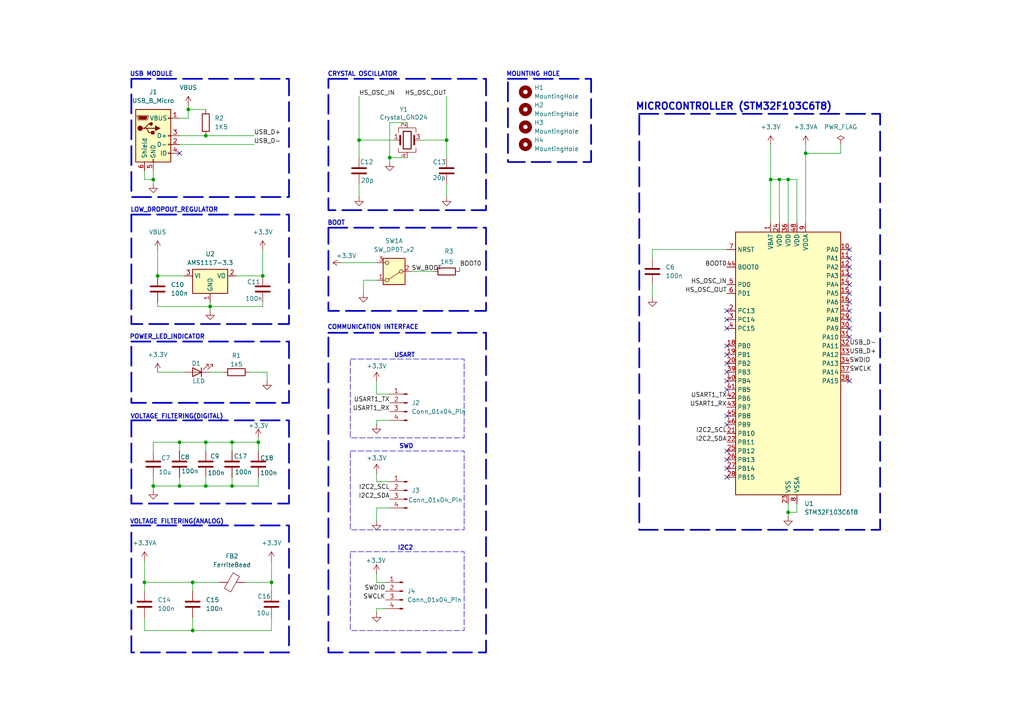
<source format=kicad_sch>
(kicad_sch
	(version 20250114)
	(generator "eeschema")
	(generator_version "9.0")
	(uuid "1991a91d-1d6c-4ea3-88e5-4dd11fe8bd82")
	(paper "A4")
	(title_block
		(title "PRAVEEN GOWTHAMAN")
		(date "2025-12-29")
	)
	(lib_symbols
		(symbol "Connector:Conn_01x04_Pin"
			(pin_names
				(offset 1.016)
				(hide yes)
			)
			(exclude_from_sim no)
			(in_bom yes)
			(on_board yes)
			(property "Reference" "J"
				(at 0 5.08 0)
				(effects
					(font
						(size 1.27 1.27)
					)
				)
			)
			(property "Value" "Conn_01x04_Pin"
				(at 0 -7.62 0)
				(effects
					(font
						(size 1.27 1.27)
					)
				)
			)
			(property "Footprint" ""
				(at 0 0 0)
				(effects
					(font
						(size 1.27 1.27)
					)
					(hide yes)
				)
			)
			(property "Datasheet" "~"
				(at 0 0 0)
				(effects
					(font
						(size 1.27 1.27)
					)
					(hide yes)
				)
			)
			(property "Description" "Generic connector, single row, 01x04, script generated"
				(at 0 0 0)
				(effects
					(font
						(size 1.27 1.27)
					)
					(hide yes)
				)
			)
			(property "ki_locked" ""
				(at 0 0 0)
				(effects
					(font
						(size 1.27 1.27)
					)
				)
			)
			(property "ki_keywords" "connector"
				(at 0 0 0)
				(effects
					(font
						(size 1.27 1.27)
					)
					(hide yes)
				)
			)
			(property "ki_fp_filters" "Connector*:*_1x??_*"
				(at 0 0 0)
				(effects
					(font
						(size 1.27 1.27)
					)
					(hide yes)
				)
			)
			(symbol "Conn_01x04_Pin_1_1"
				(rectangle
					(start 0.8636 2.667)
					(end 0 2.413)
					(stroke
						(width 0.1524)
						(type default)
					)
					(fill
						(type outline)
					)
				)
				(rectangle
					(start 0.8636 0.127)
					(end 0 -0.127)
					(stroke
						(width 0.1524)
						(type default)
					)
					(fill
						(type outline)
					)
				)
				(rectangle
					(start 0.8636 -2.413)
					(end 0 -2.667)
					(stroke
						(width 0.1524)
						(type default)
					)
					(fill
						(type outline)
					)
				)
				(rectangle
					(start 0.8636 -4.953)
					(end 0 -5.207)
					(stroke
						(width 0.1524)
						(type default)
					)
					(fill
						(type outline)
					)
				)
				(polyline
					(pts
						(xy 1.27 2.54) (xy 0.8636 2.54)
					)
					(stroke
						(width 0.1524)
						(type default)
					)
					(fill
						(type none)
					)
				)
				(polyline
					(pts
						(xy 1.27 0) (xy 0.8636 0)
					)
					(stroke
						(width 0.1524)
						(type default)
					)
					(fill
						(type none)
					)
				)
				(polyline
					(pts
						(xy 1.27 -2.54) (xy 0.8636 -2.54)
					)
					(stroke
						(width 0.1524)
						(type default)
					)
					(fill
						(type none)
					)
				)
				(polyline
					(pts
						(xy 1.27 -5.08) (xy 0.8636 -5.08)
					)
					(stroke
						(width 0.1524)
						(type default)
					)
					(fill
						(type none)
					)
				)
				(pin passive line
					(at 5.08 2.54 180)
					(length 3.81)
					(name "Pin_1"
						(effects
							(font
								(size 1.27 1.27)
							)
						)
					)
					(number "1"
						(effects
							(font
								(size 1.27 1.27)
							)
						)
					)
				)
				(pin passive line
					(at 5.08 0 180)
					(length 3.81)
					(name "Pin_2"
						(effects
							(font
								(size 1.27 1.27)
							)
						)
					)
					(number "2"
						(effects
							(font
								(size 1.27 1.27)
							)
						)
					)
				)
				(pin passive line
					(at 5.08 -2.54 180)
					(length 3.81)
					(name "Pin_3"
						(effects
							(font
								(size 1.27 1.27)
							)
						)
					)
					(number "3"
						(effects
							(font
								(size 1.27 1.27)
							)
						)
					)
				)
				(pin passive line
					(at 5.08 -5.08 180)
					(length 3.81)
					(name "Pin_4"
						(effects
							(font
								(size 1.27 1.27)
							)
						)
					)
					(number "4"
						(effects
							(font
								(size 1.27 1.27)
							)
						)
					)
				)
			)
			(embedded_fonts no)
		)
		(symbol "Connector:USB_B_Micro"
			(pin_names
				(offset 1.016)
			)
			(exclude_from_sim no)
			(in_bom yes)
			(on_board yes)
			(property "Reference" "J"
				(at -5.08 11.43 0)
				(effects
					(font
						(size 1.27 1.27)
					)
					(justify left)
				)
			)
			(property "Value" "USB_B_Micro"
				(at -5.08 8.89 0)
				(effects
					(font
						(size 1.27 1.27)
					)
					(justify left)
				)
			)
			(property "Footprint" ""
				(at 3.81 -1.27 0)
				(effects
					(font
						(size 1.27 1.27)
					)
					(hide yes)
				)
			)
			(property "Datasheet" "~"
				(at 3.81 -1.27 0)
				(effects
					(font
						(size 1.27 1.27)
					)
					(hide yes)
				)
			)
			(property "Description" "USB Micro Type B connector"
				(at 0 0 0)
				(effects
					(font
						(size 1.27 1.27)
					)
					(hide yes)
				)
			)
			(property "ki_keywords" "connector USB micro"
				(at 0 0 0)
				(effects
					(font
						(size 1.27 1.27)
					)
					(hide yes)
				)
			)
			(property "ki_fp_filters" "USB*Micro*B*"
				(at 0 0 0)
				(effects
					(font
						(size 1.27 1.27)
					)
					(hide yes)
				)
			)
			(symbol "USB_B_Micro_0_1"
				(rectangle
					(start -5.08 -7.62)
					(end 5.08 7.62)
					(stroke
						(width 0.254)
						(type default)
					)
					(fill
						(type background)
					)
				)
				(polyline
					(pts
						(xy -4.699 5.842) (xy -4.699 5.588) (xy -4.445 4.826) (xy -4.445 4.572) (xy -1.651 4.572) (xy -1.651 4.826)
						(xy -1.397 5.588) (xy -1.397 5.842) (xy -4.699 5.842)
					)
					(stroke
						(width 0)
						(type default)
					)
					(fill
						(type none)
					)
				)
				(polyline
					(pts
						(xy -4.318 5.588) (xy -1.778 5.588) (xy -2.032 4.826) (xy -4.064 4.826) (xy -4.318 5.588)
					)
					(stroke
						(width 0)
						(type default)
					)
					(fill
						(type outline)
					)
				)
				(circle
					(center -3.81 2.159)
					(radius 0.635)
					(stroke
						(width 0.254)
						(type default)
					)
					(fill
						(type outline)
					)
				)
				(polyline
					(pts
						(xy -3.175 2.159) (xy -2.54 2.159) (xy -1.27 3.429) (xy -0.635 3.429)
					)
					(stroke
						(width 0.254)
						(type default)
					)
					(fill
						(type none)
					)
				)
				(polyline
					(pts
						(xy -2.54 2.159) (xy -1.905 2.159) (xy -1.27 0.889) (xy 0 0.889)
					)
					(stroke
						(width 0.254)
						(type default)
					)
					(fill
						(type none)
					)
				)
				(polyline
					(pts
						(xy -1.905 2.159) (xy 0.635 2.159)
					)
					(stroke
						(width 0.254)
						(type default)
					)
					(fill
						(type none)
					)
				)
				(circle
					(center -0.635 3.429)
					(radius 0.381)
					(stroke
						(width 0.254)
						(type default)
					)
					(fill
						(type outline)
					)
				)
				(rectangle
					(start -0.127 -7.62)
					(end 0.127 -6.858)
					(stroke
						(width 0)
						(type default)
					)
					(fill
						(type none)
					)
				)
				(rectangle
					(start 0.254 1.27)
					(end -0.508 0.508)
					(stroke
						(width 0.254)
						(type default)
					)
					(fill
						(type outline)
					)
				)
				(polyline
					(pts
						(xy 0.635 2.794) (xy 0.635 1.524) (xy 1.905 2.159) (xy 0.635 2.794)
					)
					(stroke
						(width 0.254)
						(type default)
					)
					(fill
						(type outline)
					)
				)
				(rectangle
					(start 5.08 4.953)
					(end 4.318 5.207)
					(stroke
						(width 0)
						(type default)
					)
					(fill
						(type none)
					)
				)
				(rectangle
					(start 5.08 -0.127)
					(end 4.318 0.127)
					(stroke
						(width 0)
						(type default)
					)
					(fill
						(type none)
					)
				)
				(rectangle
					(start 5.08 -2.667)
					(end 4.318 -2.413)
					(stroke
						(width 0)
						(type default)
					)
					(fill
						(type none)
					)
				)
				(rectangle
					(start 5.08 -5.207)
					(end 4.318 -4.953)
					(stroke
						(width 0)
						(type default)
					)
					(fill
						(type none)
					)
				)
			)
			(symbol "USB_B_Micro_1_1"
				(pin passive line
					(at -2.54 -10.16 90)
					(length 2.54)
					(name "Shield"
						(effects
							(font
								(size 1.27 1.27)
							)
						)
					)
					(number "6"
						(effects
							(font
								(size 1.27 1.27)
							)
						)
					)
				)
				(pin power_out line
					(at 0 -10.16 90)
					(length 2.54)
					(name "GND"
						(effects
							(font
								(size 1.27 1.27)
							)
						)
					)
					(number "5"
						(effects
							(font
								(size 1.27 1.27)
							)
						)
					)
				)
				(pin power_out line
					(at 7.62 5.08 180)
					(length 2.54)
					(name "VBUS"
						(effects
							(font
								(size 1.27 1.27)
							)
						)
					)
					(number "1"
						(effects
							(font
								(size 1.27 1.27)
							)
						)
					)
				)
				(pin bidirectional line
					(at 7.62 0 180)
					(length 2.54)
					(name "D+"
						(effects
							(font
								(size 1.27 1.27)
							)
						)
					)
					(number "3"
						(effects
							(font
								(size 1.27 1.27)
							)
						)
					)
				)
				(pin bidirectional line
					(at 7.62 -2.54 180)
					(length 2.54)
					(name "D-"
						(effects
							(font
								(size 1.27 1.27)
							)
						)
					)
					(number "2"
						(effects
							(font
								(size 1.27 1.27)
							)
						)
					)
				)
				(pin passive line
					(at 7.62 -5.08 180)
					(length 2.54)
					(name "ID"
						(effects
							(font
								(size 1.27 1.27)
							)
						)
					)
					(number "4"
						(effects
							(font
								(size 1.27 1.27)
							)
						)
					)
				)
			)
			(embedded_fonts no)
		)
		(symbol "Device:C"
			(pin_numbers
				(hide yes)
			)
			(pin_names
				(offset 0.254)
			)
			(exclude_from_sim no)
			(in_bom yes)
			(on_board yes)
			(property "Reference" "C"
				(at 0.635 2.54 0)
				(effects
					(font
						(size 1.27 1.27)
					)
					(justify left)
				)
			)
			(property "Value" "C"
				(at 0.635 -2.54 0)
				(effects
					(font
						(size 1.27 1.27)
					)
					(justify left)
				)
			)
			(property "Footprint" ""
				(at 0.9652 -3.81 0)
				(effects
					(font
						(size 1.27 1.27)
					)
					(hide yes)
				)
			)
			(property "Datasheet" "~"
				(at 0 0 0)
				(effects
					(font
						(size 1.27 1.27)
					)
					(hide yes)
				)
			)
			(property "Description" "Unpolarized capacitor"
				(at 0 0 0)
				(effects
					(font
						(size 1.27 1.27)
					)
					(hide yes)
				)
			)
			(property "ki_keywords" "cap capacitor"
				(at 0 0 0)
				(effects
					(font
						(size 1.27 1.27)
					)
					(hide yes)
				)
			)
			(property "ki_fp_filters" "C_*"
				(at 0 0 0)
				(effects
					(font
						(size 1.27 1.27)
					)
					(hide yes)
				)
			)
			(symbol "C_0_1"
				(polyline
					(pts
						(xy -2.032 0.762) (xy 2.032 0.762)
					)
					(stroke
						(width 0.508)
						(type default)
					)
					(fill
						(type none)
					)
				)
				(polyline
					(pts
						(xy -2.032 -0.762) (xy 2.032 -0.762)
					)
					(stroke
						(width 0.508)
						(type default)
					)
					(fill
						(type none)
					)
				)
			)
			(symbol "C_1_1"
				(pin passive line
					(at 0 3.81 270)
					(length 2.794)
					(name "~"
						(effects
							(font
								(size 1.27 1.27)
							)
						)
					)
					(number "1"
						(effects
							(font
								(size 1.27 1.27)
							)
						)
					)
				)
				(pin passive line
					(at 0 -3.81 90)
					(length 2.794)
					(name "~"
						(effects
							(font
								(size 1.27 1.27)
							)
						)
					)
					(number "2"
						(effects
							(font
								(size 1.27 1.27)
							)
						)
					)
				)
			)
			(embedded_fonts no)
		)
		(symbol "Device:Crystal_GND24"
			(pin_names
				(offset 1.016)
				(hide yes)
			)
			(exclude_from_sim no)
			(in_bom yes)
			(on_board yes)
			(property "Reference" "Y"
				(at 3.175 5.08 0)
				(effects
					(font
						(size 1.27 1.27)
					)
					(justify left)
				)
			)
			(property "Value" "Crystal_GND24"
				(at 3.175 3.175 0)
				(effects
					(font
						(size 1.27 1.27)
					)
					(justify left)
				)
			)
			(property "Footprint" ""
				(at 0 0 0)
				(effects
					(font
						(size 1.27 1.27)
					)
					(hide yes)
				)
			)
			(property "Datasheet" "~"
				(at 0 0 0)
				(effects
					(font
						(size 1.27 1.27)
					)
					(hide yes)
				)
			)
			(property "Description" "Four pin crystal, GND on pins 2 and 4"
				(at 0 0 0)
				(effects
					(font
						(size 1.27 1.27)
					)
					(hide yes)
				)
			)
			(property "ki_keywords" "quartz ceramic resonator oscillator"
				(at 0 0 0)
				(effects
					(font
						(size 1.27 1.27)
					)
					(hide yes)
				)
			)
			(property "ki_fp_filters" "Crystal*"
				(at 0 0 0)
				(effects
					(font
						(size 1.27 1.27)
					)
					(hide yes)
				)
			)
			(symbol "Crystal_GND24_0_1"
				(polyline
					(pts
						(xy -2.54 2.286) (xy -2.54 3.556) (xy 2.54 3.556) (xy 2.54 2.286)
					)
					(stroke
						(width 0)
						(type default)
					)
					(fill
						(type none)
					)
				)
				(polyline
					(pts
						(xy -2.54 0) (xy -2.032 0)
					)
					(stroke
						(width 0)
						(type default)
					)
					(fill
						(type none)
					)
				)
				(polyline
					(pts
						(xy -2.54 -2.286) (xy -2.54 -3.556) (xy 2.54 -3.556) (xy 2.54 -2.286)
					)
					(stroke
						(width 0)
						(type default)
					)
					(fill
						(type none)
					)
				)
				(polyline
					(pts
						(xy -2.032 -1.27) (xy -2.032 1.27)
					)
					(stroke
						(width 0.508)
						(type default)
					)
					(fill
						(type none)
					)
				)
				(rectangle
					(start -1.143 2.54)
					(end 1.143 -2.54)
					(stroke
						(width 0.3048)
						(type default)
					)
					(fill
						(type none)
					)
				)
				(polyline
					(pts
						(xy 0 3.556) (xy 0 3.81)
					)
					(stroke
						(width 0)
						(type default)
					)
					(fill
						(type none)
					)
				)
				(polyline
					(pts
						(xy 0 -3.81) (xy 0 -3.556)
					)
					(stroke
						(width 0)
						(type default)
					)
					(fill
						(type none)
					)
				)
				(polyline
					(pts
						(xy 2.032 0) (xy 2.54 0)
					)
					(stroke
						(width 0)
						(type default)
					)
					(fill
						(type none)
					)
				)
				(polyline
					(pts
						(xy 2.032 -1.27) (xy 2.032 1.27)
					)
					(stroke
						(width 0.508)
						(type default)
					)
					(fill
						(type none)
					)
				)
			)
			(symbol "Crystal_GND24_1_1"
				(pin passive line
					(at -3.81 0 0)
					(length 1.27)
					(name "1"
						(effects
							(font
								(size 1.27 1.27)
							)
						)
					)
					(number "1"
						(effects
							(font
								(size 1.27 1.27)
							)
						)
					)
				)
				(pin passive line
					(at 0 5.08 270)
					(length 1.27)
					(name "2"
						(effects
							(font
								(size 1.27 1.27)
							)
						)
					)
					(number "2"
						(effects
							(font
								(size 1.27 1.27)
							)
						)
					)
				)
				(pin passive line
					(at 0 -5.08 90)
					(length 1.27)
					(name "4"
						(effects
							(font
								(size 1.27 1.27)
							)
						)
					)
					(number "4"
						(effects
							(font
								(size 1.27 1.27)
							)
						)
					)
				)
				(pin passive line
					(at 3.81 0 180)
					(length 1.27)
					(name "3"
						(effects
							(font
								(size 1.27 1.27)
							)
						)
					)
					(number "3"
						(effects
							(font
								(size 1.27 1.27)
							)
						)
					)
				)
			)
			(embedded_fonts no)
		)
		(symbol "Device:FerriteBead"
			(pin_numbers
				(hide yes)
			)
			(pin_names
				(offset 0)
			)
			(exclude_from_sim no)
			(in_bom yes)
			(on_board yes)
			(property "Reference" "FB"
				(at -3.81 0.635 90)
				(effects
					(font
						(size 1.27 1.27)
					)
				)
			)
			(property "Value" "FerriteBead"
				(at 3.81 0 90)
				(effects
					(font
						(size 1.27 1.27)
					)
				)
			)
			(property "Footprint" ""
				(at -1.778 0 90)
				(effects
					(font
						(size 1.27 1.27)
					)
					(hide yes)
				)
			)
			(property "Datasheet" "~"
				(at 0 0 0)
				(effects
					(font
						(size 1.27 1.27)
					)
					(hide yes)
				)
			)
			(property "Description" "Ferrite bead"
				(at 0 0 0)
				(effects
					(font
						(size 1.27 1.27)
					)
					(hide yes)
				)
			)
			(property "ki_keywords" "L ferrite bead inductor filter"
				(at 0 0 0)
				(effects
					(font
						(size 1.27 1.27)
					)
					(hide yes)
				)
			)
			(property "ki_fp_filters" "Inductor_* L_* *Ferrite*"
				(at 0 0 0)
				(effects
					(font
						(size 1.27 1.27)
					)
					(hide yes)
				)
			)
			(symbol "FerriteBead_0_1"
				(polyline
					(pts
						(xy -2.7686 0.4064) (xy -1.7018 2.2606) (xy 2.7686 -0.3048) (xy 1.6764 -2.159) (xy -2.7686 0.4064)
					)
					(stroke
						(width 0)
						(type default)
					)
					(fill
						(type none)
					)
				)
				(polyline
					(pts
						(xy 0 1.27) (xy 0 1.2954)
					)
					(stroke
						(width 0)
						(type default)
					)
					(fill
						(type none)
					)
				)
				(polyline
					(pts
						(xy 0 -1.27) (xy 0 -1.2192)
					)
					(stroke
						(width 0)
						(type default)
					)
					(fill
						(type none)
					)
				)
			)
			(symbol "FerriteBead_1_1"
				(pin passive line
					(at 0 3.81 270)
					(length 2.54)
					(name "~"
						(effects
							(font
								(size 1.27 1.27)
							)
						)
					)
					(number "1"
						(effects
							(font
								(size 1.27 1.27)
							)
						)
					)
				)
				(pin passive line
					(at 0 -3.81 90)
					(length 2.54)
					(name "~"
						(effects
							(font
								(size 1.27 1.27)
							)
						)
					)
					(number "2"
						(effects
							(font
								(size 1.27 1.27)
							)
						)
					)
				)
			)
			(embedded_fonts no)
		)
		(symbol "Device:LED"
			(pin_numbers
				(hide yes)
			)
			(pin_names
				(offset 1.016)
				(hide yes)
			)
			(exclude_from_sim no)
			(in_bom yes)
			(on_board yes)
			(property "Reference" "D"
				(at 0 2.54 0)
				(effects
					(font
						(size 1.27 1.27)
					)
				)
			)
			(property "Value" "LED"
				(at 0 -2.54 0)
				(effects
					(font
						(size 1.27 1.27)
					)
				)
			)
			(property "Footprint" ""
				(at 0 0 0)
				(effects
					(font
						(size 1.27 1.27)
					)
					(hide yes)
				)
			)
			(property "Datasheet" "~"
				(at 0 0 0)
				(effects
					(font
						(size 1.27 1.27)
					)
					(hide yes)
				)
			)
			(property "Description" "Light emitting diode"
				(at 0 0 0)
				(effects
					(font
						(size 1.27 1.27)
					)
					(hide yes)
				)
			)
			(property "Sim.Pins" "1=K 2=A"
				(at 0 0 0)
				(effects
					(font
						(size 1.27 1.27)
					)
					(hide yes)
				)
			)
			(property "ki_keywords" "LED diode"
				(at 0 0 0)
				(effects
					(font
						(size 1.27 1.27)
					)
					(hide yes)
				)
			)
			(property "ki_fp_filters" "LED* LED_SMD:* LED_THT:*"
				(at 0 0 0)
				(effects
					(font
						(size 1.27 1.27)
					)
					(hide yes)
				)
			)
			(symbol "LED_0_1"
				(polyline
					(pts
						(xy -3.048 -0.762) (xy -4.572 -2.286) (xy -3.81 -2.286) (xy -4.572 -2.286) (xy -4.572 -1.524)
					)
					(stroke
						(width 0)
						(type default)
					)
					(fill
						(type none)
					)
				)
				(polyline
					(pts
						(xy -1.778 -0.762) (xy -3.302 -2.286) (xy -2.54 -2.286) (xy -3.302 -2.286) (xy -3.302 -1.524)
					)
					(stroke
						(width 0)
						(type default)
					)
					(fill
						(type none)
					)
				)
				(polyline
					(pts
						(xy -1.27 0) (xy 1.27 0)
					)
					(stroke
						(width 0)
						(type default)
					)
					(fill
						(type none)
					)
				)
				(polyline
					(pts
						(xy -1.27 -1.27) (xy -1.27 1.27)
					)
					(stroke
						(width 0.254)
						(type default)
					)
					(fill
						(type none)
					)
				)
				(polyline
					(pts
						(xy 1.27 -1.27) (xy 1.27 1.27) (xy -1.27 0) (xy 1.27 -1.27)
					)
					(stroke
						(width 0.254)
						(type default)
					)
					(fill
						(type none)
					)
				)
			)
			(symbol "LED_1_1"
				(pin passive line
					(at -3.81 0 0)
					(length 2.54)
					(name "K"
						(effects
							(font
								(size 1.27 1.27)
							)
						)
					)
					(number "1"
						(effects
							(font
								(size 1.27 1.27)
							)
						)
					)
				)
				(pin passive line
					(at 3.81 0 180)
					(length 2.54)
					(name "A"
						(effects
							(font
								(size 1.27 1.27)
							)
						)
					)
					(number "2"
						(effects
							(font
								(size 1.27 1.27)
							)
						)
					)
				)
			)
			(embedded_fonts no)
		)
		(symbol "Device:R"
			(pin_numbers
				(hide yes)
			)
			(pin_names
				(offset 0)
			)
			(exclude_from_sim no)
			(in_bom yes)
			(on_board yes)
			(property "Reference" "R"
				(at 2.032 0 90)
				(effects
					(font
						(size 1.27 1.27)
					)
				)
			)
			(property "Value" "R"
				(at 0 0 90)
				(effects
					(font
						(size 1.27 1.27)
					)
				)
			)
			(property "Footprint" ""
				(at -1.778 0 90)
				(effects
					(font
						(size 1.27 1.27)
					)
					(hide yes)
				)
			)
			(property "Datasheet" "~"
				(at 0 0 0)
				(effects
					(font
						(size 1.27 1.27)
					)
					(hide yes)
				)
			)
			(property "Description" "Resistor"
				(at 0 0 0)
				(effects
					(font
						(size 1.27 1.27)
					)
					(hide yes)
				)
			)
			(property "ki_keywords" "R res resistor"
				(at 0 0 0)
				(effects
					(font
						(size 1.27 1.27)
					)
					(hide yes)
				)
			)
			(property "ki_fp_filters" "R_*"
				(at 0 0 0)
				(effects
					(font
						(size 1.27 1.27)
					)
					(hide yes)
				)
			)
			(symbol "R_0_1"
				(rectangle
					(start -1.016 -2.54)
					(end 1.016 2.54)
					(stroke
						(width 0.254)
						(type default)
					)
					(fill
						(type none)
					)
				)
			)
			(symbol "R_1_1"
				(pin passive line
					(at 0 3.81 270)
					(length 1.27)
					(name "~"
						(effects
							(font
								(size 1.27 1.27)
							)
						)
					)
					(number "1"
						(effects
							(font
								(size 1.27 1.27)
							)
						)
					)
				)
				(pin passive line
					(at 0 -3.81 90)
					(length 1.27)
					(name "~"
						(effects
							(font
								(size 1.27 1.27)
							)
						)
					)
					(number "2"
						(effects
							(font
								(size 1.27 1.27)
							)
						)
					)
				)
			)
			(embedded_fonts no)
		)
		(symbol "MCU_ST_STM32F1:STM32F103C6Tx"
			(exclude_from_sim no)
			(in_bom yes)
			(on_board yes)
			(property "Reference" "U"
				(at -15.24 39.37 0)
				(effects
					(font
						(size 1.27 1.27)
					)
					(justify left)
				)
			)
			(property "Value" "STM32F103C6Tx"
				(at 7.62 39.37 0)
				(effects
					(font
						(size 1.27 1.27)
					)
					(justify left)
				)
			)
			(property "Footprint" "Package_QFP:LQFP-48_7x7mm_P0.5mm"
				(at -15.24 -38.1 0)
				(effects
					(font
						(size 1.27 1.27)
					)
					(justify right)
					(hide yes)
				)
			)
			(property "Datasheet" "https://www.st.com/resource/en/datasheet/stm32f103c6.pdf"
				(at 0 0 0)
				(effects
					(font
						(size 1.27 1.27)
					)
					(hide yes)
				)
			)
			(property "Description" "STMicroelectronics Arm Cortex-M3 MCU, 32KB flash, 10KB RAM, 72 MHz, 2.0-3.6V, 37 GPIO, LQFP48"
				(at 0 0 0)
				(effects
					(font
						(size 1.27 1.27)
					)
					(hide yes)
				)
			)
			(property "ki_keywords" "Arm Cortex-M3 STM32F1 STM32F103"
				(at 0 0 0)
				(effects
					(font
						(size 1.27 1.27)
					)
					(hide yes)
				)
			)
			(property "ki_fp_filters" "LQFP*7x7mm*P0.5mm*"
				(at 0 0 0)
				(effects
					(font
						(size 1.27 1.27)
					)
					(hide yes)
				)
			)
			(symbol "STM32F103C6Tx_0_1"
				(rectangle
					(start -15.24 -38.1)
					(end 15.24 38.1)
					(stroke
						(width 0.254)
						(type default)
					)
					(fill
						(type background)
					)
				)
			)
			(symbol "STM32F103C6Tx_1_1"
				(pin input line
					(at -17.78 33.02 0)
					(length 2.54)
					(name "NRST"
						(effects
							(font
								(size 1.27 1.27)
							)
						)
					)
					(number "7"
						(effects
							(font
								(size 1.27 1.27)
							)
						)
					)
				)
				(pin input line
					(at -17.78 27.94 0)
					(length 2.54)
					(name "BOOT0"
						(effects
							(font
								(size 1.27 1.27)
							)
						)
					)
					(number "44"
						(effects
							(font
								(size 1.27 1.27)
							)
						)
					)
				)
				(pin bidirectional line
					(at -17.78 22.86 0)
					(length 2.54)
					(name "PD0"
						(effects
							(font
								(size 1.27 1.27)
							)
						)
					)
					(number "5"
						(effects
							(font
								(size 1.27 1.27)
							)
						)
					)
					(alternate "RCC_OSC_IN" bidirectional line)
				)
				(pin bidirectional line
					(at -17.78 20.32 0)
					(length 2.54)
					(name "PD1"
						(effects
							(font
								(size 1.27 1.27)
							)
						)
					)
					(number "6"
						(effects
							(font
								(size 1.27 1.27)
							)
						)
					)
					(alternate "RCC_OSC_OUT" bidirectional line)
				)
				(pin bidirectional line
					(at -17.78 15.24 0)
					(length 2.54)
					(name "PC13"
						(effects
							(font
								(size 1.27 1.27)
							)
						)
					)
					(number "2"
						(effects
							(font
								(size 1.27 1.27)
							)
						)
					)
					(alternate "RTC_OUT" bidirectional line)
					(alternate "RTC_TAMPER" bidirectional line)
				)
				(pin bidirectional line
					(at -17.78 12.7 0)
					(length 2.54)
					(name "PC14"
						(effects
							(font
								(size 1.27 1.27)
							)
						)
					)
					(number "3"
						(effects
							(font
								(size 1.27 1.27)
							)
						)
					)
					(alternate "RCC_OSC32_IN" bidirectional line)
				)
				(pin bidirectional line
					(at -17.78 10.16 0)
					(length 2.54)
					(name "PC15"
						(effects
							(font
								(size 1.27 1.27)
							)
						)
					)
					(number "4"
						(effects
							(font
								(size 1.27 1.27)
							)
						)
					)
					(alternate "ADC1_EXTI15" bidirectional line)
					(alternate "ADC2_EXTI15" bidirectional line)
					(alternate "RCC_OSC32_OUT" bidirectional line)
				)
				(pin bidirectional line
					(at -17.78 5.08 0)
					(length 2.54)
					(name "PB0"
						(effects
							(font
								(size 1.27 1.27)
							)
						)
					)
					(number "18"
						(effects
							(font
								(size 1.27 1.27)
							)
						)
					)
					(alternate "ADC1_IN8" bidirectional line)
					(alternate "ADC2_IN8" bidirectional line)
					(alternate "TIM1_CH2N" bidirectional line)
					(alternate "TIM3_CH3" bidirectional line)
				)
				(pin bidirectional line
					(at -17.78 2.54 0)
					(length 2.54)
					(name "PB1"
						(effects
							(font
								(size 1.27 1.27)
							)
						)
					)
					(number "19"
						(effects
							(font
								(size 1.27 1.27)
							)
						)
					)
					(alternate "ADC1_IN9" bidirectional line)
					(alternate "ADC2_IN9" bidirectional line)
					(alternate "TIM1_CH3N" bidirectional line)
					(alternate "TIM3_CH4" bidirectional line)
				)
				(pin bidirectional line
					(at -17.78 0 0)
					(length 2.54)
					(name "PB2"
						(effects
							(font
								(size 1.27 1.27)
							)
						)
					)
					(number "20"
						(effects
							(font
								(size 1.27 1.27)
							)
						)
					)
				)
				(pin bidirectional line
					(at -17.78 -2.54 0)
					(length 2.54)
					(name "PB3"
						(effects
							(font
								(size 1.27 1.27)
							)
						)
					)
					(number "39"
						(effects
							(font
								(size 1.27 1.27)
							)
						)
					)
					(alternate "SPI1_SCK" bidirectional line)
					(alternate "SYS_JTDO-TRACESWO" bidirectional line)
					(alternate "TIM2_CH2" bidirectional line)
				)
				(pin bidirectional line
					(at -17.78 -5.08 0)
					(length 2.54)
					(name "PB4"
						(effects
							(font
								(size 1.27 1.27)
							)
						)
					)
					(number "40"
						(effects
							(font
								(size 1.27 1.27)
							)
						)
					)
					(alternate "SPI1_MISO" bidirectional line)
					(alternate "SYS_NJTRST" bidirectional line)
					(alternate "TIM3_CH1" bidirectional line)
				)
				(pin bidirectional line
					(at -17.78 -7.62 0)
					(length 2.54)
					(name "PB5"
						(effects
							(font
								(size 1.27 1.27)
							)
						)
					)
					(number "41"
						(effects
							(font
								(size 1.27 1.27)
							)
						)
					)
					(alternate "I2C1_SMBA" bidirectional line)
					(alternate "SPI1_MOSI" bidirectional line)
					(alternate "TIM3_CH2" bidirectional line)
				)
				(pin bidirectional line
					(at -17.78 -10.16 0)
					(length 2.54)
					(name "PB6"
						(effects
							(font
								(size 1.27 1.27)
							)
						)
					)
					(number "42"
						(effects
							(font
								(size 1.27 1.27)
							)
						)
					)
					(alternate "I2C1_SCL" bidirectional line)
					(alternate "USART1_TX" bidirectional line)
				)
				(pin bidirectional line
					(at -17.78 -12.7 0)
					(length 2.54)
					(name "PB7"
						(effects
							(font
								(size 1.27 1.27)
							)
						)
					)
					(number "43"
						(effects
							(font
								(size 1.27 1.27)
							)
						)
					)
					(alternate "I2C1_SDA" bidirectional line)
					(alternate "USART1_RX" bidirectional line)
				)
				(pin bidirectional line
					(at -17.78 -15.24 0)
					(length 2.54)
					(name "PB8"
						(effects
							(font
								(size 1.27 1.27)
							)
						)
					)
					(number "45"
						(effects
							(font
								(size 1.27 1.27)
							)
						)
					)
					(alternate "CAN_RX" bidirectional line)
					(alternate "I2C1_SCL" bidirectional line)
				)
				(pin bidirectional line
					(at -17.78 -17.78 0)
					(length 2.54)
					(name "PB9"
						(effects
							(font
								(size 1.27 1.27)
							)
						)
					)
					(number "46"
						(effects
							(font
								(size 1.27 1.27)
							)
						)
					)
					(alternate "CAN_TX" bidirectional line)
					(alternate "I2C1_SDA" bidirectional line)
				)
				(pin bidirectional line
					(at -17.78 -20.32 0)
					(length 2.54)
					(name "PB10"
						(effects
							(font
								(size 1.27 1.27)
							)
						)
					)
					(number "21"
						(effects
							(font
								(size 1.27 1.27)
							)
						)
					)
					(alternate "TIM2_CH3" bidirectional line)
				)
				(pin bidirectional line
					(at -17.78 -22.86 0)
					(length 2.54)
					(name "PB11"
						(effects
							(font
								(size 1.27 1.27)
							)
						)
					)
					(number "22"
						(effects
							(font
								(size 1.27 1.27)
							)
						)
					)
					(alternate "ADC1_EXTI11" bidirectional line)
					(alternate "ADC2_EXTI11" bidirectional line)
					(alternate "TIM2_CH4" bidirectional line)
				)
				(pin bidirectional line
					(at -17.78 -25.4 0)
					(length 2.54)
					(name "PB12"
						(effects
							(font
								(size 1.27 1.27)
							)
						)
					)
					(number "25"
						(effects
							(font
								(size 1.27 1.27)
							)
						)
					)
					(alternate "TIM1_BKIN" bidirectional line)
				)
				(pin bidirectional line
					(at -17.78 -27.94 0)
					(length 2.54)
					(name "PB13"
						(effects
							(font
								(size 1.27 1.27)
							)
						)
					)
					(number "26"
						(effects
							(font
								(size 1.27 1.27)
							)
						)
					)
					(alternate "TIM1_CH1N" bidirectional line)
				)
				(pin bidirectional line
					(at -17.78 -30.48 0)
					(length 2.54)
					(name "PB14"
						(effects
							(font
								(size 1.27 1.27)
							)
						)
					)
					(number "27"
						(effects
							(font
								(size 1.27 1.27)
							)
						)
					)
					(alternate "TIM1_CH2N" bidirectional line)
				)
				(pin bidirectional line
					(at -17.78 -33.02 0)
					(length 2.54)
					(name "PB15"
						(effects
							(font
								(size 1.27 1.27)
							)
						)
					)
					(number "28"
						(effects
							(font
								(size 1.27 1.27)
							)
						)
					)
					(alternate "ADC1_EXTI15" bidirectional line)
					(alternate "ADC2_EXTI15" bidirectional line)
					(alternate "TIM1_CH3N" bidirectional line)
				)
				(pin power_in line
					(at -5.08 40.64 270)
					(length 2.54)
					(name "VBAT"
						(effects
							(font
								(size 1.27 1.27)
							)
						)
					)
					(number "1"
						(effects
							(font
								(size 1.27 1.27)
							)
						)
					)
				)
				(pin power_in line
					(at -2.54 40.64 270)
					(length 2.54)
					(name "VDD"
						(effects
							(font
								(size 1.27 1.27)
							)
						)
					)
					(number "24"
						(effects
							(font
								(size 1.27 1.27)
							)
						)
					)
				)
				(pin power_in line
					(at 0 40.64 270)
					(length 2.54)
					(name "VDD"
						(effects
							(font
								(size 1.27 1.27)
							)
						)
					)
					(number "36"
						(effects
							(font
								(size 1.27 1.27)
							)
						)
					)
				)
				(pin power_in line
					(at 0 -40.64 90)
					(length 2.54)
					(name "VSS"
						(effects
							(font
								(size 1.27 1.27)
							)
						)
					)
					(number "23"
						(effects
							(font
								(size 1.27 1.27)
							)
						)
					)
				)
				(pin passive line
					(at 0 -40.64 90)
					(length 2.54)
					(hide yes)
					(name "VSS"
						(effects
							(font
								(size 1.27 1.27)
							)
						)
					)
					(number "35"
						(effects
							(font
								(size 1.27 1.27)
							)
						)
					)
				)
				(pin passive line
					(at 0 -40.64 90)
					(length 2.54)
					(hide yes)
					(name "VSS"
						(effects
							(font
								(size 1.27 1.27)
							)
						)
					)
					(number "47"
						(effects
							(font
								(size 1.27 1.27)
							)
						)
					)
				)
				(pin power_in line
					(at 2.54 40.64 270)
					(length 2.54)
					(name "VDD"
						(effects
							(font
								(size 1.27 1.27)
							)
						)
					)
					(number "48"
						(effects
							(font
								(size 1.27 1.27)
							)
						)
					)
				)
				(pin power_in line
					(at 2.54 -40.64 90)
					(length 2.54)
					(name "VSSA"
						(effects
							(font
								(size 1.27 1.27)
							)
						)
					)
					(number "8"
						(effects
							(font
								(size 1.27 1.27)
							)
						)
					)
				)
				(pin power_in line
					(at 5.08 40.64 270)
					(length 2.54)
					(name "VDDA"
						(effects
							(font
								(size 1.27 1.27)
							)
						)
					)
					(number "9"
						(effects
							(font
								(size 1.27 1.27)
							)
						)
					)
				)
				(pin bidirectional line
					(at 17.78 33.02 180)
					(length 2.54)
					(name "PA0"
						(effects
							(font
								(size 1.27 1.27)
							)
						)
					)
					(number "10"
						(effects
							(font
								(size 1.27 1.27)
							)
						)
					)
					(alternate "ADC1_IN0" bidirectional line)
					(alternate "ADC2_IN0" bidirectional line)
					(alternate "SYS_WKUP" bidirectional line)
					(alternate "TIM2_CH1" bidirectional line)
					(alternate "TIM2_ETR" bidirectional line)
					(alternate "USART2_CTS" bidirectional line)
				)
				(pin bidirectional line
					(at 17.78 30.48 180)
					(length 2.54)
					(name "PA1"
						(effects
							(font
								(size 1.27 1.27)
							)
						)
					)
					(number "11"
						(effects
							(font
								(size 1.27 1.27)
							)
						)
					)
					(alternate "ADC1_IN1" bidirectional line)
					(alternate "ADC2_IN1" bidirectional line)
					(alternate "TIM2_CH2" bidirectional line)
					(alternate "USART2_RTS" bidirectional line)
				)
				(pin bidirectional line
					(at 17.78 27.94 180)
					(length 2.54)
					(name "PA2"
						(effects
							(font
								(size 1.27 1.27)
							)
						)
					)
					(number "12"
						(effects
							(font
								(size 1.27 1.27)
							)
						)
					)
					(alternate "ADC1_IN2" bidirectional line)
					(alternate "ADC2_IN2" bidirectional line)
					(alternate "TIM2_CH3" bidirectional line)
					(alternate "USART2_TX" bidirectional line)
				)
				(pin bidirectional line
					(at 17.78 25.4 180)
					(length 2.54)
					(name "PA3"
						(effects
							(font
								(size 1.27 1.27)
							)
						)
					)
					(number "13"
						(effects
							(font
								(size 1.27 1.27)
							)
						)
					)
					(alternate "ADC1_IN3" bidirectional line)
					(alternate "ADC2_IN3" bidirectional line)
					(alternate "TIM2_CH4" bidirectional line)
					(alternate "USART2_RX" bidirectional line)
				)
				(pin bidirectional line
					(at 17.78 22.86 180)
					(length 2.54)
					(name "PA4"
						(effects
							(font
								(size 1.27 1.27)
							)
						)
					)
					(number "14"
						(effects
							(font
								(size 1.27 1.27)
							)
						)
					)
					(alternate "ADC1_IN4" bidirectional line)
					(alternate "ADC2_IN4" bidirectional line)
					(alternate "SPI1_NSS" bidirectional line)
					(alternate "USART2_CK" bidirectional line)
				)
				(pin bidirectional line
					(at 17.78 20.32 180)
					(length 2.54)
					(name "PA5"
						(effects
							(font
								(size 1.27 1.27)
							)
						)
					)
					(number "15"
						(effects
							(font
								(size 1.27 1.27)
							)
						)
					)
					(alternate "ADC1_IN5" bidirectional line)
					(alternate "ADC2_IN5" bidirectional line)
					(alternate "SPI1_SCK" bidirectional line)
				)
				(pin bidirectional line
					(at 17.78 17.78 180)
					(length 2.54)
					(name "PA6"
						(effects
							(font
								(size 1.27 1.27)
							)
						)
					)
					(number "16"
						(effects
							(font
								(size 1.27 1.27)
							)
						)
					)
					(alternate "ADC1_IN6" bidirectional line)
					(alternate "ADC2_IN6" bidirectional line)
					(alternate "SPI1_MISO" bidirectional line)
					(alternate "TIM1_BKIN" bidirectional line)
					(alternate "TIM3_CH1" bidirectional line)
				)
				(pin bidirectional line
					(at 17.78 15.24 180)
					(length 2.54)
					(name "PA7"
						(effects
							(font
								(size 1.27 1.27)
							)
						)
					)
					(number "17"
						(effects
							(font
								(size 1.27 1.27)
							)
						)
					)
					(alternate "ADC1_IN7" bidirectional line)
					(alternate "ADC2_IN7" bidirectional line)
					(alternate "SPI1_MOSI" bidirectional line)
					(alternate "TIM1_CH1N" bidirectional line)
					(alternate "TIM3_CH2" bidirectional line)
				)
				(pin bidirectional line
					(at 17.78 12.7 180)
					(length 2.54)
					(name "PA8"
						(effects
							(font
								(size 1.27 1.27)
							)
						)
					)
					(number "29"
						(effects
							(font
								(size 1.27 1.27)
							)
						)
					)
					(alternate "RCC_MCO" bidirectional line)
					(alternate "TIM1_CH1" bidirectional line)
					(alternate "USART1_CK" bidirectional line)
				)
				(pin bidirectional line
					(at 17.78 10.16 180)
					(length 2.54)
					(name "PA9"
						(effects
							(font
								(size 1.27 1.27)
							)
						)
					)
					(number "30"
						(effects
							(font
								(size 1.27 1.27)
							)
						)
					)
					(alternate "TIM1_CH2" bidirectional line)
					(alternate "USART1_TX" bidirectional line)
				)
				(pin bidirectional line
					(at 17.78 7.62 180)
					(length 2.54)
					(name "PA10"
						(effects
							(font
								(size 1.27 1.27)
							)
						)
					)
					(number "31"
						(effects
							(font
								(size 1.27 1.27)
							)
						)
					)
					(alternate "TIM1_CH3" bidirectional line)
					(alternate "USART1_RX" bidirectional line)
				)
				(pin bidirectional line
					(at 17.78 5.08 180)
					(length 2.54)
					(name "PA11"
						(effects
							(font
								(size 1.27 1.27)
							)
						)
					)
					(number "32"
						(effects
							(font
								(size 1.27 1.27)
							)
						)
					)
					(alternate "ADC1_EXTI11" bidirectional line)
					(alternate "ADC2_EXTI11" bidirectional line)
					(alternate "CAN_RX" bidirectional line)
					(alternate "TIM1_CH4" bidirectional line)
					(alternate "USART1_CTS" bidirectional line)
					(alternate "USB_DM" bidirectional line)
				)
				(pin bidirectional line
					(at 17.78 2.54 180)
					(length 2.54)
					(name "PA12"
						(effects
							(font
								(size 1.27 1.27)
							)
						)
					)
					(number "33"
						(effects
							(font
								(size 1.27 1.27)
							)
						)
					)
					(alternate "CAN_TX" bidirectional line)
					(alternate "TIM1_ETR" bidirectional line)
					(alternate "USART1_RTS" bidirectional line)
					(alternate "USB_DP" bidirectional line)
				)
				(pin bidirectional line
					(at 17.78 0 180)
					(length 2.54)
					(name "PA13"
						(effects
							(font
								(size 1.27 1.27)
							)
						)
					)
					(number "34"
						(effects
							(font
								(size 1.27 1.27)
							)
						)
					)
					(alternate "SYS_JTMS-SWDIO" bidirectional line)
				)
				(pin bidirectional line
					(at 17.78 -2.54 180)
					(length 2.54)
					(name "PA14"
						(effects
							(font
								(size 1.27 1.27)
							)
						)
					)
					(number "37"
						(effects
							(font
								(size 1.27 1.27)
							)
						)
					)
					(alternate "SYS_JTCK-SWCLK" bidirectional line)
				)
				(pin bidirectional line
					(at 17.78 -5.08 180)
					(length 2.54)
					(name "PA15"
						(effects
							(font
								(size 1.27 1.27)
							)
						)
					)
					(number "38"
						(effects
							(font
								(size 1.27 1.27)
							)
						)
					)
					(alternate "ADC1_EXTI15" bidirectional line)
					(alternate "ADC2_EXTI15" bidirectional line)
					(alternate "SPI1_NSS" bidirectional line)
					(alternate "SYS_JTDI" bidirectional line)
					(alternate "TIM2_CH1" bidirectional line)
					(alternate "TIM2_ETR" bidirectional line)
				)
			)
			(embedded_fonts no)
		)
		(symbol "Mechanical:MountingHole"
			(pin_names
				(offset 1.016)
			)
			(exclude_from_sim no)
			(in_bom no)
			(on_board yes)
			(property "Reference" "H"
				(at 0 5.08 0)
				(effects
					(font
						(size 1.27 1.27)
					)
				)
			)
			(property "Value" "MountingHole"
				(at 0 3.175 0)
				(effects
					(font
						(size 1.27 1.27)
					)
				)
			)
			(property "Footprint" ""
				(at 0 0 0)
				(effects
					(font
						(size 1.27 1.27)
					)
					(hide yes)
				)
			)
			(property "Datasheet" "~"
				(at 0 0 0)
				(effects
					(font
						(size 1.27 1.27)
					)
					(hide yes)
				)
			)
			(property "Description" "Mounting Hole without connection"
				(at 0 0 0)
				(effects
					(font
						(size 1.27 1.27)
					)
					(hide yes)
				)
			)
			(property "ki_keywords" "mounting hole"
				(at 0 0 0)
				(effects
					(font
						(size 1.27 1.27)
					)
					(hide yes)
				)
			)
			(property "ki_fp_filters" "MountingHole*"
				(at 0 0 0)
				(effects
					(font
						(size 1.27 1.27)
					)
					(hide yes)
				)
			)
			(symbol "MountingHole_0_1"
				(circle
					(center 0 0)
					(radius 1.27)
					(stroke
						(width 1.27)
						(type default)
					)
					(fill
						(type none)
					)
				)
			)
			(embedded_fonts no)
		)
		(symbol "Regulator_Linear:AMS1117-3.3"
			(exclude_from_sim no)
			(in_bom yes)
			(on_board yes)
			(property "Reference" "U"
				(at -3.81 3.175 0)
				(effects
					(font
						(size 1.27 1.27)
					)
				)
			)
			(property "Value" "AMS1117-3.3"
				(at 0 3.175 0)
				(effects
					(font
						(size 1.27 1.27)
					)
					(justify left)
				)
			)
			(property "Footprint" "Package_TO_SOT_SMD:SOT-223-3_TabPin2"
				(at 0 5.08 0)
				(effects
					(font
						(size 1.27 1.27)
					)
					(hide yes)
				)
			)
			(property "Datasheet" "http://www.advanced-monolithic.com/pdf/ds1117.pdf"
				(at 2.54 -6.35 0)
				(effects
					(font
						(size 1.27 1.27)
					)
					(hide yes)
				)
			)
			(property "Description" "1A Low Dropout regulator, positive, 3.3V fixed output, SOT-223"
				(at 0 0 0)
				(effects
					(font
						(size 1.27 1.27)
					)
					(hide yes)
				)
			)
			(property "ki_keywords" "linear regulator ldo fixed positive"
				(at 0 0 0)
				(effects
					(font
						(size 1.27 1.27)
					)
					(hide yes)
				)
			)
			(property "ki_fp_filters" "SOT?223*TabPin2*"
				(at 0 0 0)
				(effects
					(font
						(size 1.27 1.27)
					)
					(hide yes)
				)
			)
			(symbol "AMS1117-3.3_0_1"
				(rectangle
					(start -5.08 -5.08)
					(end 5.08 1.905)
					(stroke
						(width 0.254)
						(type default)
					)
					(fill
						(type background)
					)
				)
			)
			(symbol "AMS1117-3.3_1_1"
				(pin power_in line
					(at -7.62 0 0)
					(length 2.54)
					(name "VI"
						(effects
							(font
								(size 1.27 1.27)
							)
						)
					)
					(number "3"
						(effects
							(font
								(size 1.27 1.27)
							)
						)
					)
				)
				(pin power_in line
					(at 0 -7.62 90)
					(length 2.54)
					(name "GND"
						(effects
							(font
								(size 1.27 1.27)
							)
						)
					)
					(number "1"
						(effects
							(font
								(size 1.27 1.27)
							)
						)
					)
				)
				(pin power_out line
					(at 7.62 0 180)
					(length 2.54)
					(name "VO"
						(effects
							(font
								(size 1.27 1.27)
							)
						)
					)
					(number "2"
						(effects
							(font
								(size 1.27 1.27)
							)
						)
					)
				)
			)
			(embedded_fonts no)
		)
		(symbol "Switch:SW_DPDT_x2"
			(pin_names
				(offset 0)
				(hide yes)
			)
			(exclude_from_sim no)
			(in_bom yes)
			(on_board yes)
			(property "Reference" "SW"
				(at 0 5.08 0)
				(effects
					(font
						(size 1.27 1.27)
					)
				)
			)
			(property "Value" "SW_DPDT_x2"
				(at 0 -5.08 0)
				(effects
					(font
						(size 1.27 1.27)
					)
				)
			)
			(property "Footprint" ""
				(at 0 0 0)
				(effects
					(font
						(size 1.27 1.27)
					)
					(hide yes)
				)
			)
			(property "Datasheet" "~"
				(at 0 0 0)
				(effects
					(font
						(size 1.27 1.27)
					)
					(hide yes)
				)
			)
			(property "Description" "Switch, dual pole double throw, separate symbols"
				(at 0 0 0)
				(effects
					(font
						(size 1.27 1.27)
					)
					(hide yes)
				)
			)
			(property "ki_keywords" "switch dual-pole double-throw DPDT spdt ON-ON"
				(at 0 0 0)
				(effects
					(font
						(size 1.27 1.27)
					)
					(hide yes)
				)
			)
			(property "ki_fp_filters" "SW*DPDT*"
				(at 0 0 0)
				(effects
					(font
						(size 1.27 1.27)
					)
					(hide yes)
				)
			)
			(symbol "SW_DPDT_x2_0_0"
				(circle
					(center -2.032 0)
					(radius 0.508)
					(stroke
						(width 0)
						(type default)
					)
					(fill
						(type none)
					)
				)
				(circle
					(center 2.032 -2.54)
					(radius 0.508)
					(stroke
						(width 0)
						(type default)
					)
					(fill
						(type none)
					)
				)
			)
			(symbol "SW_DPDT_x2_0_1"
				(rectangle
					(start -3.175 3.81)
					(end 3.175 -3.81)
					(stroke
						(width 0.254)
						(type default)
					)
					(fill
						(type background)
					)
				)
				(polyline
					(pts
						(xy -1.524 0.254) (xy 1.5748 2.286)
					)
					(stroke
						(width 0)
						(type default)
					)
					(fill
						(type none)
					)
				)
				(circle
					(center 2.032 2.54)
					(radius 0.508)
					(stroke
						(width 0)
						(type default)
					)
					(fill
						(type none)
					)
				)
			)
			(symbol "SW_DPDT_x2_1_1"
				(pin passive line
					(at -5.08 0 0)
					(length 2.54)
					(name "B"
						(effects
							(font
								(size 1.27 1.27)
							)
						)
					)
					(number "2"
						(effects
							(font
								(size 1.27 1.27)
							)
						)
					)
				)
				(pin passive line
					(at 5.08 2.54 180)
					(length 2.54)
					(name "A"
						(effects
							(font
								(size 1.27 1.27)
							)
						)
					)
					(number "1"
						(effects
							(font
								(size 1.27 1.27)
							)
						)
					)
				)
				(pin passive line
					(at 5.08 -2.54 180)
					(length 2.54)
					(name "C"
						(effects
							(font
								(size 1.27 1.27)
							)
						)
					)
					(number "3"
						(effects
							(font
								(size 1.27 1.27)
							)
						)
					)
				)
			)
			(symbol "SW_DPDT_x2_2_1"
				(pin passive line
					(at -5.08 0 0)
					(length 2.54)
					(name "B"
						(effects
							(font
								(size 1.27 1.27)
							)
						)
					)
					(number "5"
						(effects
							(font
								(size 1.27 1.27)
							)
						)
					)
				)
				(pin passive line
					(at 5.08 2.54 180)
					(length 2.54)
					(name "A"
						(effects
							(font
								(size 1.27 1.27)
							)
						)
					)
					(number "4"
						(effects
							(font
								(size 1.27 1.27)
							)
						)
					)
				)
				(pin passive line
					(at 5.08 -2.54 180)
					(length 2.54)
					(name "C"
						(effects
							(font
								(size 1.27 1.27)
							)
						)
					)
					(number "6"
						(effects
							(font
								(size 1.27 1.27)
							)
						)
					)
				)
			)
			(embedded_fonts no)
		)
		(symbol "power:+3.3V"
			(power)
			(pin_numbers
				(hide yes)
			)
			(pin_names
				(offset 0)
				(hide yes)
			)
			(exclude_from_sim no)
			(in_bom yes)
			(on_board yes)
			(property "Reference" "#PWR"
				(at 0 -3.81 0)
				(effects
					(font
						(size 1.27 1.27)
					)
					(hide yes)
				)
			)
			(property "Value" "+3.3V"
				(at 0 3.556 0)
				(effects
					(font
						(size 1.27 1.27)
					)
				)
			)
			(property "Footprint" ""
				(at 0 0 0)
				(effects
					(font
						(size 1.27 1.27)
					)
					(hide yes)
				)
			)
			(property "Datasheet" ""
				(at 0 0 0)
				(effects
					(font
						(size 1.27 1.27)
					)
					(hide yes)
				)
			)
			(property "Description" "Power symbol creates a global label with name \"+3.3V\""
				(at 0 0 0)
				(effects
					(font
						(size 1.27 1.27)
					)
					(hide yes)
				)
			)
			(property "ki_keywords" "global power"
				(at 0 0 0)
				(effects
					(font
						(size 1.27 1.27)
					)
					(hide yes)
				)
			)
			(symbol "+3.3V_0_1"
				(polyline
					(pts
						(xy -0.762 1.27) (xy 0 2.54)
					)
					(stroke
						(width 0)
						(type default)
					)
					(fill
						(type none)
					)
				)
				(polyline
					(pts
						(xy 0 2.54) (xy 0.762 1.27)
					)
					(stroke
						(width 0)
						(type default)
					)
					(fill
						(type none)
					)
				)
				(polyline
					(pts
						(xy 0 0) (xy 0 2.54)
					)
					(stroke
						(width 0)
						(type default)
					)
					(fill
						(type none)
					)
				)
			)
			(symbol "+3.3V_1_1"
				(pin power_in line
					(at 0 0 90)
					(length 0)
					(name "~"
						(effects
							(font
								(size 1.27 1.27)
							)
						)
					)
					(number "1"
						(effects
							(font
								(size 1.27 1.27)
							)
						)
					)
				)
			)
			(embedded_fonts no)
		)
		(symbol "power:+3.3VA"
			(power)
			(pin_numbers
				(hide yes)
			)
			(pin_names
				(offset 0)
				(hide yes)
			)
			(exclude_from_sim no)
			(in_bom yes)
			(on_board yes)
			(property "Reference" "#PWR"
				(at 0 -3.81 0)
				(effects
					(font
						(size 1.27 1.27)
					)
					(hide yes)
				)
			)
			(property "Value" "+3.3VA"
				(at 0 3.556 0)
				(effects
					(font
						(size 1.27 1.27)
					)
				)
			)
			(property "Footprint" ""
				(at 0 0 0)
				(effects
					(font
						(size 1.27 1.27)
					)
					(hide yes)
				)
			)
			(property "Datasheet" ""
				(at 0 0 0)
				(effects
					(font
						(size 1.27 1.27)
					)
					(hide yes)
				)
			)
			(property "Description" "Power symbol creates a global label with name \"+3.3VA\""
				(at 0 0 0)
				(effects
					(font
						(size 1.27 1.27)
					)
					(hide yes)
				)
			)
			(property "ki_keywords" "global power"
				(at 0 0 0)
				(effects
					(font
						(size 1.27 1.27)
					)
					(hide yes)
				)
			)
			(symbol "+3.3VA_0_1"
				(polyline
					(pts
						(xy -0.762 1.27) (xy 0 2.54)
					)
					(stroke
						(width 0)
						(type default)
					)
					(fill
						(type none)
					)
				)
				(polyline
					(pts
						(xy 0 2.54) (xy 0.762 1.27)
					)
					(stroke
						(width 0)
						(type default)
					)
					(fill
						(type none)
					)
				)
				(polyline
					(pts
						(xy 0 0) (xy 0 2.54)
					)
					(stroke
						(width 0)
						(type default)
					)
					(fill
						(type none)
					)
				)
			)
			(symbol "+3.3VA_1_1"
				(pin power_in line
					(at 0 0 90)
					(length 0)
					(name "~"
						(effects
							(font
								(size 1.27 1.27)
							)
						)
					)
					(number "1"
						(effects
							(font
								(size 1.27 1.27)
							)
						)
					)
				)
			)
			(embedded_fonts no)
		)
		(symbol "power:GND"
			(power)
			(pin_numbers
				(hide yes)
			)
			(pin_names
				(offset 0)
				(hide yes)
			)
			(exclude_from_sim no)
			(in_bom yes)
			(on_board yes)
			(property "Reference" "#PWR"
				(at 0 -6.35 0)
				(effects
					(font
						(size 1.27 1.27)
					)
					(hide yes)
				)
			)
			(property "Value" "GND"
				(at 0 -3.81 0)
				(effects
					(font
						(size 1.27 1.27)
					)
				)
			)
			(property "Footprint" ""
				(at 0 0 0)
				(effects
					(font
						(size 1.27 1.27)
					)
					(hide yes)
				)
			)
			(property "Datasheet" ""
				(at 0 0 0)
				(effects
					(font
						(size 1.27 1.27)
					)
					(hide yes)
				)
			)
			(property "Description" "Power symbol creates a global label with name \"GND\" , ground"
				(at 0 0 0)
				(effects
					(font
						(size 1.27 1.27)
					)
					(hide yes)
				)
			)
			(property "ki_keywords" "global power"
				(at 0 0 0)
				(effects
					(font
						(size 1.27 1.27)
					)
					(hide yes)
				)
			)
			(symbol "GND_0_1"
				(polyline
					(pts
						(xy 0 0) (xy 0 -1.27) (xy 1.27 -1.27) (xy 0 -2.54) (xy -1.27 -1.27) (xy 0 -1.27)
					)
					(stroke
						(width 0)
						(type default)
					)
					(fill
						(type none)
					)
				)
			)
			(symbol "GND_1_1"
				(pin power_in line
					(at 0 0 270)
					(length 0)
					(name "~"
						(effects
							(font
								(size 1.27 1.27)
							)
						)
					)
					(number "1"
						(effects
							(font
								(size 1.27 1.27)
							)
						)
					)
				)
			)
			(embedded_fonts no)
		)
		(symbol "power:PWR_FLAG"
			(power)
			(pin_numbers
				(hide yes)
			)
			(pin_names
				(offset 0)
				(hide yes)
			)
			(exclude_from_sim no)
			(in_bom yes)
			(on_board yes)
			(property "Reference" "#FLG"
				(at 0 1.905 0)
				(effects
					(font
						(size 1.27 1.27)
					)
					(hide yes)
				)
			)
			(property "Value" "PWR_FLAG"
				(at 0 3.81 0)
				(effects
					(font
						(size 1.27 1.27)
					)
				)
			)
			(property "Footprint" ""
				(at 0 0 0)
				(effects
					(font
						(size 1.27 1.27)
					)
					(hide yes)
				)
			)
			(property "Datasheet" "~"
				(at 0 0 0)
				(effects
					(font
						(size 1.27 1.27)
					)
					(hide yes)
				)
			)
			(property "Description" "Special symbol for telling ERC where power comes from"
				(at 0 0 0)
				(effects
					(font
						(size 1.27 1.27)
					)
					(hide yes)
				)
			)
			(property "ki_keywords" "flag power"
				(at 0 0 0)
				(effects
					(font
						(size 1.27 1.27)
					)
					(hide yes)
				)
			)
			(symbol "PWR_FLAG_0_0"
				(pin power_out line
					(at 0 0 90)
					(length 0)
					(name "~"
						(effects
							(font
								(size 1.27 1.27)
							)
						)
					)
					(number "1"
						(effects
							(font
								(size 1.27 1.27)
							)
						)
					)
				)
			)
			(symbol "PWR_FLAG_0_1"
				(polyline
					(pts
						(xy 0 0) (xy 0 1.27) (xy -1.016 1.905) (xy 0 2.54) (xy 1.016 1.905) (xy 0 1.27)
					)
					(stroke
						(width 0)
						(type default)
					)
					(fill
						(type none)
					)
				)
			)
			(embedded_fonts no)
		)
		(symbol "power:VBUS"
			(power)
			(pin_numbers
				(hide yes)
			)
			(pin_names
				(offset 0)
				(hide yes)
			)
			(exclude_from_sim no)
			(in_bom yes)
			(on_board yes)
			(property "Reference" "#PWR"
				(at 0 -3.81 0)
				(effects
					(font
						(size 1.27 1.27)
					)
					(hide yes)
				)
			)
			(property "Value" "VBUS"
				(at 0 3.556 0)
				(effects
					(font
						(size 1.27 1.27)
					)
				)
			)
			(property "Footprint" ""
				(at 0 0 0)
				(effects
					(font
						(size 1.27 1.27)
					)
					(hide yes)
				)
			)
			(property "Datasheet" ""
				(at 0 0 0)
				(effects
					(font
						(size 1.27 1.27)
					)
					(hide yes)
				)
			)
			(property "Description" "Power symbol creates a global label with name \"VBUS\""
				(at 0 0 0)
				(effects
					(font
						(size 1.27 1.27)
					)
					(hide yes)
				)
			)
			(property "ki_keywords" "global power"
				(at 0 0 0)
				(effects
					(font
						(size 1.27 1.27)
					)
					(hide yes)
				)
			)
			(symbol "VBUS_0_1"
				(polyline
					(pts
						(xy -0.762 1.27) (xy 0 2.54)
					)
					(stroke
						(width 0)
						(type default)
					)
					(fill
						(type none)
					)
				)
				(polyline
					(pts
						(xy 0 2.54) (xy 0.762 1.27)
					)
					(stroke
						(width 0)
						(type default)
					)
					(fill
						(type none)
					)
				)
				(polyline
					(pts
						(xy 0 0) (xy 0 2.54)
					)
					(stroke
						(width 0)
						(type default)
					)
					(fill
						(type none)
					)
				)
			)
			(symbol "VBUS_1_1"
				(pin power_in line
					(at 0 0 90)
					(length 0)
					(name "~"
						(effects
							(font
								(size 1.27 1.27)
							)
						)
					)
					(number "1"
						(effects
							(font
								(size 1.27 1.27)
							)
						)
					)
				)
			)
			(embedded_fonts no)
		)
	)
	(rectangle
		(start 38.1 62.23)
		(end 83.82 93.98)
		(stroke
			(width 0.5)
			(type dash)
		)
		(fill
			(type none)
		)
		(uuid 02d63cda-8428-4d6c-b75d-93693d6e88ee)
	)
	(rectangle
		(start 38.1 121.92)
		(end 83.82 146.05)
		(stroke
			(width 0.5)
			(type dash)
		)
		(fill
			(type none)
		)
		(uuid 0baae668-5385-4d1c-94d6-f3717889aa6b)
	)
	(rectangle
		(start 95.25 22.86)
		(end 140.97 60.96)
		(stroke
			(width 0.5)
			(type dash)
		)
		(fill
			(type none)
		)
		(uuid 0ce3a3e3-0e5e-4a56-89b7-210491175eb2)
	)
	(rectangle
		(start 101.6 130.81)
		(end 134.62 153.67)
		(stroke
			(width 0)
			(type dash)
		)
		(fill
			(type none)
		)
		(uuid 3f382f93-61ff-494d-9110-8ddab42a3532)
	)
	(rectangle
		(start 95.25 66.04)
		(end 140.97 90.17)
		(stroke
			(width 0.5)
			(type dash)
		)
		(fill
			(type none)
		)
		(uuid 4059ba38-d7ad-4ef5-8703-ea94d73916b4)
	)
	(rectangle
		(start 38.1 152.4)
		(end 83.82 189.23)
		(stroke
			(width 0.5)
			(type dash)
		)
		(fill
			(type none)
		)
		(uuid 5c7c4ebf-b9ae-4966-a558-6231fab6311b)
	)
	(rectangle
		(start 38.1 99.06)
		(end 83.82 116.84)
		(stroke
			(width 0.5)
			(type dash)
		)
		(fill
			(type none)
		)
		(uuid 60a56ac4-30da-41f9-a022-6bc3bb12d647)
	)
	(rectangle
		(start 185.42 33.02)
		(end 255.27 153.67)
		(stroke
			(width 0.5)
			(type dash)
		)
		(fill
			(type none)
		)
		(uuid 759c4b03-914a-45d5-ada9-4a6a46e44693)
	)
	(rectangle
		(start 95.25 96.52)
		(end 140.97 189.23)
		(stroke
			(width 0.5)
			(type dash)
		)
		(fill
			(type none)
		)
		(uuid a3db416f-075c-418a-96b3-1075222e593f)
	)
	(rectangle
		(start 38.1 22.86)
		(end 83.82 57.15)
		(stroke
			(width 0.5)
			(type dash)
		)
		(fill
			(type none)
		)
		(uuid c1f749d5-3d52-4725-90fd-5f44dafbed2a)
	)
	(rectangle
		(start 101.6 160.02)
		(end 134.62 182.88)
		(stroke
			(width 0)
			(type dash)
		)
		(fill
			(type none)
		)
		(uuid cb7fd205-1000-4301-927c-4cbc0fd42ee3)
	)
	(rectangle
		(start 147.32 22.86)
		(end 171.45 46.99)
		(stroke
			(width 0.5)
			(type dash)
		)
		(fill
			(type none)
		)
		(uuid cd88cc9c-b9f6-4304-96c1-d4258818e8de)
	)
	(rectangle
		(start 101.6 104.14)
		(end 134.62 127)
		(stroke
			(width 0)
			(type dash)
		)
		(fill
			(type none)
		)
		(uuid d25d4342-708d-46d3-9040-b05d4e42569b)
	)
	(text "POWER_LED_INDICATOR"
		(exclude_from_sim no)
		(at 48.514 97.79 0)
		(effects
			(font
				(size 1.27 1.27)
				(thickness 0.254)
				(bold yes)
			)
		)
		(uuid "0d11478b-8b39-4521-a5bc-38e2a0eae7b1")
	)
	(text "CRYSTAL OSCILLATOR\n"
		(exclude_from_sim no)
		(at 105.156 21.59 0)
		(effects
			(font
				(size 1.27 1.27)
				(thickness 0.254)
				(bold yes)
			)
		)
		(uuid "304885e4-7629-4b05-bbd6-74e1f80bf565")
	)
	(text "MOUNTING HOLE\n"
		(exclude_from_sim no)
		(at 154.686 21.59 0)
		(effects
			(font
				(size 1.27 1.27)
				(thickness 0.254)
				(bold yes)
			)
		)
		(uuid "45752e23-5b33-4d81-9f0d-68f209f0788f")
	)
	(text "BOOT\n"
		(exclude_from_sim no)
		(at 97.536 64.77 0)
		(effects
			(font
				(size 1.27 1.27)
				(thickness 0.254)
				(bold yes)
			)
		)
		(uuid "4cbf3c33-c7a1-4216-859c-4cf794c2c20f")
	)
	(text "VOLTAGE FILTERING(DIGITAL)"
		(exclude_from_sim no)
		(at 51.308 120.904 0)
		(effects
			(font
				(size 1.27 1.27)
				(thickness 0.254)
				(bold yes)
			)
		)
		(uuid "591acaba-92a1-49f5-bc9c-01d0b3c632e7")
	)
	(text "SWD\n"
		(exclude_from_sim no)
		(at 117.856 129.54 0)
		(effects
			(font
				(size 1.27 1.27)
				(thickness 0.254)
				(bold yes)
			)
		)
		(uuid "70bceb08-62ee-447c-b4a0-3c223265b54a")
	)
	(text "COMMUNICATION INTERFACE"
		(exclude_from_sim no)
		(at 108.204 94.996 0)
		(effects
			(font
				(size 1.27 1.27)
				(thickness 0.254)
				(bold yes)
			)
		)
		(uuid "90a52552-2450-4316-a6bc-6bc58a9c3b59")
	)
	(text "LOW_DROPOUT_REGULATOR\n"
		(exclude_from_sim no)
		(at 50.546 60.96 0)
		(effects
			(font
				(size 1.27 1.27)
				(thickness 0.254)
				(bold yes)
			)
		)
		(uuid "abbb4b89-7c9e-4476-8115-aa5026d97f2c")
	)
	(text "I2C2\n"
		(exclude_from_sim no)
		(at 117.602 159.004 0)
		(effects
			(font
				(size 1.27 1.27)
				(thickness 0.254)
				(bold yes)
			)
		)
		(uuid "b259f8fc-8416-4412-8a59-f28a546eb66d")
	)
	(text "VOLTAGE FILTERING(ANALOG)"
		(exclude_from_sim no)
		(at 51.308 151.384 0)
		(effects
			(font
				(size 1.27 1.27)
				(thickness 0.254)
				(bold yes)
			)
		)
		(uuid "c012034c-dfe8-4274-815b-f8dae6d4419d")
	)
	(text "USB MODULE"
		(exclude_from_sim no)
		(at 43.942 21.59 0)
		(effects
			(font
				(size 1.27 1.27)
				(thickness 0.254)
				(bold yes)
			)
		)
		(uuid "c7da451f-9d46-44b1-8a9c-3de55fdad1e9")
	)
	(text "MICROCONTROLLER (STM32F103C6T8)\n"
		(exclude_from_sim no)
		(at 212.852 30.988 0)
		(effects
			(font
				(size 2 2)
				(thickness 0.4)
				(bold yes)
			)
		)
		(uuid "e1b4c13c-9a44-4c67-b37a-bf95f4babb00")
	)
	(text "USART\n"
		(exclude_from_sim no)
		(at 117.348 103.124 0)
		(effects
			(font
				(size 1.27 1.27)
				(thickness 0.254)
				(bold yes)
			)
		)
		(uuid "f8ba1fba-6366-44c6-89d1-6b3c14802936")
	)
	(junction
		(at 59.69 140.97)
		(diameter 0)
		(color 0 0 0 0)
		(uuid "2657d96e-91be-4627-bf79-696d57926787")
	)
	(junction
		(at 233.68 44.45)
		(diameter 0)
		(color 0 0 0 0)
		(uuid "2c836442-4a23-48b3-a193-03f00eeb98a0")
	)
	(junction
		(at 52.07 140.97)
		(diameter 0)
		(color 0 0 0 0)
		(uuid "3acb2b81-c621-46d1-b029-045489bd42e7")
	)
	(junction
		(at 78.74 168.91)
		(diameter 0)
		(color 0 0 0 0)
		(uuid "4fa2e132-027c-479d-a864-c0316f32f545")
	)
	(junction
		(at 59.69 39.37)
		(diameter 0)
		(color 0 0 0 0)
		(uuid "5702f6a9-89c4-4cbe-8c6b-049c5ddd02a9")
	)
	(junction
		(at 59.69 128.27)
		(diameter 0)
		(color 0 0 0 0)
		(uuid "5c3d32d3-76e6-48c5-9236-01185de1ed97")
	)
	(junction
		(at 129.54 40.64)
		(diameter 0)
		(color 0 0 0 0)
		(uuid "69b4b5f3-e720-454f-a120-ad00ac09efae")
	)
	(junction
		(at 67.31 128.27)
		(diameter 0)
		(color 0 0 0 0)
		(uuid "89aafef9-dcda-4503-8095-4ca0c5e5e468")
	)
	(junction
		(at 67.31 140.97)
		(diameter 0)
		(color 0 0 0 0)
		(uuid "988135be-8378-4c7a-8630-ed2f909d6d29")
	)
	(junction
		(at 113.03 45.72)
		(diameter 0)
		(color 0 0 0 0)
		(uuid "9c7913ea-a3d7-4b9c-9823-db0479b7d363")
	)
	(junction
		(at 76.2 80.01)
		(diameter 0)
		(color 0 0 0 0)
		(uuid "a309579b-2648-42f3-8474-a4b5f2795104")
	)
	(junction
		(at 226.06 52.07)
		(diameter 0)
		(color 0 0 0 0)
		(uuid "a44324d1-81ef-439d-82de-63263174f4ae")
	)
	(junction
		(at 228.6 148.59)
		(diameter 0)
		(color 0 0 0 0)
		(uuid "a84469eb-962b-4c6b-85f1-94bc9f1d5a27")
	)
	(junction
		(at 228.6 52.07)
		(diameter 0)
		(color 0 0 0 0)
		(uuid "b2e9e5d8-0400-427f-93fe-5dcc48a3f449")
	)
	(junction
		(at 74.93 128.27)
		(diameter 0)
		(color 0 0 0 0)
		(uuid "cd03c4cc-2667-4da7-8db7-8e4b47daddb4")
	)
	(junction
		(at 41.91 168.91)
		(diameter 0)
		(color 0 0 0 0)
		(uuid "ceed1869-354c-4741-b237-2f2e0a8740e0")
	)
	(junction
		(at 54.61 31.75)
		(diameter 0)
		(color 0 0 0 0)
		(uuid "cf50fe8c-ca91-4a18-907c-a46b47229e71")
	)
	(junction
		(at 223.52 52.07)
		(diameter 0)
		(color 0 0 0 0)
		(uuid "d0891aca-e2cd-46b1-8ddb-c5e7f8eb66eb")
	)
	(junction
		(at 44.45 52.07)
		(diameter 0)
		(color 0 0 0 0)
		(uuid "d25467b6-aa34-4d1e-9ec4-e7c91747a501")
	)
	(junction
		(at 45.72 80.01)
		(diameter 0)
		(color 0 0 0 0)
		(uuid "dcc81aed-6dc0-40a6-a36b-cc0668a12d55")
	)
	(junction
		(at 52.07 128.27)
		(diameter 0)
		(color 0 0 0 0)
		(uuid "ddcf33e0-4229-41c2-bbf3-d5235d170204")
	)
	(junction
		(at 44.45 140.97)
		(diameter 0)
		(color 0 0 0 0)
		(uuid "e7f3055e-f02c-420a-b058-77219e468bd2")
	)
	(junction
		(at 55.88 168.91)
		(diameter 0)
		(color 0 0 0 0)
		(uuid "e900d88e-fcb3-4aaf-ac59-f156469bc5df")
	)
	(junction
		(at 104.14 40.64)
		(diameter 0)
		(color 0 0 0 0)
		(uuid "f52d5ae3-2b64-456f-adfb-aa25ebb348d3")
	)
	(junction
		(at 55.88 182.88)
		(diameter 0)
		(color 0 0 0 0)
		(uuid "fcfc5c99-9f85-46c2-843a-ed8c26e06782")
	)
	(junction
		(at 60.96 88.9)
		(diameter 0)
		(color 0 0 0 0)
		(uuid "ffe48b6a-0468-4213-bb54-45b5e916aa3b")
	)
	(no_connect
		(at 246.38 97.79)
		(uuid "0030c63e-2707-468c-90b4-7713707dd7a1")
	)
	(no_connect
		(at 246.38 90.17)
		(uuid "024e98b7-945f-4298-b085-bf932586e2a8")
	)
	(no_connect
		(at 210.82 105.41)
		(uuid "03f8171d-4fd9-4d79-b5b5-d1b79cccdd85")
	)
	(no_connect
		(at 210.82 90.17)
		(uuid "116ee210-a396-4be6-9b99-1c738283fc0e")
	)
	(no_connect
		(at 210.82 92.71)
		(uuid "17bce664-e6bf-496c-96f5-c186e1e1d459")
	)
	(no_connect
		(at 210.82 100.33)
		(uuid "1872f321-59c4-487b-98af-74a4c9078a9d")
	)
	(no_connect
		(at 210.82 113.03)
		(uuid "18e94df3-da6a-4d17-bd32-2da0e310a6bf")
	)
	(no_connect
		(at 210.82 130.81)
		(uuid "1e144956-207d-433a-9fce-30b2d27e5a9e")
	)
	(no_connect
		(at 246.38 110.49)
		(uuid "308b7126-0646-40cc-855b-c63ab4274d0a")
	)
	(no_connect
		(at 210.82 123.19)
		(uuid "37455e7f-e3df-49e5-8a27-68adaa8e257e")
	)
	(no_connect
		(at 246.38 82.55)
		(uuid "392d45d3-b392-4fa7-aca4-66956759d7d3")
	)
	(no_connect
		(at 210.82 135.89)
		(uuid "3f0a3758-af8d-4082-aa48-8e190ac90a97")
	)
	(no_connect
		(at 210.82 138.43)
		(uuid "45de5010-2648-4c4a-ab3b-d9c7fcb3dd33")
	)
	(no_connect
		(at 246.38 72.39)
		(uuid "4df51b4e-cdba-470d-81e8-f152a5affe4c")
	)
	(no_connect
		(at 246.38 85.09)
		(uuid "4f98b5ed-6c40-4183-8708-55f5846beaf4")
	)
	(no_connect
		(at 210.82 102.87)
		(uuid "5d8d6352-9aaf-4ed7-bfc0-4b8901414543")
	)
	(no_connect
		(at 246.38 92.71)
		(uuid "6635b883-e990-4bff-ab2d-61923053bfde")
	)
	(no_connect
		(at 52.07 44.45)
		(uuid "696bb242-9806-4600-b255-34f946a15e64")
	)
	(no_connect
		(at 210.82 95.25)
		(uuid "7304824e-d48a-4588-9d4e-2ed525f5421d")
	)
	(no_connect
		(at 246.38 80.01)
		(uuid "bbefea12-9e62-4c8b-8614-97f90710debd")
	)
	(no_connect
		(at 246.38 95.25)
		(uuid "c1813204-7195-47d0-b6bd-a1387e108943")
	)
	(no_connect
		(at 210.82 120.65)
		(uuid "c1f18860-1bcb-4867-84d9-0e65e0d5ed57")
	)
	(no_connect
		(at 246.38 87.63)
		(uuid "cb7dfb52-4b06-489e-9bcb-d319fe7c7e41")
	)
	(no_connect
		(at 246.38 74.93)
		(uuid "d969f94a-4b9b-4e36-9c65-3d3537027345")
	)
	(no_connect
		(at 246.38 77.47)
		(uuid "dc058113-a923-40ce-8eac-16ba4230418f")
	)
	(no_connect
		(at 210.82 110.49)
		(uuid "e6345807-e8a3-4081-a542-a0a0dfd7c6c2")
	)
	(no_connect
		(at 210.82 107.95)
		(uuid "f9a908bb-7408-4580-a4e7-a5fa0fdc7729")
	)
	(no_connect
		(at 210.82 133.35)
		(uuid "fc4d99d5-8bc8-46f6-9e49-e4fb96773e11")
	)
	(wire
		(pts
			(xy 68.58 80.01) (xy 76.2 80.01)
		)
		(stroke
			(width 0)
			(type default)
		)
		(uuid "0312815e-68a5-4172-b152-fbffcc173998")
	)
	(wire
		(pts
			(xy 109.22 176.53) (xy 109.22 177.8)
		)
		(stroke
			(width 0)
			(type default)
		)
		(uuid "03500b36-17f5-44bb-8ebf-a7acd6f05710")
	)
	(wire
		(pts
			(xy 223.52 41.91) (xy 223.52 52.07)
		)
		(stroke
			(width 0)
			(type default)
		)
		(uuid "03e6b4fa-dd65-4212-8c3b-50f1d3fa8d04")
	)
	(wire
		(pts
			(xy 59.69 39.37) (xy 73.66 39.37)
		)
		(stroke
			(width 0)
			(type default)
		)
		(uuid "045711f4-aaa1-454d-9e6a-4bb2a3306db5")
	)
	(wire
		(pts
			(xy 233.68 41.91) (xy 233.68 44.45)
		)
		(stroke
			(width 0)
			(type default)
		)
		(uuid "05d1ffb1-c997-47be-957f-1e9f0ee150f9")
	)
	(wire
		(pts
			(xy 41.91 49.53) (xy 41.91 52.07)
		)
		(stroke
			(width 0)
			(type default)
		)
		(uuid "073e692c-6c9f-4baa-8be2-ec5211d5d6cb")
	)
	(wire
		(pts
			(xy 78.74 179.07) (xy 78.74 182.88)
		)
		(stroke
			(width 0)
			(type default)
		)
		(uuid "0a5322a4-c9eb-4bb9-a566-3b44fb35f705")
	)
	(wire
		(pts
			(xy 44.45 140.97) (xy 52.07 140.97)
		)
		(stroke
			(width 0)
			(type default)
		)
		(uuid "0c0545ec-d29c-4778-8502-33984aed88bd")
	)
	(wire
		(pts
			(xy 228.6 52.07) (xy 228.6 64.77)
		)
		(stroke
			(width 0)
			(type default)
		)
		(uuid "10fee15c-1197-488e-8e95-c79cdb5651e7")
	)
	(wire
		(pts
			(xy 41.91 182.88) (xy 55.88 182.88)
		)
		(stroke
			(width 0)
			(type default)
		)
		(uuid "14aa9c0b-5e7e-4dc3-a813-46543013c74e")
	)
	(wire
		(pts
			(xy 109.22 123.19) (xy 109.22 121.92)
		)
		(stroke
			(width 0)
			(type default)
		)
		(uuid "159ffe8b-d4a0-4fc4-9004-53ad8cea022f")
	)
	(wire
		(pts
			(xy 78.74 182.88) (xy 55.88 182.88)
		)
		(stroke
			(width 0)
			(type default)
		)
		(uuid "15f7cf3c-40e3-4082-b2d1-709d50374aa1")
	)
	(wire
		(pts
			(xy 228.6 148.59) (xy 228.6 146.05)
		)
		(stroke
			(width 0)
			(type default)
		)
		(uuid "1c54733d-3382-4e0a-b724-d07229b2f44c")
	)
	(wire
		(pts
			(xy 104.14 27.94) (xy 104.14 40.64)
		)
		(stroke
			(width 0)
			(type default)
		)
		(uuid "1dd75238-06bc-4276-bf62-be334ac50721")
	)
	(wire
		(pts
			(xy 60.96 107.95) (xy 64.77 107.95)
		)
		(stroke
			(width 0)
			(type default)
		)
		(uuid "1ee75c31-03e9-457a-91b9-105a8e445a26")
	)
	(wire
		(pts
			(xy 60.96 88.9) (xy 60.96 90.17)
		)
		(stroke
			(width 0)
			(type default)
		)
		(uuid "1fcd4cba-4441-4b8f-a716-e24bf2a90291")
	)
	(wire
		(pts
			(xy 45.72 107.95) (xy 53.34 107.95)
		)
		(stroke
			(width 0)
			(type default)
		)
		(uuid "20a5764f-eed0-496d-9aa8-962cd210c992")
	)
	(wire
		(pts
			(xy 109.22 147.32) (xy 113.03 147.32)
		)
		(stroke
			(width 0)
			(type default)
		)
		(uuid "217cd2cc-daf0-466a-8235-63408e776e1e")
	)
	(wire
		(pts
			(xy 77.47 110.49) (xy 77.47 107.95)
		)
		(stroke
			(width 0)
			(type default)
		)
		(uuid "291d9405-c860-47b3-8ce7-77db27402098")
	)
	(wire
		(pts
			(xy 41.91 179.07) (xy 41.91 182.88)
		)
		(stroke
			(width 0)
			(type default)
		)
		(uuid "296c2a64-a118-49a0-8962-8ac1c2a03f5e")
	)
	(wire
		(pts
			(xy 41.91 162.56) (xy 41.91 168.91)
		)
		(stroke
			(width 0)
			(type default)
		)
		(uuid "2cc29add-5ae4-4786-8987-d3f537b2b7cb")
	)
	(wire
		(pts
			(xy 67.31 140.97) (xy 74.93 140.97)
		)
		(stroke
			(width 0)
			(type default)
		)
		(uuid "32c4582f-acb4-44ec-bb76-b8162175e636")
	)
	(wire
		(pts
			(xy 52.07 130.81) (xy 52.07 128.27)
		)
		(stroke
			(width 0)
			(type default)
		)
		(uuid "33845f4c-cc74-42a3-ae01-9fdc6fa8e236")
	)
	(wire
		(pts
			(xy 45.72 88.9) (xy 45.72 87.63)
		)
		(stroke
			(width 0)
			(type default)
		)
		(uuid "34fe19ee-559c-4d2c-9288-d9edac72e120")
	)
	(wire
		(pts
			(xy 231.14 64.77) (xy 231.14 52.07)
		)
		(stroke
			(width 0)
			(type default)
		)
		(uuid "35c6da76-0532-46c7-95fc-7f1c549e8315")
	)
	(wire
		(pts
			(xy 78.74 171.45) (xy 78.74 168.91)
		)
		(stroke
			(width 0)
			(type default)
		)
		(uuid "364b0bf8-60a3-497d-85c4-4a19f2d637b8")
	)
	(wire
		(pts
			(xy 113.03 45.72) (xy 118.11 45.72)
		)
		(stroke
			(width 0)
			(type default)
		)
		(uuid "3796905b-9895-41b3-8070-e3df67c7ab62")
	)
	(wire
		(pts
			(xy 111.76 176.53) (xy 109.22 176.53)
		)
		(stroke
			(width 0)
			(type default)
		)
		(uuid "3acde205-c380-4e69-bf3f-2a7e7723f7fa")
	)
	(wire
		(pts
			(xy 113.03 35.56) (xy 113.03 45.72)
		)
		(stroke
			(width 0)
			(type default)
		)
		(uuid "3b1fdcc3-cdb0-4259-8cee-d47037257ce5")
	)
	(wire
		(pts
			(xy 52.07 128.27) (xy 59.69 128.27)
		)
		(stroke
			(width 0)
			(type default)
		)
		(uuid "42946482-dbf9-4311-9afe-aaa4020e97d9")
	)
	(wire
		(pts
			(xy 99.06 76.2) (xy 109.22 76.2)
		)
		(stroke
			(width 0)
			(type default)
		)
		(uuid "439fb595-1563-44a9-a19e-7024efed38c7")
	)
	(wire
		(pts
			(xy 52.07 140.97) (xy 59.69 140.97)
		)
		(stroke
			(width 0)
			(type default)
		)
		(uuid "44e43238-ccb5-401f-8910-5443f99c2445")
	)
	(wire
		(pts
			(xy 109.22 139.7) (xy 113.03 139.7)
		)
		(stroke
			(width 0)
			(type default)
		)
		(uuid "47b42baf-b870-444d-a5de-9ec3cde4a2f6")
	)
	(wire
		(pts
			(xy 44.45 49.53) (xy 44.45 52.07)
		)
		(stroke
			(width 0)
			(type default)
		)
		(uuid "48f4ada7-4817-450f-bd00-e054ee90caa7")
	)
	(wire
		(pts
			(xy 44.45 130.81) (xy 44.45 128.27)
		)
		(stroke
			(width 0)
			(type default)
		)
		(uuid "4a7c7efd-bdc6-44ff-86ac-0625fae70915")
	)
	(wire
		(pts
			(xy 109.22 81.28) (xy 105.41 81.28)
		)
		(stroke
			(width 0)
			(type default)
		)
		(uuid "4bbdbe21-6520-4086-93d4-17bf0a42f4ac")
	)
	(wire
		(pts
			(xy 52.07 41.91) (xy 73.66 41.91)
		)
		(stroke
			(width 0)
			(type default)
		)
		(uuid "4dcbe861-5b26-4b2f-9487-df1b3b9bdd05")
	)
	(wire
		(pts
			(xy 67.31 138.43) (xy 67.31 140.97)
		)
		(stroke
			(width 0)
			(type default)
		)
		(uuid "5115e08a-41d5-4f0d-84e9-d90f80cad09a")
	)
	(wire
		(pts
			(xy 55.88 182.88) (xy 55.88 179.07)
		)
		(stroke
			(width 0)
			(type default)
		)
		(uuid "56088c7c-56ae-4b6b-b63d-7d79116b6816")
	)
	(wire
		(pts
			(xy 189.23 72.39) (xy 189.23 74.93)
		)
		(stroke
			(width 0)
			(type default)
		)
		(uuid "5e7be8a1-1909-4f20-997d-c235be158ab8")
	)
	(wire
		(pts
			(xy 243.84 44.45) (xy 233.68 44.45)
		)
		(stroke
			(width 0)
			(type default)
		)
		(uuid "5ea63d5b-3c57-40e1-bc56-1c8678fca318")
	)
	(wire
		(pts
			(xy 210.82 72.39) (xy 189.23 72.39)
		)
		(stroke
			(width 0)
			(type default)
		)
		(uuid "5ec810b0-b50c-4dae-9b52-ef1a39e5c2a5")
	)
	(wire
		(pts
			(xy 76.2 88.9) (xy 76.2 87.63)
		)
		(stroke
			(width 0)
			(type default)
		)
		(uuid "5f8c768f-fedf-4288-b6d5-39613213d73c")
	)
	(wire
		(pts
			(xy 41.91 168.91) (xy 55.88 168.91)
		)
		(stroke
			(width 0)
			(type default)
		)
		(uuid "62cb1163-4558-4a96-a519-309cda30332f")
	)
	(wire
		(pts
			(xy 44.45 138.43) (xy 44.45 140.97)
		)
		(stroke
			(width 0)
			(type default)
		)
		(uuid "62ef8a99-c979-43d5-9fef-47a5a46315bd")
	)
	(wire
		(pts
			(xy 104.14 40.64) (xy 104.14 45.72)
		)
		(stroke
			(width 0)
			(type default)
		)
		(uuid "65bc3bc2-2cdb-42da-8308-980233a2eaa9")
	)
	(wire
		(pts
			(xy 44.45 140.97) (xy 44.45 142.24)
		)
		(stroke
			(width 0)
			(type default)
		)
		(uuid "65ea08b1-25ab-4780-ab53-4952f6b249a7")
	)
	(wire
		(pts
			(xy 59.69 128.27) (xy 67.31 128.27)
		)
		(stroke
			(width 0)
			(type default)
		)
		(uuid "6952ca20-dfdc-4434-b1e3-77d5b265fbec")
	)
	(wire
		(pts
			(xy 129.54 53.34) (xy 129.54 57.15)
		)
		(stroke
			(width 0)
			(type default)
		)
		(uuid "6b94aa7d-c965-4406-95a7-812107a88f0b")
	)
	(wire
		(pts
			(xy 118.11 35.56) (xy 113.03 35.56)
		)
		(stroke
			(width 0)
			(type default)
		)
		(uuid "6f8c0221-99eb-4953-a6bd-129614dc5626")
	)
	(wire
		(pts
			(xy 223.52 52.07) (xy 223.52 64.77)
		)
		(stroke
			(width 0)
			(type default)
		)
		(uuid "7172f67a-b513-4ad8-8926-2935da5a3a9a")
	)
	(wire
		(pts
			(xy 67.31 130.81) (xy 67.31 128.27)
		)
		(stroke
			(width 0)
			(type default)
		)
		(uuid "76fb4dbd-0d3a-49be-b1a5-63370ef681b3")
	)
	(wire
		(pts
			(xy 109.22 121.92) (xy 113.03 121.92)
		)
		(stroke
			(width 0)
			(type default)
		)
		(uuid "784cdaec-7432-464d-a07a-344aa630310f")
	)
	(wire
		(pts
			(xy 233.68 44.45) (xy 233.68 64.77)
		)
		(stroke
			(width 0)
			(type default)
		)
		(uuid "79a7e943-c347-4fa9-b471-d79c79c01a56")
	)
	(wire
		(pts
			(xy 76.2 72.39) (xy 76.2 80.01)
		)
		(stroke
			(width 0)
			(type default)
		)
		(uuid "82691771-66e1-42ba-873b-91f647e21177")
	)
	(wire
		(pts
			(xy 113.03 114.3) (xy 109.22 114.3)
		)
		(stroke
			(width 0)
			(type default)
		)
		(uuid "831043ce-eb5e-4158-938a-a343fbba8bfa")
	)
	(wire
		(pts
			(xy 55.88 171.45) (xy 55.88 168.91)
		)
		(stroke
			(width 0)
			(type default)
		)
		(uuid "846a8af6-b6a8-4861-b648-07a52603484d")
	)
	(wire
		(pts
			(xy 231.14 146.05) (xy 231.14 148.59)
		)
		(stroke
			(width 0)
			(type default)
		)
		(uuid "863460dc-f684-4204-89cd-b52792d647ab")
	)
	(wire
		(pts
			(xy 113.03 45.72) (xy 113.03 46.99)
		)
		(stroke
			(width 0)
			(type default)
		)
		(uuid "869d284a-dab7-465d-b1d7-5d8b0da14064")
	)
	(wire
		(pts
			(xy 111.76 168.91) (xy 109.22 168.91)
		)
		(stroke
			(width 0)
			(type default)
		)
		(uuid "88088057-572d-4534-9cba-33eb72cb4f9c")
	)
	(wire
		(pts
			(xy 119.38 78.74) (xy 125.73 78.74)
		)
		(stroke
			(width 0)
			(type default)
		)
		(uuid "89c166fb-407c-40ec-8fee-54d15d3939e0")
	)
	(wire
		(pts
			(xy 109.22 166.37) (xy 109.22 168.91)
		)
		(stroke
			(width 0)
			(type default)
		)
		(uuid "8f95944e-2b0e-412a-9060-b7874d6accdf")
	)
	(wire
		(pts
			(xy 41.91 52.07) (xy 44.45 52.07)
		)
		(stroke
			(width 0)
			(type default)
		)
		(uuid "938f4280-8407-4ad9-9886-adb702f593e5")
	)
	(wire
		(pts
			(xy 55.88 168.91) (xy 63.5 168.91)
		)
		(stroke
			(width 0)
			(type default)
		)
		(uuid "977bd2b8-d5e8-4c2f-97da-0cb455d5073b")
	)
	(wire
		(pts
			(xy 189.23 82.55) (xy 189.23 86.36)
		)
		(stroke
			(width 0)
			(type default)
		)
		(uuid "97974eb7-9c37-419f-8f50-f2aaf500d142")
	)
	(wire
		(pts
			(xy 59.69 140.97) (xy 67.31 140.97)
		)
		(stroke
			(width 0)
			(type default)
		)
		(uuid "97ad85ff-a82c-4573-b8a2-6a2429f00e7e")
	)
	(wire
		(pts
			(xy 54.61 30.48) (xy 54.61 31.75)
		)
		(stroke
			(width 0)
			(type default)
		)
		(uuid "9920bcb4-89c3-42be-a51e-e79cf25c6b3f")
	)
	(wire
		(pts
			(xy 44.45 128.27) (xy 52.07 128.27)
		)
		(stroke
			(width 0)
			(type default)
		)
		(uuid "9924ce40-4701-4e72-8610-8a11c1174c1f")
	)
	(wire
		(pts
			(xy 45.72 88.9) (xy 60.96 88.9)
		)
		(stroke
			(width 0)
			(type default)
		)
		(uuid "a09bd909-71e6-421a-944d-468b815f53fe")
	)
	(wire
		(pts
			(xy 74.93 128.27) (xy 74.93 130.81)
		)
		(stroke
			(width 0)
			(type default)
		)
		(uuid "a17fdb76-3b9a-4d2d-8ada-78f76811ee13")
	)
	(wire
		(pts
			(xy 129.54 40.64) (xy 129.54 27.94)
		)
		(stroke
			(width 0)
			(type default)
		)
		(uuid "a7699c7a-ce13-4b7e-82eb-4dc18b5b2d30")
	)
	(wire
		(pts
			(xy 109.22 114.3) (xy 109.22 110.49)
		)
		(stroke
			(width 0)
			(type default)
		)
		(uuid "a7ccee1d-d1ed-4a33-9165-0b8f8d5f8125")
	)
	(wire
		(pts
			(xy 52.07 39.37) (xy 59.69 39.37)
		)
		(stroke
			(width 0)
			(type default)
		)
		(uuid "a89b41e1-1ef8-4405-929c-a27fcbcbd669")
	)
	(wire
		(pts
			(xy 74.93 127) (xy 74.93 128.27)
		)
		(stroke
			(width 0)
			(type default)
		)
		(uuid "b027145b-2be2-4444-ac10-6c8f31dd5a6e")
	)
	(wire
		(pts
			(xy 78.74 162.56) (xy 78.74 168.91)
		)
		(stroke
			(width 0)
			(type default)
		)
		(uuid "b4142924-0242-4403-9238-f45cffabbfe7")
	)
	(wire
		(pts
			(xy 54.61 31.75) (xy 54.61 34.29)
		)
		(stroke
			(width 0)
			(type default)
		)
		(uuid "b44940b9-07f5-4d26-9b93-607813002393")
	)
	(wire
		(pts
			(xy 129.54 40.64) (xy 129.54 45.72)
		)
		(stroke
			(width 0)
			(type default)
		)
		(uuid "b4be8a8e-1da5-4a8c-9f0f-1c7b7758ad75")
	)
	(wire
		(pts
			(xy 60.96 88.9) (xy 76.2 88.9)
		)
		(stroke
			(width 0)
			(type default)
		)
		(uuid "b54c48b2-30d3-4529-815f-eea211661ad4")
	)
	(wire
		(pts
			(xy 45.72 72.39) (xy 45.72 80.01)
		)
		(stroke
			(width 0)
			(type default)
		)
		(uuid "badc5b43-e5b7-496d-8e5a-e67dfc0825e4")
	)
	(wire
		(pts
			(xy 54.61 34.29) (xy 52.07 34.29)
		)
		(stroke
			(width 0)
			(type default)
		)
		(uuid "bc33b7d3-01d7-4fcf-baa0-88845107a41d")
	)
	(wire
		(pts
			(xy 60.96 87.63) (xy 60.96 88.9)
		)
		(stroke
			(width 0)
			(type default)
		)
		(uuid "bee52b99-61e1-4c86-ab94-dfe256b1a1cb")
	)
	(wire
		(pts
			(xy 78.74 168.91) (xy 71.12 168.91)
		)
		(stroke
			(width 0)
			(type default)
		)
		(uuid "c1ea2f9f-91ec-478e-b316-6fd40c5216f8")
	)
	(wire
		(pts
			(xy 114.3 40.64) (xy 104.14 40.64)
		)
		(stroke
			(width 0)
			(type default)
		)
		(uuid "c3049f2e-f84e-4491-a7c3-a7339dee03da")
	)
	(wire
		(pts
			(xy 226.06 64.77) (xy 226.06 52.07)
		)
		(stroke
			(width 0)
			(type default)
		)
		(uuid "c3b2cfe8-652f-4bcb-ba7e-6a694d5acf3f")
	)
	(wire
		(pts
			(xy 228.6 52.07) (xy 231.14 52.07)
		)
		(stroke
			(width 0)
			(type default)
		)
		(uuid "caa3b5c2-f806-4dd3-9062-46644c423838")
	)
	(wire
		(pts
			(xy 67.31 128.27) (xy 74.93 128.27)
		)
		(stroke
			(width 0)
			(type default)
		)
		(uuid "cab0a761-025c-46bb-8c1b-96ebf6e8ec4c")
	)
	(wire
		(pts
			(xy 44.45 52.07) (xy 44.45 53.34)
		)
		(stroke
			(width 0)
			(type default)
		)
		(uuid "cd60e918-ec3b-40d2-9bba-179be2cdac8c")
	)
	(wire
		(pts
			(xy 228.6 149.86) (xy 228.6 148.59)
		)
		(stroke
			(width 0)
			(type default)
		)
		(uuid "ceaedacc-4eb6-44e4-8a0d-5a1b433ce0ab")
	)
	(wire
		(pts
			(xy 74.93 138.43) (xy 74.93 140.97)
		)
		(stroke
			(width 0)
			(type default)
		)
		(uuid "cf85b302-5cf8-4af9-8328-21088ecc96a4")
	)
	(wire
		(pts
			(xy 133.35 77.47) (xy 133.35 78.74)
		)
		(stroke
			(width 0)
			(type default)
		)
		(uuid "cf9119f7-c65c-4635-aad5-fe8fd822794f")
	)
	(wire
		(pts
			(xy 121.92 40.64) (xy 129.54 40.64)
		)
		(stroke
			(width 0)
			(type default)
		)
		(uuid "d2e5b50f-c2a0-4470-9d82-be8ef72c0ba6")
	)
	(wire
		(pts
			(xy 59.69 130.81) (xy 59.69 128.27)
		)
		(stroke
			(width 0)
			(type default)
		)
		(uuid "ddad1bd7-2f4b-4304-b225-9cdeaa829172")
	)
	(wire
		(pts
			(xy 109.22 139.7) (xy 109.22 137.16)
		)
		(stroke
			(width 0)
			(type default)
		)
		(uuid "dedcf7d6-427b-46e3-b52f-d7b25e868596")
	)
	(wire
		(pts
			(xy 54.61 31.75) (xy 59.69 31.75)
		)
		(stroke
			(width 0)
			(type default)
		)
		(uuid "e2c67bde-b731-4378-826d-685f1854c532")
	)
	(wire
		(pts
			(xy 41.91 171.45) (xy 41.91 168.91)
		)
		(stroke
			(width 0)
			(type default)
		)
		(uuid "e76461ce-1d57-492c-8267-004e887ed91a")
	)
	(wire
		(pts
			(xy 231.14 148.59) (xy 228.6 148.59)
		)
		(stroke
			(width 0)
			(type default)
		)
		(uuid "e8dd454e-360c-4dc3-95a3-e33ea82dd578")
	)
	(wire
		(pts
			(xy 104.14 53.34) (xy 104.14 57.15)
		)
		(stroke
			(width 0)
			(type default)
		)
		(uuid "ea7530fe-cf6e-4b45-a9b1-91d7073510f8")
	)
	(wire
		(pts
			(xy 59.69 138.43) (xy 59.69 140.97)
		)
		(stroke
			(width 0)
			(type default)
		)
		(uuid "eb846041-f680-46ad-bf30-ae6f2a24b345")
	)
	(wire
		(pts
			(xy 105.41 81.28) (xy 105.41 85.09)
		)
		(stroke
			(width 0)
			(type default)
		)
		(uuid "ebd54adb-ef7c-446b-882c-fa5598e322e0")
	)
	(wire
		(pts
			(xy 223.52 52.07) (xy 226.06 52.07)
		)
		(stroke
			(width 0)
			(type default)
		)
		(uuid "ed53f053-8d7d-4b46-b2dd-d1849ee0d2a5")
	)
	(wire
		(pts
			(xy 109.22 151.13) (xy 109.22 147.32)
		)
		(stroke
			(width 0)
			(type default)
		)
		(uuid "f20a87cb-5cc0-4006-a083-90e95f0a4769")
	)
	(wire
		(pts
			(xy 45.72 80.01) (xy 53.34 80.01)
		)
		(stroke
			(width 0)
			(type default)
		)
		(uuid "f81cc070-92e7-4a82-b99e-632930f43704")
	)
	(wire
		(pts
			(xy 77.47 107.95) (xy 72.39 107.95)
		)
		(stroke
			(width 0)
			(type default)
		)
		(uuid "fa35ed66-7a84-4799-aa43-a7ac264d3625")
	)
	(wire
		(pts
			(xy 52.07 140.97) (xy 52.07 138.43)
		)
		(stroke
			(width 0)
			(type default)
		)
		(uuid "fd764021-396f-4489-86cb-462fb731bee5")
	)
	(wire
		(pts
			(xy 243.84 41.91) (xy 243.84 44.45)
		)
		(stroke
			(width 0)
			(type default)
		)
		(uuid "ff87030e-29a2-40e9-bcfd-1e0cb9959436")
	)
	(wire
		(pts
			(xy 226.06 52.07) (xy 228.6 52.07)
		)
		(stroke
			(width 0)
			(type default)
		)
		(uuid "ffc6ca95-3fb8-4a2e-9498-3a0aa1b29450")
	)
	(label "I2C2_SDA"
		(at 113.03 144.78 180)
		(effects
			(font
				(size 1.27 1.27)
			)
			(justify right bottom)
		)
		(uuid "022498e4-d13a-4376-ab81-09695cd9997a")
	)
	(label "HS_OSC_OUT"
		(at 129.54 27.94 180)
		(effects
			(font
				(size 1.27 1.27)
			)
			(justify right bottom)
		)
		(uuid "0248e93b-59ce-45bb-a229-31acb6c6dac5")
	)
	(label "I2C2_SCL"
		(at 210.82 125.73 180)
		(effects
			(font
				(size 1.27 1.27)
			)
			(justify right bottom)
		)
		(uuid "052f3798-bd0f-40a3-ab28-a1d852220693")
	)
	(label "USB_D-"
		(at 246.38 100.33 0)
		(effects
			(font
				(size 1.27 1.27)
			)
			(justify left bottom)
		)
		(uuid "190df990-f54d-426d-83db-37e9eb15a9da")
	)
	(label "USART1_RX"
		(at 210.82 118.11 180)
		(effects
			(font
				(size 1.27 1.27)
			)
			(justify right bottom)
		)
		(uuid "2316289b-4265-487c-be30-98694a9ad3bf")
	)
	(label "USB_D-"
		(at 73.66 41.91 0)
		(effects
			(font
				(size 1.27 1.27)
			)
			(justify left bottom)
		)
		(uuid "34033511-411e-4569-94c7-2b1097d5d7c2")
	)
	(label "USB_D+"
		(at 246.38 102.87 0)
		(effects
			(font
				(size 1.27 1.27)
			)
			(justify left bottom)
		)
		(uuid "38fb499d-e56c-4cb5-8da4-1d1811715634")
	)
	(label "BOOT0"
		(at 210.82 77.47 180)
		(effects
			(font
				(size 1.27 1.27)
			)
			(justify right bottom)
		)
		(uuid "42f9b58e-b850-48ab-b42a-3ca21a7caa71")
	)
	(label "BOOT0"
		(at 133.35 77.47 0)
		(effects
			(font
				(size 1.27 1.27)
			)
			(justify left bottom)
		)
		(uuid "5230c910-2096-4586-9d48-9f30ac66b692")
	)
	(label "SWCLK"
		(at 246.38 107.95 0)
		(effects
			(font
				(size 1.27 1.27)
			)
			(justify left bottom)
		)
		(uuid "56ec0d91-4885-48bd-adfa-cc94af75d635")
	)
	(label "SWCLK"
		(at 111.76 173.99 180)
		(effects
			(font
				(size 1.27 1.27)
			)
			(justify right bottom)
		)
		(uuid "990b7407-2047-4fb1-b254-241bbc831da1")
	)
	(label "USART1_TX"
		(at 210.82 115.57 180)
		(effects
			(font
				(size 1.27 1.27)
			)
			(justify right bottom)
		)
		(uuid "9d52d653-7c98-4fc8-bd8e-2bf30b9fb34d")
	)
	(label "HS_OSC_IN"
		(at 210.82 82.55 180)
		(effects
			(font
				(size 1.27 1.27)
			)
			(justify right bottom)
		)
		(uuid "af6dcfc3-e616-4557-aca5-67cc0f9ae104")
	)
	(label "SWDIO"
		(at 246.38 105.41 0)
		(effects
			(font
				(size 1.27 1.27)
			)
			(justify left bottom)
		)
		(uuid "cadeabb8-976b-46eb-8ac7-4031a6db4414")
	)
	(label "HS_OSC_OUT"
		(at 210.82 85.09 180)
		(effects
			(font
				(size 1.27 1.27)
			)
			(justify right bottom)
		)
		(uuid "d574bc4e-1f1b-4521-adf7-14b1a6178753")
	)
	(label "USART1_TX"
		(at 113.03 116.84 180)
		(effects
			(font
				(size 1.27 1.27)
			)
			(justify right bottom)
		)
		(uuid "ddf4e281-d8db-4a48-9631-21ee93281e04")
	)
	(label "USART1_RX"
		(at 113.03 119.38 180)
		(effects
			(font
				(size 1.27 1.27)
			)
			(justify right bottom)
		)
		(uuid "df684d73-fa52-4ccb-ac8c-12bc57b7cf7a")
	)
	(label "USB_D+"
		(at 73.66 39.37 0)
		(effects
			(font
				(size 1.27 1.27)
			)
			(justify left bottom)
		)
		(uuid "e69598df-d8f1-4ad2-aa22-5c5041d27d43")
	)
	(label "HS_OSC_IN"
		(at 104.14 27.94 0)
		(effects
			(font
				(size 1.27 1.27)
			)
			(justify left bottom)
		)
		(uuid "e7150c2e-4b08-4fd4-a177-6c2744cd2214")
	)
	(label "I2C2_SDA"
		(at 210.82 128.27 180)
		(effects
			(font
				(size 1.27 1.27)
			)
			(justify right bottom)
		)
		(uuid "eab2849e-68db-4270-a2b8-f3116a25422f")
	)
	(label "SWDIO"
		(at 111.76 171.45 180)
		(effects
			(font
				(size 1.27 1.27)
			)
			(justify right bottom)
		)
		(uuid "f1376213-af64-4422-88c2-f730a39ba424")
	)
	(label "I2C2_SCL"
		(at 113.03 142.24 180)
		(effects
			(font
				(size 1.27 1.27)
			)
			(justify right bottom)
		)
		(uuid "f3d49209-e32a-4a04-bdb6-44d30721a494")
	)
	(label "SW_BOOT"
		(at 119.38 78.74 0)
		(effects
			(font
				(size 1.27 1.27)
			)
			(justify left bottom)
		)
		(uuid "fdf4a43b-9db0-456c-a34e-431849151aa1")
	)
	(symbol
		(lib_id "power:GND")
		(at 105.41 85.09 0)
		(unit 1)
		(exclude_from_sim no)
		(in_bom yes)
		(on_board yes)
		(dnp no)
		(fields_autoplaced yes)
		(uuid "06060000-15c8-40d4-aae0-8a01c3a80222")
		(property "Reference" "#PWR014"
			(at 105.41 91.44 0)
			(effects
				(font
					(size 1.27 1.27)
				)
				(hide yes)
			)
		)
		(property "Value" "GND"
			(at 105.41 90.17 0)
			(effects
				(font
					(size 1.27 1.27)
				)
				(hide yes)
			)
		)
		(property "Footprint" ""
			(at 105.41 85.09 0)
			(effects
				(font
					(size 1.27 1.27)
				)
				(hide yes)
			)
		)
		(property "Datasheet" ""
			(at 105.41 85.09 0)
			(effects
				(font
					(size 1.27 1.27)
				)
				(hide yes)
			)
		)
		(property "Description" "Power symbol creates a global label with name \"GND\" , ground"
			(at 105.41 85.09 0)
			(effects
				(font
					(size 1.27 1.27)
				)
				(hide yes)
			)
		)
		(pin "1"
			(uuid "9f092e26-dc37-4232-902e-452b4ee8221a")
		)
		(instances
			(project "FORGE"
				(path "/1991a91d-1d6c-4ea3-88e5-4dd11fe8bd82"
					(reference "#PWR014")
					(unit 1)
				)
			)
		)
	)
	(symbol
		(lib_id "Connector:Conn_01x04_Pin")
		(at 118.11 142.24 0)
		(mirror y)
		(unit 1)
		(exclude_from_sim no)
		(in_bom yes)
		(on_board yes)
		(dnp no)
		(uuid "08c5d9bf-9f8a-46e6-8a14-8bbdef906208")
		(property "Reference" "J3"
			(at 119.38 142.2399 0)
			(effects
				(font
					(size 1.27 1.27)
				)
				(justify right)
			)
		)
		(property "Value" "Conn_01x04_Pin"
			(at 118.364 145.034 0)
			(effects
				(font
					(size 1.27 1.27)
				)
				(justify right)
			)
		)
		(property "Footprint" "Connector_PinHeader_2.54mm:PinHeader_1x04_P2.54mm_Vertical"
			(at 118.11 142.24 0)
			(effects
				(font
					(size 1.27 1.27)
				)
				(hide yes)
			)
		)
		(property "Datasheet" "~"
			(at 118.11 142.24 0)
			(effects
				(font
					(size 1.27 1.27)
				)
				(hide yes)
			)
		)
		(property "Description" "Generic connector, single row, 01x04, script generated"
			(at 118.11 142.24 0)
			(effects
				(font
					(size 1.27 1.27)
				)
				(hide yes)
			)
		)
		(pin "2"
			(uuid "ea0a0138-96a5-4098-a8db-a7e6932cdb97")
		)
		(pin "1"
			(uuid "8eea40d2-9330-49be-a045-0af4fbdfe92f")
		)
		(pin "3"
			(uuid "c9866933-c0f8-49c9-b156-78e9fae417bf")
		)
		(pin "4"
			(uuid "00222ef1-5605-4ebd-bbe0-b3536cafa276")
		)
		(instances
			(project ""
				(path "/1991a91d-1d6c-4ea3-88e5-4dd11fe8bd82"
					(reference "J3")
					(unit 1)
				)
			)
		)
	)
	(symbol
		(lib_id "power:+3.3V")
		(at 109.22 137.16 0)
		(unit 1)
		(exclude_from_sim no)
		(in_bom yes)
		(on_board yes)
		(dnp no)
		(uuid "0c5d9653-aa42-4fde-a083-fa7577ce8530")
		(property "Reference" "#PWR021"
			(at 109.22 140.97 0)
			(effects
				(font
					(size 1.27 1.27)
				)
				(hide yes)
			)
		)
		(property "Value" "+3.3V"
			(at 109.22 132.842 0)
			(effects
				(font
					(size 1.27 1.27)
				)
			)
		)
		(property "Footprint" ""
			(at 109.22 137.16 0)
			(effects
				(font
					(size 1.27 1.27)
				)
				(hide yes)
			)
		)
		(property "Datasheet" ""
			(at 109.22 137.16 0)
			(effects
				(font
					(size 1.27 1.27)
				)
				(hide yes)
			)
		)
		(property "Description" "Power symbol creates a global label with name \"+3.3V\""
			(at 109.22 137.16 0)
			(effects
				(font
					(size 1.27 1.27)
				)
				(hide yes)
			)
		)
		(pin "1"
			(uuid "a12190d5-6fe5-4e9e-b46f-852c778c44e6")
		)
		(instances
			(project "FORGE"
				(path "/1991a91d-1d6c-4ea3-88e5-4dd11fe8bd82"
					(reference "#PWR021")
					(unit 1)
				)
			)
		)
	)
	(symbol
		(lib_id "Device:C")
		(at 52.07 134.62 0)
		(unit 1)
		(exclude_from_sim no)
		(in_bom yes)
		(on_board yes)
		(dnp no)
		(uuid "11696f90-1103-42de-a891-01a46d07084f")
		(property "Reference" "C8"
			(at 52.324 132.588 0)
			(effects
				(font
					(size 1.27 1.27)
				)
				(justify left)
			)
		)
		(property "Value" "100n"
			(at 52.578 136.652 0)
			(effects
				(font
					(size 1.27 1.27)
				)
				(justify left)
			)
		)
		(property "Footprint" "Capacitor_SMD:C_0603_1608Metric"
			(at 53.0352 138.43 0)
			(effects
				(font
					(size 1.27 1.27)
				)
				(hide yes)
			)
		)
		(property "Datasheet" "~"
			(at 52.07 134.62 0)
			(effects
				(font
					(size 1.27 1.27)
				)
				(hide yes)
			)
		)
		(property "Description" "Unpolarized capacitor"
			(at 52.07 134.62 0)
			(effects
				(font
					(size 1.27 1.27)
				)
				(hide yes)
			)
		)
		(pin "1"
			(uuid "94ba3764-783d-48ef-9a23-708a4d0f8e63")
		)
		(pin "2"
			(uuid "0bcaf6a8-979d-4367-9ac4-7e5bda58ebb4")
		)
		(instances
			(project "FORGE"
				(path "/1991a91d-1d6c-4ea3-88e5-4dd11fe8bd82"
					(reference "C8")
					(unit 1)
				)
			)
		)
	)
	(symbol
		(lib_id "power:+3.3VA")
		(at 233.68 41.91 0)
		(unit 1)
		(exclude_from_sim no)
		(in_bom yes)
		(on_board yes)
		(dnp no)
		(fields_autoplaced yes)
		(uuid "1573f776-ee87-4393-950e-8cb698a1fcfc")
		(property "Reference" "#PWR03"
			(at 233.68 45.72 0)
			(effects
				(font
					(size 1.27 1.27)
				)
				(hide yes)
			)
		)
		(property "Value" "+3.3VA"
			(at 233.68 36.83 0)
			(effects
				(font
					(size 1.27 1.27)
				)
			)
		)
		(property "Footprint" ""
			(at 233.68 41.91 0)
			(effects
				(font
					(size 1.27 1.27)
				)
				(hide yes)
			)
		)
		(property "Datasheet" ""
			(at 233.68 41.91 0)
			(effects
				(font
					(size 1.27 1.27)
				)
				(hide yes)
			)
		)
		(property "Description" "Power symbol creates a global label with name \"+3.3VA\""
			(at 233.68 41.91 0)
			(effects
				(font
					(size 1.27 1.27)
				)
				(hide yes)
			)
		)
		(pin "1"
			(uuid "d2827949-538a-436f-bc5b-af2e555d2bc3")
		)
		(instances
			(project ""
				(path "/1991a91d-1d6c-4ea3-88e5-4dd11fe8bd82"
					(reference "#PWR03")
					(unit 1)
				)
			)
		)
	)
	(symbol
		(lib_id "power:VBUS")
		(at 54.61 30.48 0)
		(unit 1)
		(exclude_from_sim no)
		(in_bom yes)
		(on_board yes)
		(dnp no)
		(uuid "1f621cee-3873-4c42-a836-ae3d7f0b5765")
		(property "Reference" "#PWR011"
			(at 54.61 34.29 0)
			(effects
				(font
					(size 1.27 1.27)
				)
				(hide yes)
			)
		)
		(property "Value" "VBUS"
			(at 54.61 25.4 0)
			(effects
				(font
					(size 1.27 1.27)
				)
			)
		)
		(property "Footprint" ""
			(at 54.61 30.48 0)
			(effects
				(font
					(size 1.27 1.27)
				)
				(hide yes)
			)
		)
		(property "Datasheet" ""
			(at 54.61 30.48 0)
			(effects
				(font
					(size 1.27 1.27)
				)
				(hide yes)
			)
		)
		(property "Description" "Power symbol creates a global label with name \"VBUS\""
			(at 54.61 30.48 0)
			(effects
				(font
					(size 1.27 1.27)
				)
				(hide yes)
			)
		)
		(pin "1"
			(uuid "bb63e392-c89a-4700-904f-e13e1fa2950d")
		)
		(instances
			(project "FORGE"
				(path "/1991a91d-1d6c-4ea3-88e5-4dd11fe8bd82"
					(reference "#PWR011")
					(unit 1)
				)
			)
		)
	)
	(symbol
		(lib_id "Device:FerriteBead")
		(at 67.31 168.91 90)
		(unit 1)
		(exclude_from_sim no)
		(in_bom yes)
		(on_board yes)
		(dnp no)
		(fields_autoplaced yes)
		(uuid "273850bf-fb51-461d-9b43-cb5e441aade0")
		(property "Reference" "FB2"
			(at 67.2592 161.29 90)
			(effects
				(font
					(size 1.27 1.27)
				)
			)
		)
		(property "Value" "FerriteBead"
			(at 67.2592 163.83 90)
			(effects
				(font
					(size 1.27 1.27)
				)
			)
		)
		(property "Footprint" "Inductor_SMD:L_0603_1608Metric"
			(at 67.31 170.688 90)
			(effects
				(font
					(size 1.27 1.27)
				)
				(hide yes)
			)
		)
		(property "Datasheet" "~"
			(at 67.31 168.91 0)
			(effects
				(font
					(size 1.27 1.27)
				)
				(hide yes)
			)
		)
		(property "Description" "Ferrite bead"
			(at 67.31 168.91 0)
			(effects
				(font
					(size 1.27 1.27)
				)
				(hide yes)
			)
		)
		(pin "2"
			(uuid "7bf07129-94e9-4fc4-9c24-64a25096d14c")
		)
		(pin "1"
			(uuid "7888fe3f-e22a-430a-8d66-90d3caef5509")
		)
		(instances
			(project "FORGE"
				(path "/1991a91d-1d6c-4ea3-88e5-4dd11fe8bd82"
					(reference "FB2")
					(unit 1)
				)
			)
		)
	)
	(symbol
		(lib_id "Device:R")
		(at 59.69 35.56 0)
		(unit 1)
		(exclude_from_sim no)
		(in_bom yes)
		(on_board yes)
		(dnp no)
		(uuid "313841f9-c3e5-405a-aed2-33bae91de3f4")
		(property "Reference" "R2"
			(at 62.23 34.2899 0)
			(effects
				(font
					(size 1.27 1.27)
				)
				(justify left)
			)
		)
		(property "Value" "1K5"
			(at 62.23 36.83 0)
			(effects
				(font
					(size 1.27 1.27)
				)
				(justify left)
			)
		)
		(property "Footprint" "Resistor_SMD:R_0603_1608Metric"
			(at 57.912 35.56 90)
			(effects
				(font
					(size 1.27 1.27)
				)
				(hide yes)
			)
		)
		(property "Datasheet" "~"
			(at 59.69 35.56 0)
			(effects
				(font
					(size 1.27 1.27)
				)
				(hide yes)
			)
		)
		(property "Description" "Resistor"
			(at 59.69 35.56 0)
			(effects
				(font
					(size 1.27 1.27)
				)
				(hide yes)
			)
		)
		(pin "2"
			(uuid "50f6ea3d-b82a-461f-89a3-ad12f5500c8b")
		)
		(pin "1"
			(uuid "29aa169d-4042-48ec-81c3-2560e71b9d0e")
		)
		(instances
			(project ""
				(path "/1991a91d-1d6c-4ea3-88e5-4dd11fe8bd82"
					(reference "R2")
					(unit 1)
				)
			)
		)
	)
	(symbol
		(lib_id "Device:C")
		(at 45.72 83.82 0)
		(unit 1)
		(exclude_from_sim no)
		(in_bom yes)
		(on_board yes)
		(dnp no)
		(fields_autoplaced yes)
		(uuid "330a46b6-9a7a-4507-9dc6-2e49cc53672d")
		(property "Reference" "C10"
			(at 49.53 82.5499 0)
			(effects
				(font
					(size 1.27 1.27)
				)
				(justify left)
			)
		)
		(property "Value" "100n"
			(at 49.53 85.0899 0)
			(effects
				(font
					(size 1.27 1.27)
				)
				(justify left)
			)
		)
		(property "Footprint" "Capacitor_SMD:C_0603_1608Metric"
			(at 46.6852 87.63 0)
			(effects
				(font
					(size 1.27 1.27)
				)
				(hide yes)
			)
		)
		(property "Datasheet" "~"
			(at 45.72 83.82 0)
			(effects
				(font
					(size 1.27 1.27)
				)
				(hide yes)
			)
		)
		(property "Description" "Unpolarized capacitor"
			(at 45.72 83.82 0)
			(effects
				(font
					(size 1.27 1.27)
				)
				(hide yes)
			)
		)
		(pin "1"
			(uuid "ad9d3abe-5e88-4d2f-9617-1a9f665d436a")
		)
		(pin "2"
			(uuid "8ffd51c7-f725-45a0-a98a-8d87ffe97a9d")
		)
		(instances
			(project "FORGE"
				(path "/1991a91d-1d6c-4ea3-88e5-4dd11fe8bd82"
					(reference "C10")
					(unit 1)
				)
			)
		)
	)
	(symbol
		(lib_id "Device:LED")
		(at 57.15 107.95 180)
		(unit 1)
		(exclude_from_sim no)
		(in_bom yes)
		(on_board yes)
		(dnp no)
		(uuid "3621e515-e499-46d5-8c21-7193a238077d")
		(property "Reference" "D1"
			(at 56.896 105.41 0)
			(effects
				(font
					(size 1.27 1.27)
				)
			)
		)
		(property "Value" "LED"
			(at 57.658 110.49 0)
			(effects
				(font
					(size 1.27 1.27)
				)
			)
		)
		(property "Footprint" "LED_SMD:LED_0603_1608Metric"
			(at 57.15 107.95 0)
			(effects
				(font
					(size 1.27 1.27)
				)
				(hide yes)
			)
		)
		(property "Datasheet" "~"
			(at 57.15 107.95 0)
			(effects
				(font
					(size 1.27 1.27)
				)
				(hide yes)
			)
		)
		(property "Description" "Light emitting diode"
			(at 57.15 107.95 0)
			(effects
				(font
					(size 1.27 1.27)
				)
				(hide yes)
			)
		)
		(property "Sim.Pins" "1=K 2=A"
			(at 57.15 107.95 0)
			(effects
				(font
					(size 1.27 1.27)
				)
				(hide yes)
			)
		)
		(pin "2"
			(uuid "bf08e58b-80c1-45d2-879e-0e2d312bf7b4")
		)
		(pin "1"
			(uuid "7bb173c1-c6d3-4d3e-afa7-6d1a6056ed71")
		)
		(instances
			(project ""
				(path "/1991a91d-1d6c-4ea3-88e5-4dd11fe8bd82"
					(reference "D1")
					(unit 1)
				)
			)
		)
	)
	(symbol
		(lib_id "power:GND")
		(at 113.03 46.99 0)
		(unit 1)
		(exclude_from_sim no)
		(in_bom yes)
		(on_board yes)
		(dnp no)
		(fields_autoplaced yes)
		(uuid "3da14bcf-c656-40cb-a871-92a281a7eaaa")
		(property "Reference" "#PWR016"
			(at 113.03 53.34 0)
			(effects
				(font
					(size 1.27 1.27)
				)
				(hide yes)
			)
		)
		(property "Value" "GND"
			(at 113.03 52.07 0)
			(effects
				(font
					(size 1.27 1.27)
				)
				(hide yes)
			)
		)
		(property "Footprint" ""
			(at 113.03 46.99 0)
			(effects
				(font
					(size 1.27 1.27)
				)
				(hide yes)
			)
		)
		(property "Datasheet" ""
			(at 113.03 46.99 0)
			(effects
				(font
					(size 1.27 1.27)
				)
				(hide yes)
			)
		)
		(property "Description" "Power symbol creates a global label with name \"GND\" , ground"
			(at 113.03 46.99 0)
			(effects
				(font
					(size 1.27 1.27)
				)
				(hide yes)
			)
		)
		(pin "1"
			(uuid "125f85c8-82b5-4210-a007-ffb58195f4cf")
		)
		(instances
			(project "FORGE"
				(path "/1991a91d-1d6c-4ea3-88e5-4dd11fe8bd82"
					(reference "#PWR016")
					(unit 1)
				)
			)
		)
	)
	(symbol
		(lib_id "power:VBUS")
		(at 45.72 72.39 0)
		(unit 1)
		(exclude_from_sim no)
		(in_bom yes)
		(on_board yes)
		(dnp no)
		(fields_autoplaced yes)
		(uuid "40584766-4ab3-4fd0-914e-342e34544011")
		(property "Reference" "#PWR09"
			(at 45.72 76.2 0)
			(effects
				(font
					(size 1.27 1.27)
				)
				(hide yes)
			)
		)
		(property "Value" "VBUS"
			(at 45.72 67.31 0)
			(effects
				(font
					(size 1.27 1.27)
				)
			)
		)
		(property "Footprint" ""
			(at 45.72 72.39 0)
			(effects
				(font
					(size 1.27 1.27)
				)
				(hide yes)
			)
		)
		(property "Datasheet" ""
			(at 45.72 72.39 0)
			(effects
				(font
					(size 1.27 1.27)
				)
				(hide yes)
			)
		)
		(property "Description" "Power symbol creates a global label with name \"VBUS\""
			(at 45.72 72.39 0)
			(effects
				(font
					(size 1.27 1.27)
				)
				(hide yes)
			)
		)
		(pin "1"
			(uuid "ae7d9564-fd24-4570-afeb-aa6089a2ffe7")
		)
		(instances
			(project ""
				(path "/1991a91d-1d6c-4ea3-88e5-4dd11fe8bd82"
					(reference "#PWR09")
					(unit 1)
				)
			)
		)
	)
	(symbol
		(lib_id "Device:R")
		(at 68.58 107.95 90)
		(unit 1)
		(exclude_from_sim no)
		(in_bom yes)
		(on_board yes)
		(dnp no)
		(uuid "538cc4e3-7c2a-4471-a247-46699b1c88a9")
		(property "Reference" "R1"
			(at 68.58 103.124 90)
			(effects
				(font
					(size 1.27 1.27)
				)
			)
		)
		(property "Value" "1k5"
			(at 68.58 105.664 90)
			(effects
				(font
					(size 1.27 1.27)
				)
			)
		)
		(property "Footprint" "Resistor_SMD:R_0603_1608Metric"
			(at 68.58 109.728 90)
			(effects
				(font
					(size 1.27 1.27)
				)
				(hide yes)
			)
		)
		(property "Datasheet" "~"
			(at 68.58 107.95 0)
			(effects
				(font
					(size 1.27 1.27)
				)
				(hide yes)
			)
		)
		(property "Description" "Resistor"
			(at 68.58 107.95 0)
			(effects
				(font
					(size 1.27 1.27)
				)
				(hide yes)
			)
		)
		(pin "2"
			(uuid "ff46b45d-f92a-4c2a-a70f-8889b3772d55")
		)
		(pin "1"
			(uuid "b26b9358-14cc-434f-8a46-41cabfbbf2b9")
		)
		(instances
			(project ""
				(path "/1991a91d-1d6c-4ea3-88e5-4dd11fe8bd82"
					(reference "R1")
					(unit 1)
				)
			)
		)
	)
	(symbol
		(lib_id "Device:Crystal_GND24")
		(at 118.11 40.64 0)
		(unit 1)
		(exclude_from_sim no)
		(in_bom yes)
		(on_board yes)
		(dnp no)
		(uuid "5a0c1b4d-4c88-4b5a-994b-e2661939d5ea")
		(property "Reference" "Y1"
			(at 117.094 31.75 0)
			(effects
				(font
					(size 1.27 1.27)
				)
			)
		)
		(property "Value" "Crystal_GND24"
			(at 117.094 34.036 0)
			(effects
				(font
					(size 1.27 1.27)
				)
			)
		)
		(property "Footprint" "Crystal:Crystal_SMD_0603-4Pin_6.0x3.5mm"
			(at 118.11 40.64 0)
			(effects
				(font
					(size 1.27 1.27)
				)
				(hide yes)
			)
		)
		(property "Datasheet" "~"
			(at 118.11 40.64 0)
			(effects
				(font
					(size 1.27 1.27)
				)
				(hide yes)
			)
		)
		(property "Description" "Four pin crystal, GND on pins 2 and 4"
			(at 118.11 40.64 0)
			(effects
				(font
					(size 1.27 1.27)
				)
				(hide yes)
			)
		)
		(pin "1"
			(uuid "2878c562-e4c3-4dfb-8d9c-62989921a0c4")
		)
		(pin "2"
			(uuid "21072e1f-b3f2-40b1-a818-9126799d1dd1")
		)
		(pin "4"
			(uuid "07e65e19-659a-4b22-8712-7e9924d508c8")
		)
		(pin "3"
			(uuid "b37dfea5-bce1-4ff3-80d5-a21a3fedc6f0")
		)
		(instances
			(project ""
				(path "/1991a91d-1d6c-4ea3-88e5-4dd11fe8bd82"
					(reference "Y1")
					(unit 1)
				)
			)
		)
	)
	(symbol
		(lib_id "Connector:Conn_01x04_Pin")
		(at 118.11 116.84 0)
		(mirror y)
		(unit 1)
		(exclude_from_sim no)
		(in_bom yes)
		(on_board yes)
		(dnp no)
		(fields_autoplaced yes)
		(uuid "5dac1e5b-7b29-46bd-9067-5f436193c719")
		(property "Reference" "J2"
			(at 119.38 116.8399 0)
			(effects
				(font
					(size 1.27 1.27)
				)
				(justify right)
			)
		)
		(property "Value" "Conn_01x04_Pin"
			(at 119.38 119.3799 0)
			(effects
				(font
					(size 1.27 1.27)
				)
				(justify right)
			)
		)
		(property "Footprint" "Connector_PinHeader_2.54mm:PinHeader_1x04_P2.54mm_Vertical"
			(at 118.11 116.84 0)
			(effects
				(font
					(size 1.27 1.27)
				)
				(hide yes)
			)
		)
		(property "Datasheet" "~"
			(at 118.11 116.84 0)
			(effects
				(font
					(size 1.27 1.27)
				)
				(hide yes)
			)
		)
		(property "Description" "Generic connector, single row, 01x04, script generated"
			(at 118.11 116.84 0)
			(effects
				(font
					(size 1.27 1.27)
				)
				(hide yes)
			)
		)
		(pin "2"
			(uuid "ea0a0138-96a5-4098-a8db-a7e6932cdb98")
		)
		(pin "1"
			(uuid "8eea40d2-9330-49be-a045-0af4fbdfe930")
		)
		(pin "3"
			(uuid "c9866933-c0f8-49c9-b156-78e9fae417c0")
		)
		(pin "4"
			(uuid "00222ef1-5605-4ebd-bbe0-b3536cafa277")
		)
		(instances
			(project ""
				(path "/1991a91d-1d6c-4ea3-88e5-4dd11fe8bd82"
					(reference "J2")
					(unit 1)
				)
			)
		)
	)
	(symbol
		(lib_id "power:GND")
		(at 104.14 57.15 0)
		(unit 1)
		(exclude_from_sim no)
		(in_bom yes)
		(on_board yes)
		(dnp no)
		(fields_autoplaced yes)
		(uuid "5fea7e8c-3f5b-475f-bc16-d619369cadab")
		(property "Reference" "#PWR017"
			(at 104.14 63.5 0)
			(effects
				(font
					(size 1.27 1.27)
				)
				(hide yes)
			)
		)
		(property "Value" "GND"
			(at 104.14 62.23 0)
			(effects
				(font
					(size 1.27 1.27)
				)
				(hide yes)
			)
		)
		(property "Footprint" ""
			(at 104.14 57.15 0)
			(effects
				(font
					(size 1.27 1.27)
				)
				(hide yes)
			)
		)
		(property "Datasheet" ""
			(at 104.14 57.15 0)
			(effects
				(font
					(size 1.27 1.27)
				)
				(hide yes)
			)
		)
		(property "Description" "Power symbol creates a global label with name \"GND\" , ground"
			(at 104.14 57.15 0)
			(effects
				(font
					(size 1.27 1.27)
				)
				(hide yes)
			)
		)
		(pin "1"
			(uuid "b0fb5a73-6900-4acc-955f-25ad1e8fd141")
		)
		(instances
			(project "FORGE"
				(path "/1991a91d-1d6c-4ea3-88e5-4dd11fe8bd82"
					(reference "#PWR017")
					(unit 1)
				)
			)
		)
	)
	(symbol
		(lib_id "Connector:USB_B_Micro")
		(at 44.45 39.37 0)
		(unit 1)
		(exclude_from_sim no)
		(in_bom yes)
		(on_board yes)
		(dnp no)
		(fields_autoplaced yes)
		(uuid "62f5170e-9945-4eac-8279-1bd7cbc070f1")
		(property "Reference" "J1"
			(at 44.45 26.67 0)
			(effects
				(font
					(size 1.27 1.27)
				)
			)
		)
		(property "Value" "USB_B_Micro"
			(at 44.45 29.21 0)
			(effects
				(font
					(size 1.27 1.27)
				)
			)
		)
		(property "Footprint" "Connector_USB:USB_Micro-B_Wuerth_629105150521"
			(at 48.26 40.64 0)
			(effects
				(font
					(size 1.27 1.27)
				)
				(hide yes)
			)
		)
		(property "Datasheet" "~"
			(at 48.26 40.64 0)
			(effects
				(font
					(size 1.27 1.27)
				)
				(hide yes)
			)
		)
		(property "Description" "USB Micro Type B connector"
			(at 44.45 39.37 0)
			(effects
				(font
					(size 1.27 1.27)
				)
				(hide yes)
			)
		)
		(pin "5"
			(uuid "cfd9e007-ed04-4c77-bf0f-9de022f0a68a")
		)
		(pin "4"
			(uuid "555b7ca2-3252-4f69-9d83-507ed4aa2ac1")
		)
		(pin "2"
			(uuid "a779b017-adca-4c86-a983-df22d861972b")
		)
		(pin "6"
			(uuid "5b1ece2e-86f4-42e3-ab0c-476b108e637d")
		)
		(pin "1"
			(uuid "6b321366-a407-4676-bc18-bb9bc9a4f58d")
		)
		(pin "3"
			(uuid "0a228b4a-500b-41e4-87f5-b96b9d1da403")
		)
		(instances
			(project ""
				(path "/1991a91d-1d6c-4ea3-88e5-4dd11fe8bd82"
					(reference "J1")
					(unit 1)
				)
			)
		)
	)
	(symbol
		(lib_id "Device:C")
		(at 41.91 175.26 0)
		(unit 1)
		(exclude_from_sim no)
		(in_bom yes)
		(on_board yes)
		(dnp no)
		(uuid "67b6ecff-69d9-428d-a716-e4e07e7ef465")
		(property "Reference" "C14"
			(at 45.72 173.9899 0)
			(effects
				(font
					(size 1.27 1.27)
				)
				(justify left)
			)
		)
		(property "Value" "100n"
			(at 45.72 176.5299 0)
			(effects
				(font
					(size 1.27 1.27)
				)
				(justify left)
			)
		)
		(property "Footprint" "Capacitor_SMD:C_0603_1608Metric"
			(at 42.8752 179.07 0)
			(effects
				(font
					(size 1.27 1.27)
				)
				(hide yes)
			)
		)
		(property "Datasheet" "~"
			(at 41.91 175.26 0)
			(effects
				(font
					(size 1.27 1.27)
				)
				(hide yes)
			)
		)
		(property "Description" "Unpolarized capacitor"
			(at 41.91 175.26 0)
			(effects
				(font
					(size 1.27 1.27)
				)
				(hide yes)
			)
		)
		(pin "1"
			(uuid "806f79e3-6909-41cc-b3ac-003841114426")
		)
		(pin "2"
			(uuid "b24f62a7-87e4-41dc-b2d6-d0334c19c66b")
		)
		(instances
			(project "FORGE"
				(path "/1991a91d-1d6c-4ea3-88e5-4dd11fe8bd82"
					(reference "C14")
					(unit 1)
				)
			)
		)
	)
	(symbol
		(lib_id "Mechanical:MountingHole")
		(at 152.4 36.83 0)
		(unit 1)
		(exclude_from_sim no)
		(in_bom no)
		(on_board yes)
		(dnp no)
		(uuid "6960bd69-2c7a-40bc-8423-546586281e6e")
		(property "Reference" "H3"
			(at 154.94 35.5599 0)
			(effects
				(font
					(size 1.27 1.27)
				)
				(justify left)
			)
		)
		(property "Value" "MountingHole"
			(at 154.94 38.0999 0)
			(effects
				(font
					(size 1.27 1.27)
				)
				(justify left)
			)
		)
		(property "Footprint" "MountingHole:MountingHole_2.2mm_M2"
			(at 152.4 36.83 0)
			(effects
				(font
					(size 1.27 1.27)
				)
				(hide yes)
			)
		)
		(property "Datasheet" "~"
			(at 152.4 36.83 0)
			(effects
				(font
					(size 1.27 1.27)
				)
				(hide yes)
			)
		)
		(property "Description" "Mounting Hole without connection"
			(at 152.4 36.83 0)
			(effects
				(font
					(size 1.27 1.27)
				)
				(hide yes)
			)
		)
		(instances
			(project "FORGE"
				(path "/1991a91d-1d6c-4ea3-88e5-4dd11fe8bd82"
					(reference "H3")
					(unit 1)
				)
			)
		)
	)
	(symbol
		(lib_id "Device:C")
		(at 129.54 49.53 0)
		(unit 1)
		(exclude_from_sim no)
		(in_bom yes)
		(on_board yes)
		(dnp no)
		(uuid "71383910-e6b6-4d7e-8cbd-c658e3770d23")
		(property "Reference" "C13"
			(at 125.476 46.99 0)
			(effects
				(font
					(size 1.27 1.27)
				)
				(justify left)
			)
		)
		(property "Value" "20p"
			(at 125.476 51.562 0)
			(effects
				(font
					(size 1.27 1.27)
				)
				(justify left)
			)
		)
		(property "Footprint" "Capacitor_SMD:C_0805_2012Metric"
			(at 130.5052 53.34 0)
			(effects
				(font
					(size 1.27 1.27)
				)
				(hide yes)
			)
		)
		(property "Datasheet" "~"
			(at 129.54 49.53 0)
			(effects
				(font
					(size 1.27 1.27)
				)
				(hide yes)
			)
		)
		(property "Description" "Unpolarized capacitor"
			(at 129.54 49.53 0)
			(effects
				(font
					(size 1.27 1.27)
				)
				(hide yes)
			)
		)
		(pin "2"
			(uuid "665db81f-498f-4153-80a2-f9e5d0c3bb2c")
		)
		(pin "1"
			(uuid "3c606916-0b20-41f4-a8d0-7aba6c4f920d")
		)
		(instances
			(project "FORGE"
				(path "/1991a91d-1d6c-4ea3-88e5-4dd11fe8bd82"
					(reference "C13")
					(unit 1)
				)
			)
		)
	)
	(symbol
		(lib_id "Device:C")
		(at 78.74 175.26 0)
		(unit 1)
		(exclude_from_sim no)
		(in_bom yes)
		(on_board yes)
		(dnp no)
		(uuid "7e58435b-fa3c-4b64-b861-e81c7fdb009d")
		(property "Reference" "C16"
			(at 74.676 172.974 0)
			(effects
				(font
					(size 1.27 1.27)
				)
				(justify left)
			)
		)
		(property "Value" "10u"
			(at 74.422 177.8 0)
			(effects
				(font
					(size 1.27 1.27)
				)
				(justify left)
			)
		)
		(property "Footprint" "Capacitor_SMD:C_0603_1608Metric"
			(at 79.7052 179.07 0)
			(effects
				(font
					(size 1.27 1.27)
				)
				(hide yes)
			)
		)
		(property "Datasheet" "~"
			(at 78.74 175.26 0)
			(effects
				(font
					(size 1.27 1.27)
				)
				(hide yes)
			)
		)
		(property "Description" "Unpolarized capacitor"
			(at 78.74 175.26 0)
			(effects
				(font
					(size 1.27 1.27)
				)
				(hide yes)
			)
		)
		(pin "1"
			(uuid "3b9c93c5-98ef-4dd0-b052-80d8ff06dc06")
		)
		(pin "2"
			(uuid "a6933a2b-765a-418f-8095-daeab00eb35e")
		)
		(instances
			(project "FORGE"
				(path "/1991a91d-1d6c-4ea3-88e5-4dd11fe8bd82"
					(reference "C16")
					(unit 1)
				)
			)
		)
	)
	(symbol
		(lib_id "power:GND")
		(at 44.45 53.34 0)
		(unit 1)
		(exclude_from_sim no)
		(in_bom yes)
		(on_board yes)
		(dnp no)
		(fields_autoplaced yes)
		(uuid "7f4e1a5c-5567-4fc0-8de9-fecabe7ef175")
		(property "Reference" "#PWR010"
			(at 44.45 59.69 0)
			(effects
				(font
					(size 1.27 1.27)
				)
				(hide yes)
			)
		)
		(property "Value" "GND"
			(at 44.45 58.42 0)
			(effects
				(font
					(size 1.27 1.27)
				)
				(hide yes)
			)
		)
		(property "Footprint" ""
			(at 44.45 53.34 0)
			(effects
				(font
					(size 1.27 1.27)
				)
				(hide yes)
			)
		)
		(property "Datasheet" ""
			(at 44.45 53.34 0)
			(effects
				(font
					(size 1.27 1.27)
				)
				(hide yes)
			)
		)
		(property "Description" "Power symbol creates a global label with name \"GND\" , ground"
			(at 44.45 53.34 0)
			(effects
				(font
					(size 1.27 1.27)
				)
				(hide yes)
			)
		)
		(pin "1"
			(uuid "1e49e1b6-b996-43b2-8e87-9df875a5bf59")
		)
		(instances
			(project "FORGE"
				(path "/1991a91d-1d6c-4ea3-88e5-4dd11fe8bd82"
					(reference "#PWR010")
					(unit 1)
				)
			)
		)
	)
	(symbol
		(lib_id "power:+3.3V")
		(at 78.74 162.56 0)
		(unit 1)
		(exclude_from_sim no)
		(in_bom yes)
		(on_board yes)
		(dnp no)
		(fields_autoplaced yes)
		(uuid "869a6bd3-acda-4e67-b55b-83ab91c04063")
		(property "Reference" "#PWR025"
			(at 78.74 166.37 0)
			(effects
				(font
					(size 1.27 1.27)
				)
				(hide yes)
			)
		)
		(property "Value" "+3.3V"
			(at 78.74 157.48 0)
			(effects
				(font
					(size 1.27 1.27)
				)
			)
		)
		(property "Footprint" ""
			(at 78.74 162.56 0)
			(effects
				(font
					(size 1.27 1.27)
				)
				(hide yes)
			)
		)
		(property "Datasheet" ""
			(at 78.74 162.56 0)
			(effects
				(font
					(size 1.27 1.27)
				)
				(hide yes)
			)
		)
		(property "Description" "Power symbol creates a global label with name \"+3.3V\""
			(at 78.74 162.56 0)
			(effects
				(font
					(size 1.27 1.27)
				)
				(hide yes)
			)
		)
		(pin "1"
			(uuid "6b1e59b5-f33b-4870-b106-cdffe10ba59c")
		)
		(instances
			(project "FORGE"
				(path "/1991a91d-1d6c-4ea3-88e5-4dd11fe8bd82"
					(reference "#PWR025")
					(unit 1)
				)
			)
		)
	)
	(symbol
		(lib_id "power:GND")
		(at 44.45 142.24 0)
		(unit 1)
		(exclude_from_sim no)
		(in_bom yes)
		(on_board yes)
		(dnp no)
		(fields_autoplaced yes)
		(uuid "88a1eb46-cdf7-4162-b792-f50b6f8ed571")
		(property "Reference" "#PWR06"
			(at 44.45 148.59 0)
			(effects
				(font
					(size 1.27 1.27)
				)
				(hide yes)
			)
		)
		(property "Value" "GND"
			(at 44.45 147.32 0)
			(effects
				(font
					(size 1.27 1.27)
				)
				(hide yes)
			)
		)
		(property "Footprint" ""
			(at 44.45 142.24 0)
			(effects
				(font
					(size 1.27 1.27)
				)
				(hide yes)
			)
		)
		(property "Datasheet" ""
			(at 44.45 142.24 0)
			(effects
				(font
					(size 1.27 1.27)
				)
				(hide yes)
			)
		)
		(property "Description" "Power symbol creates a global label with name \"GND\" , ground"
			(at 44.45 142.24 0)
			(effects
				(font
					(size 1.27 1.27)
				)
				(hide yes)
			)
		)
		(pin "1"
			(uuid "1154c0d9-f492-4cce-8b97-4c17953f7873")
		)
		(instances
			(project "FORGE"
				(path "/1991a91d-1d6c-4ea3-88e5-4dd11fe8bd82"
					(reference "#PWR06")
					(unit 1)
				)
			)
		)
	)
	(symbol
		(lib_id "Device:R")
		(at 129.54 78.74 90)
		(unit 1)
		(exclude_from_sim no)
		(in_bom yes)
		(on_board yes)
		(dnp no)
		(uuid "8992f602-f00d-4bc4-bd62-b4934c4e56f7")
		(property "Reference" "R3"
			(at 131.572 72.898 90)
			(effects
				(font
					(size 1.27 1.27)
				)
				(justify left)
			)
		)
		(property "Value" "1K5"
			(at 131.572 75.946 90)
			(effects
				(font
					(size 1.27 1.27)
				)
				(justify left)
			)
		)
		(property "Footprint" "Resistor_SMD:R_0603_1608Metric"
			(at 129.54 80.518 90)
			(effects
				(font
					(size 1.27 1.27)
				)
				(hide yes)
			)
		)
		(property "Datasheet" "~"
			(at 129.54 78.74 0)
			(effects
				(font
					(size 1.27 1.27)
				)
				(hide yes)
			)
		)
		(property "Description" "Resistor"
			(at 129.54 78.74 0)
			(effects
				(font
					(size 1.27 1.27)
				)
				(hide yes)
			)
		)
		(pin "2"
			(uuid "97ff2a23-3ed5-4370-a4e0-a631c7e3b1b4")
		)
		(pin "1"
			(uuid "bc5a35f1-07f2-4ff5-918e-5efe7d38e228")
		)
		(instances
			(project "FORGE"
				(path "/1991a91d-1d6c-4ea3-88e5-4dd11fe8bd82"
					(reference "R3")
					(unit 1)
				)
			)
		)
	)
	(symbol
		(lib_id "Switch:SW_DPDT_x2")
		(at 114.3 78.74 180)
		(unit 1)
		(exclude_from_sim no)
		(in_bom yes)
		(on_board yes)
		(dnp no)
		(uuid "8c8c593b-eed0-488c-bc3c-3f341591b636")
		(property "Reference" "SW1"
			(at 114.3 69.85 0)
			(effects
				(font
					(size 1.27 1.27)
				)
			)
		)
		(property "Value" "SW_DPDT_x2"
			(at 114.3 72.39 0)
			(effects
				(font
					(size 1.27 1.27)
				)
			)
		)
		(property "Footprint" "Button_Switch_THT:SW_CK_JS202011AQN_DPDT_Angled"
			(at 114.3 78.74 0)
			(effects
				(font
					(size 1.27 1.27)
				)
				(hide yes)
			)
		)
		(property "Datasheet" "~"
			(at 114.3 78.74 0)
			(effects
				(font
					(size 1.27 1.27)
				)
				(hide yes)
			)
		)
		(property "Description" "Switch, dual pole double throw, separate symbols"
			(at 114.3 78.74 0)
			(effects
				(font
					(size 1.27 1.27)
				)
				(hide yes)
			)
		)
		(pin "3"
			(uuid "e0b10760-f1b6-4e81-bef4-9a22bd4f9b7d")
		)
		(pin "1"
			(uuid "ed84d4e9-8eba-44c1-bb8d-89494af84bbb")
		)
		(pin "4"
			(uuid "4c0a38b0-b4cc-4bbb-974f-60a731cfb27b")
		)
		(pin "6"
			(uuid "d5703237-dee7-4c3c-89c1-f0118b267e03")
		)
		(pin "5"
			(uuid "eef58bb9-7cc9-4e05-971b-ae1d03b5dc26")
		)
		(pin "2"
			(uuid "daaa6155-240f-4749-98a1-845cd640f37f")
		)
		(instances
			(project ""
				(path "/1991a91d-1d6c-4ea3-88e5-4dd11fe8bd82"
					(reference "SW1")
					(unit 1)
				)
			)
		)
	)
	(symbol
		(lib_id "Mechanical:MountingHole")
		(at 152.4 26.67 0)
		(unit 1)
		(exclude_from_sim no)
		(in_bom no)
		(on_board yes)
		(dnp no)
		(fields_autoplaced yes)
		(uuid "8e7a93f4-58cb-40c7-b793-25ff28303622")
		(property "Reference" "H1"
			(at 154.94 25.3999 0)
			(effects
				(font
					(size 1.27 1.27)
				)
				(justify left)
			)
		)
		(property "Value" "MountingHole"
			(at 154.94 27.9399 0)
			(effects
				(font
					(size 1.27 1.27)
				)
				(justify left)
			)
		)
		(property "Footprint" "MountingHole:MountingHole_2.2mm_M2"
			(at 152.4 26.67 0)
			(effects
				(font
					(size 1.27 1.27)
				)
				(hide yes)
			)
		)
		(property "Datasheet" "~"
			(at 152.4 26.67 0)
			(effects
				(font
					(size 1.27 1.27)
				)
				(hide yes)
			)
		)
		(property "Description" "Mounting Hole without connection"
			(at 152.4 26.67 0)
			(effects
				(font
					(size 1.27 1.27)
				)
				(hide yes)
			)
		)
		(instances
			(project ""
				(path "/1991a91d-1d6c-4ea3-88e5-4dd11fe8bd82"
					(reference "H1")
					(unit 1)
				)
			)
		)
	)
	(symbol
		(lib_id "Device:C")
		(at 74.93 134.62 0)
		(unit 1)
		(exclude_from_sim no)
		(in_bom yes)
		(on_board yes)
		(dnp no)
		(uuid "8f008a38-db57-4323-a96c-8910bdcafd44")
		(property "Reference" "C18"
			(at 75.438 132.842 0)
			(effects
				(font
					(size 1.27 1.27)
				)
				(justify left)
			)
		)
		(property "Value" "100n"
			(at 75.438 137.16 0)
			(effects
				(font
					(size 1.27 1.27)
				)
				(justify left)
			)
		)
		(property "Footprint" "Capacitor_SMD:C_0603_1608Metric"
			(at 75.8952 138.43 0)
			(effects
				(font
					(size 1.27 1.27)
				)
				(hide yes)
			)
		)
		(property "Datasheet" "~"
			(at 74.93 134.62 0)
			(effects
				(font
					(size 1.27 1.27)
				)
				(hide yes)
			)
		)
		(property "Description" "Unpolarized capacitor"
			(at 74.93 134.62 0)
			(effects
				(font
					(size 1.27 1.27)
				)
				(hide yes)
			)
		)
		(pin "1"
			(uuid "11063165-2b4f-473d-bb43-ebc08e359388")
		)
		(pin "2"
			(uuid "64364da4-6a3d-4825-8dc2-3223910374cb")
		)
		(instances
			(project "FORGE"
				(path "/1991a91d-1d6c-4ea3-88e5-4dd11fe8bd82"
					(reference "C18")
					(unit 1)
				)
			)
		)
	)
	(symbol
		(lib_id "power:GND")
		(at 109.22 151.13 0)
		(unit 1)
		(exclude_from_sim no)
		(in_bom yes)
		(on_board yes)
		(dnp no)
		(fields_autoplaced yes)
		(uuid "931dc6ca-a592-4da2-8361-5ef6da4fc7d7")
		(property "Reference" "#PWR023"
			(at 109.22 157.48 0)
			(effects
				(font
					(size 1.27 1.27)
				)
				(hide yes)
			)
		)
		(property "Value" "GND"
			(at 109.22 156.21 0)
			(effects
				(font
					(size 1.27 1.27)
				)
				(hide yes)
			)
		)
		(property "Footprint" ""
			(at 109.22 151.13 0)
			(effects
				(font
					(size 1.27 1.27)
				)
				(hide yes)
			)
		)
		(property "Datasheet" ""
			(at 109.22 151.13 0)
			(effects
				(font
					(size 1.27 1.27)
				)
				(hide yes)
			)
		)
		(property "Description" "Power symbol creates a global label with name \"GND\" , ground"
			(at 109.22 151.13 0)
			(effects
				(font
					(size 1.27 1.27)
				)
				(hide yes)
			)
		)
		(pin "1"
			(uuid "977ee15d-3425-42ee-8eee-fd3abaa98913")
		)
		(instances
			(project "FORGE"
				(path "/1991a91d-1d6c-4ea3-88e5-4dd11fe8bd82"
					(reference "#PWR023")
					(unit 1)
				)
			)
		)
	)
	(symbol
		(lib_id "power:+3.3V")
		(at 109.22 166.37 0)
		(unit 1)
		(exclude_from_sim no)
		(in_bom yes)
		(on_board yes)
		(dnp no)
		(uuid "954e65ea-26ce-40de-bd62-42785949dc41")
		(property "Reference" "#PWR022"
			(at 109.22 170.18 0)
			(effects
				(font
					(size 1.27 1.27)
				)
				(hide yes)
			)
		)
		(property "Value" "+3.3V"
			(at 108.966 162.56 0)
			(effects
				(font
					(size 1.27 1.27)
				)
			)
		)
		(property "Footprint" ""
			(at 109.22 166.37 0)
			(effects
				(font
					(size 1.27 1.27)
				)
				(hide yes)
			)
		)
		(property "Datasheet" ""
			(at 109.22 166.37 0)
			(effects
				(font
					(size 1.27 1.27)
				)
				(hide yes)
			)
		)
		(property "Description" "Power symbol creates a global label with name \"+3.3V\""
			(at 109.22 166.37 0)
			(effects
				(font
					(size 1.27 1.27)
				)
				(hide yes)
			)
		)
		(pin "1"
			(uuid "eb245df0-65de-441b-9a1f-09b7285d0815")
		)
		(instances
			(project "FORGE"
				(path "/1991a91d-1d6c-4ea3-88e5-4dd11fe8bd82"
					(reference "#PWR022")
					(unit 1)
				)
			)
		)
	)
	(symbol
		(lib_id "Device:C")
		(at 67.31 134.62 0)
		(unit 1)
		(exclude_from_sim no)
		(in_bom yes)
		(on_board yes)
		(dnp no)
		(uuid "9932c2bf-15b7-4080-a68d-a509609bf7ab")
		(property "Reference" "C17"
			(at 67.818 132.334 0)
			(effects
				(font
					(size 1.27 1.27)
				)
				(justify left)
			)
		)
		(property "Value" "100n"
			(at 68.072 136.906 0)
			(effects
				(font
					(size 1.27 1.27)
				)
				(justify left)
			)
		)
		(property "Footprint" "Capacitor_SMD:C_0603_1608Metric"
			(at 68.2752 138.43 0)
			(effects
				(font
					(size 1.27 1.27)
				)
				(hide yes)
			)
		)
		(property "Datasheet" "~"
			(at 67.31 134.62 0)
			(effects
				(font
					(size 1.27 1.27)
				)
				(hide yes)
			)
		)
		(property "Description" "Unpolarized capacitor"
			(at 67.31 134.62 0)
			(effects
				(font
					(size 1.27 1.27)
				)
				(hide yes)
			)
		)
		(pin "1"
			(uuid "8ab1fd89-9262-4e58-9500-0ee4f3e6bccf")
		)
		(pin "2"
			(uuid "7c93e332-354c-439f-ba89-0e8054a9c822")
		)
		(instances
			(project "FORGE"
				(path "/1991a91d-1d6c-4ea3-88e5-4dd11fe8bd82"
					(reference "C17")
					(unit 1)
				)
			)
		)
	)
	(symbol
		(lib_id "power:+3.3V")
		(at 223.52 41.91 0)
		(unit 1)
		(exclude_from_sim no)
		(in_bom yes)
		(on_board yes)
		(dnp no)
		(fields_autoplaced yes)
		(uuid "a29693de-dd40-4566-b299-1997e401febf")
		(property "Reference" "#PWR02"
			(at 223.52 45.72 0)
			(effects
				(font
					(size 1.27 1.27)
				)
				(hide yes)
			)
		)
		(property "Value" "+3.3V"
			(at 223.52 36.83 0)
			(effects
				(font
					(size 1.27 1.27)
				)
			)
		)
		(property "Footprint" ""
			(at 223.52 41.91 0)
			(effects
				(font
					(size 1.27 1.27)
				)
				(hide yes)
			)
		)
		(property "Datasheet" ""
			(at 223.52 41.91 0)
			(effects
				(font
					(size 1.27 1.27)
				)
				(hide yes)
			)
		)
		(property "Description" "Power symbol creates a global label with name \"+3.3V\""
			(at 223.52 41.91 0)
			(effects
				(font
					(size 1.27 1.27)
				)
				(hide yes)
			)
		)
		(pin "1"
			(uuid "1f24b498-2a5a-4a55-968d-904bc53d792b")
		)
		(instances
			(project ""
				(path "/1991a91d-1d6c-4ea3-88e5-4dd11fe8bd82"
					(reference "#PWR02")
					(unit 1)
				)
			)
		)
	)
	(symbol
		(lib_id "Device:C")
		(at 189.23 78.74 0)
		(unit 1)
		(exclude_from_sim no)
		(in_bom yes)
		(on_board yes)
		(dnp no)
		(fields_autoplaced yes)
		(uuid "a882a720-91c2-4fa0-a9bc-5d65a7a3bdf2")
		(property "Reference" "C6"
			(at 193.04 77.4699 0)
			(effects
				(font
					(size 1.27 1.27)
				)
				(justify left)
			)
		)
		(property "Value" "100n"
			(at 193.04 80.0099 0)
			(effects
				(font
					(size 1.27 1.27)
				)
				(justify left)
			)
		)
		(property "Footprint" "Capacitor_SMD:C_0603_1608Metric"
			(at 190.1952 82.55 0)
			(effects
				(font
					(size 1.27 1.27)
				)
				(hide yes)
			)
		)
		(property "Datasheet" "~"
			(at 189.23 78.74 0)
			(effects
				(font
					(size 1.27 1.27)
				)
				(hide yes)
			)
		)
		(property "Description" "Unpolarized capacitor"
			(at 189.23 78.74 0)
			(effects
				(font
					(size 1.27 1.27)
				)
				(hide yes)
			)
		)
		(pin "1"
			(uuid "84138b24-7f96-4777-9e3b-fc9d2613c5d5")
		)
		(pin "2"
			(uuid "3c88ade8-1f6b-4f45-bee3-86d5159b145b")
		)
		(instances
			(project "FORGE"
				(path "/1991a91d-1d6c-4ea3-88e5-4dd11fe8bd82"
					(reference "C6")
					(unit 1)
				)
			)
		)
	)
	(symbol
		(lib_id "power:+3.3V")
		(at 45.72 107.95 0)
		(unit 1)
		(exclude_from_sim no)
		(in_bom yes)
		(on_board yes)
		(dnp no)
		(fields_autoplaced yes)
		(uuid "a9194da6-5fec-4d37-8942-05771b398701")
		(property "Reference" "#PWR012"
			(at 45.72 111.76 0)
			(effects
				(font
					(size 1.27 1.27)
				)
				(hide yes)
			)
		)
		(property "Value" "+3.3V"
			(at 45.72 102.87 0)
			(effects
				(font
					(size 1.27 1.27)
				)
			)
		)
		(property "Footprint" ""
			(at 45.72 107.95 0)
			(effects
				(font
					(size 1.27 1.27)
				)
				(hide yes)
			)
		)
		(property "Datasheet" ""
			(at 45.72 107.95 0)
			(effects
				(font
					(size 1.27 1.27)
				)
				(hide yes)
			)
		)
		(property "Description" "Power symbol creates a global label with name \"+3.3V\""
			(at 45.72 107.95 0)
			(effects
				(font
					(size 1.27 1.27)
				)
				(hide yes)
			)
		)
		(pin "1"
			(uuid "07383036-2428-4a2f-ac22-c43713423bf1")
		)
		(instances
			(project "FORGE"
				(path "/1991a91d-1d6c-4ea3-88e5-4dd11fe8bd82"
					(reference "#PWR012")
					(unit 1)
				)
			)
		)
	)
	(symbol
		(lib_id "power:GND")
		(at 60.96 90.17 0)
		(unit 1)
		(exclude_from_sim no)
		(in_bom yes)
		(on_board yes)
		(dnp no)
		(fields_autoplaced yes)
		(uuid "ad9798d8-9ef6-45c5-9768-01c373d23c69")
		(property "Reference" "#PWR07"
			(at 60.96 96.52 0)
			(effects
				(font
					(size 1.27 1.27)
				)
				(hide yes)
			)
		)
		(property "Value" "GND"
			(at 60.96 95.25 0)
			(effects
				(font
					(size 1.27 1.27)
				)
				(hide yes)
			)
		)
		(property "Footprint" ""
			(at 60.96 90.17 0)
			(effects
				(font
					(size 1.27 1.27)
				)
				(hide yes)
			)
		)
		(property "Datasheet" ""
			(at 60.96 90.17 0)
			(effects
				(font
					(size 1.27 1.27)
				)
				(hide yes)
			)
		)
		(property "Description" "Power symbol creates a global label with name \"GND\" , ground"
			(at 60.96 90.17 0)
			(effects
				(font
					(size 1.27 1.27)
				)
				(hide yes)
			)
		)
		(pin "1"
			(uuid "cbac2b3e-6ec6-4249-9e4c-b5b9224e6729")
		)
		(instances
			(project "FORGE"
				(path "/1991a91d-1d6c-4ea3-88e5-4dd11fe8bd82"
					(reference "#PWR07")
					(unit 1)
				)
			)
		)
	)
	(symbol
		(lib_id "Device:C")
		(at 76.2 83.82 0)
		(unit 1)
		(exclude_from_sim no)
		(in_bom yes)
		(on_board yes)
		(dnp no)
		(uuid "b57ec99b-25bb-4adc-bc01-3a64930e642b")
		(property "Reference" "C11"
			(at 71.628 81.788 0)
			(effects
				(font
					(size 1.27 1.27)
				)
				(justify left)
			)
		)
		(property "Value" "100n"
			(at 71.12 86.614 0)
			(effects
				(font
					(size 1.27 1.27)
				)
				(justify left)
			)
		)
		(property "Footprint" "Capacitor_SMD:C_0603_1608Metric"
			(at 77.1652 87.63 0)
			(effects
				(font
					(size 1.27 1.27)
				)
				(hide yes)
			)
		)
		(property "Datasheet" "~"
			(at 76.2 83.82 0)
			(effects
				(font
					(size 1.27 1.27)
				)
				(hide yes)
			)
		)
		(property "Description" "Unpolarized capacitor"
			(at 76.2 83.82 0)
			(effects
				(font
					(size 1.27 1.27)
				)
				(hide yes)
			)
		)
		(pin "1"
			(uuid "b5fb168f-5bf4-4c6d-8a40-180ac491b45b")
		)
		(pin "2"
			(uuid "7b2ebb02-6f82-4f07-91b5-20b0d7b4428b")
		)
		(instances
			(project "FORGE"
				(path "/1991a91d-1d6c-4ea3-88e5-4dd11fe8bd82"
					(reference "C11")
					(unit 1)
				)
			)
		)
	)
	(symbol
		(lib_id "power:GND")
		(at 109.22 123.19 0)
		(unit 1)
		(exclude_from_sim no)
		(in_bom yes)
		(on_board yes)
		(dnp no)
		(fields_autoplaced yes)
		(uuid "b7a9b4b6-8107-4039-9943-fb7430a0db34")
		(property "Reference" "#PWR020"
			(at 109.22 129.54 0)
			(effects
				(font
					(size 1.27 1.27)
				)
				(hide yes)
			)
		)
		(property "Value" "GND"
			(at 109.22 128.27 0)
			(effects
				(font
					(size 1.27 1.27)
				)
				(hide yes)
			)
		)
		(property "Footprint" ""
			(at 109.22 123.19 0)
			(effects
				(font
					(size 1.27 1.27)
				)
				(hide yes)
			)
		)
		(property "Datasheet" ""
			(at 109.22 123.19 0)
			(effects
				(font
					(size 1.27 1.27)
				)
				(hide yes)
			)
		)
		(property "Description" "Power symbol creates a global label with name \"GND\" , ground"
			(at 109.22 123.19 0)
			(effects
				(font
					(size 1.27 1.27)
				)
				(hide yes)
			)
		)
		(pin "1"
			(uuid "eab349a5-5129-4604-a1ab-69ee6cab1d8e")
		)
		(instances
			(project "FORGE"
				(path "/1991a91d-1d6c-4ea3-88e5-4dd11fe8bd82"
					(reference "#PWR020")
					(unit 1)
				)
			)
		)
	)
	(symbol
		(lib_id "power:PWR_FLAG")
		(at 243.84 41.91 0)
		(unit 1)
		(exclude_from_sim no)
		(in_bom yes)
		(on_board yes)
		(dnp no)
		(fields_autoplaced yes)
		(uuid "b7de4096-4e45-4e60-a5fc-aa0682e79c11")
		(property "Reference" "#FLG01"
			(at 243.84 40.005 0)
			(effects
				(font
					(size 1.27 1.27)
				)
				(hide yes)
			)
		)
		(property "Value" "PWR_FLAG"
			(at 243.84 36.83 0)
			(effects
				(font
					(size 1.27 1.27)
				)
			)
		)
		(property "Footprint" ""
			(at 243.84 41.91 0)
			(effects
				(font
					(size 1.27 1.27)
				)
				(hide yes)
			)
		)
		(property "Datasheet" "~"
			(at 243.84 41.91 0)
			(effects
				(font
					(size 1.27 1.27)
				)
				(hide yes)
			)
		)
		(property "Description" "Special symbol for telling ERC where power comes from"
			(at 243.84 41.91 0)
			(effects
				(font
					(size 1.27 1.27)
				)
				(hide yes)
			)
		)
		(pin "1"
			(uuid "c8561e6a-c408-4858-9ae0-b7c2d8cb609c")
		)
		(instances
			(project ""
				(path "/1991a91d-1d6c-4ea3-88e5-4dd11fe8bd82"
					(reference "#FLG01")
					(unit 1)
				)
			)
		)
	)
	(symbol
		(lib_id "power:GND")
		(at 129.54 57.15 0)
		(unit 1)
		(exclude_from_sim no)
		(in_bom yes)
		(on_board yes)
		(dnp no)
		(fields_autoplaced yes)
		(uuid "bcbfcf6c-95fc-4734-8c25-c293c9f4aa40")
		(property "Reference" "#PWR018"
			(at 129.54 63.5 0)
			(effects
				(font
					(size 1.27 1.27)
				)
				(hide yes)
			)
		)
		(property "Value" "GND"
			(at 129.54 62.23 0)
			(effects
				(font
					(size 1.27 1.27)
				)
				(hide yes)
			)
		)
		(property "Footprint" ""
			(at 129.54 57.15 0)
			(effects
				(font
					(size 1.27 1.27)
				)
				(hide yes)
			)
		)
		(property "Datasheet" ""
			(at 129.54 57.15 0)
			(effects
				(font
					(size 1.27 1.27)
				)
				(hide yes)
			)
		)
		(property "Description" "Power symbol creates a global label with name \"GND\" , ground"
			(at 129.54 57.15 0)
			(effects
				(font
					(size 1.27 1.27)
				)
				(hide yes)
			)
		)
		(pin "1"
			(uuid "d9e5e82b-ce99-44cc-8c6e-36ead32c48ac")
		)
		(instances
			(project "FORGE"
				(path "/1991a91d-1d6c-4ea3-88e5-4dd11fe8bd82"
					(reference "#PWR018")
					(unit 1)
				)
			)
		)
	)
	(symbol
		(lib_id "Regulator_Linear:AMS1117-3.3")
		(at 60.96 80.01 0)
		(unit 1)
		(exclude_from_sim no)
		(in_bom yes)
		(on_board yes)
		(dnp no)
		(fields_autoplaced yes)
		(uuid "bdde8edd-c555-4014-a2d1-5bc14c2684bc")
		(property "Reference" "U2"
			(at 60.96 73.66 0)
			(effects
				(font
					(size 1.27 1.27)
				)
			)
		)
		(property "Value" "AMS1117-3.3"
			(at 60.96 76.2 0)
			(effects
				(font
					(size 1.27 1.27)
				)
			)
		)
		(property "Footprint" "Package_TO_SOT_SMD:SOT-223-3_TabPin2"
			(at 60.96 74.93 0)
			(effects
				(font
					(size 1.27 1.27)
				)
				(hide yes)
			)
		)
		(property "Datasheet" "http://www.advanced-monolithic.com/pdf/ds1117.pdf"
			(at 63.5 86.36 0)
			(effects
				(font
					(size 1.27 1.27)
				)
				(hide yes)
			)
		)
		(property "Description" "1A Low Dropout regulator, positive, 3.3V fixed output, SOT-223"
			(at 60.96 80.01 0)
			(effects
				(font
					(size 1.27 1.27)
				)
				(hide yes)
			)
		)
		(pin "3"
			(uuid "575cfce0-b5c8-4fd8-ba0f-c631b3ded1a9")
		)
		(pin "1"
			(uuid "debf51d0-bf87-4d00-bceb-de8a2db9fe46")
		)
		(pin "2"
			(uuid "7aeebba8-9eb3-450e-bdab-6fce90b4d860")
		)
		(instances
			(project ""
				(path "/1991a91d-1d6c-4ea3-88e5-4dd11fe8bd82"
					(reference "U2")
					(unit 1)
				)
			)
		)
	)
	(symbol
		(lib_id "power:+3.3V")
		(at 74.93 127 0)
		(unit 1)
		(exclude_from_sim no)
		(in_bom yes)
		(on_board yes)
		(dnp no)
		(uuid "be386629-2ac1-448d-ba13-c62adfb1f02d")
		(property "Reference" "#PWR027"
			(at 74.93 130.81 0)
			(effects
				(font
					(size 1.27 1.27)
				)
				(hide yes)
			)
		)
		(property "Value" "+3.3V"
			(at 74.93 123.444 0)
			(effects
				(font
					(size 1.27 1.27)
				)
			)
		)
		(property "Footprint" ""
			(at 74.93 127 0)
			(effects
				(font
					(size 1.27 1.27)
				)
				(hide yes)
			)
		)
		(property "Datasheet" ""
			(at 74.93 127 0)
			(effects
				(font
					(size 1.27 1.27)
				)
				(hide yes)
			)
		)
		(property "Description" "Power symbol creates a global label with name \"+3.3V\""
			(at 74.93 127 0)
			(effects
				(font
					(size 1.27 1.27)
				)
				(hide yes)
			)
		)
		(pin "1"
			(uuid "e0abbda7-f0e3-40dc-93ad-320abdb84c65")
		)
		(instances
			(project "FORGE"
				(path "/1991a91d-1d6c-4ea3-88e5-4dd11fe8bd82"
					(reference "#PWR027")
					(unit 1)
				)
			)
		)
	)
	(symbol
		(lib_id "Connector:Conn_01x04_Pin")
		(at 116.84 171.45 0)
		(mirror y)
		(unit 1)
		(exclude_from_sim no)
		(in_bom yes)
		(on_board yes)
		(dnp no)
		(fields_autoplaced yes)
		(uuid "be519115-fb9a-4fd0-a14f-c2aa8ee41956")
		(property "Reference" "J4"
			(at 118.11 171.4499 0)
			(effects
				(font
					(size 1.27 1.27)
				)
				(justify right)
			)
		)
		(property "Value" "Conn_01x04_Pin"
			(at 118.11 173.9899 0)
			(effects
				(font
					(size 1.27 1.27)
				)
				(justify right)
			)
		)
		(property "Footprint" "Connector_PinHeader_2.54mm:PinHeader_1x04_P2.54mm_Vertical"
			(at 116.84 171.45 0)
			(effects
				(font
					(size 1.27 1.27)
				)
				(hide yes)
			)
		)
		(property "Datasheet" "~"
			(at 116.84 171.45 0)
			(effects
				(font
					(size 1.27 1.27)
				)
				(hide yes)
			)
		)
		(property "Description" "Generic connector, single row, 01x04, script generated"
			(at 116.84 171.45 0)
			(effects
				(font
					(size 1.27 1.27)
				)
				(hide yes)
			)
		)
		(pin "2"
			(uuid "ea0a0138-96a5-4098-a8db-a7e6932cdb99")
		)
		(pin "1"
			(uuid "8eea40d2-9330-49be-a045-0af4fbdfe931")
		)
		(pin "3"
			(uuid "c9866933-c0f8-49c9-b156-78e9fae417c1")
		)
		(pin "4"
			(uuid "00222ef1-5605-4ebd-bbe0-b3536cafa278")
		)
		(instances
			(project ""
				(path "/1991a91d-1d6c-4ea3-88e5-4dd11fe8bd82"
					(reference "J4")
					(unit 1)
				)
			)
		)
	)
	(symbol
		(lib_id "Device:C")
		(at 59.69 134.62 0)
		(unit 1)
		(exclude_from_sim no)
		(in_bom yes)
		(on_board yes)
		(dnp no)
		(uuid "bf3bcd94-780c-4777-9683-796bdd9037a8")
		(property "Reference" "C9"
			(at 60.96 132.334 0)
			(effects
				(font
					(size 1.27 1.27)
				)
				(justify left)
			)
		)
		(property "Value" "100n"
			(at 60.198 137.16 0)
			(effects
				(font
					(size 1.27 1.27)
				)
				(justify left)
			)
		)
		(property "Footprint" "Capacitor_SMD:C_0603_1608Metric"
			(at 60.6552 138.43 0)
			(effects
				(font
					(size 1.27 1.27)
				)
				(hide yes)
			)
		)
		(property "Datasheet" "~"
			(at 59.69 134.62 0)
			(effects
				(font
					(size 1.27 1.27)
				)
				(hide yes)
			)
		)
		(property "Description" "Unpolarized capacitor"
			(at 59.69 134.62 0)
			(effects
				(font
					(size 1.27 1.27)
				)
				(hide yes)
			)
		)
		(pin "1"
			(uuid "efcf263b-0198-4223-874d-1341714af709")
		)
		(pin "2"
			(uuid "cfaf0638-9ca9-4ab7-b09b-8d0db8f253cf")
		)
		(instances
			(project "FORGE"
				(path "/1991a91d-1d6c-4ea3-88e5-4dd11fe8bd82"
					(reference "C9")
					(unit 1)
				)
			)
		)
	)
	(symbol
		(lib_id "power:+3.3V")
		(at 109.22 110.49 0)
		(unit 1)
		(exclude_from_sim no)
		(in_bom yes)
		(on_board yes)
		(dnp no)
		(uuid "c108b592-d5c2-47e8-8c47-392f8a220b22")
		(property "Reference" "#PWR019"
			(at 109.22 114.3 0)
			(effects
				(font
					(size 1.27 1.27)
				)
				(hide yes)
			)
		)
		(property "Value" "+3.3V"
			(at 109.22 106.172 0)
			(effects
				(font
					(size 1.27 1.27)
				)
			)
		)
		(property "Footprint" ""
			(at 109.22 110.49 0)
			(effects
				(font
					(size 1.27 1.27)
				)
				(hide yes)
			)
		)
		(property "Datasheet" ""
			(at 109.22 110.49 0)
			(effects
				(font
					(size 1.27 1.27)
				)
				(hide yes)
			)
		)
		(property "Description" "Power symbol creates a global label with name \"+3.3V\""
			(at 109.22 110.49 0)
			(effects
				(font
					(size 1.27 1.27)
				)
				(hide yes)
			)
		)
		(pin "1"
			(uuid "e6a38cd9-ee7d-4db3-b3bc-b01bbfbc9318")
		)
		(instances
			(project "FORGE"
				(path "/1991a91d-1d6c-4ea3-88e5-4dd11fe8bd82"
					(reference "#PWR019")
					(unit 1)
				)
			)
		)
	)
	(symbol
		(lib_id "Mechanical:MountingHole")
		(at 152.4 31.75 0)
		(unit 1)
		(exclude_from_sim no)
		(in_bom no)
		(on_board yes)
		(dnp no)
		(fields_autoplaced yes)
		(uuid "cb54b6ce-be48-4f7a-a61b-8954ed19fcce")
		(property "Reference" "H2"
			(at 154.94 30.4799 0)
			(effects
				(font
					(size 1.27 1.27)
				)
				(justify left)
			)
		)
		(property "Value" "MountingHole"
			(at 154.94 33.0199 0)
			(effects
				(font
					(size 1.27 1.27)
				)
				(justify left)
			)
		)
		(property "Footprint" "MountingHole:MountingHole_2.2mm_M2"
			(at 152.4 31.75 0)
			(effects
				(font
					(size 1.27 1.27)
				)
				(hide yes)
			)
		)
		(property "Datasheet" "~"
			(at 152.4 31.75 0)
			(effects
				(font
					(size 1.27 1.27)
				)
				(hide yes)
			)
		)
		(property "Description" "Mounting Hole without connection"
			(at 152.4 31.75 0)
			(effects
				(font
					(size 1.27 1.27)
				)
				(hide yes)
			)
		)
		(instances
			(project "FORGE"
				(path "/1991a91d-1d6c-4ea3-88e5-4dd11fe8bd82"
					(reference "H2")
					(unit 1)
				)
			)
		)
	)
	(symbol
		(lib_id "Device:C")
		(at 44.45 134.62 0)
		(unit 1)
		(exclude_from_sim no)
		(in_bom yes)
		(on_board yes)
		(dnp no)
		(uuid "cb7c58e5-8079-4464-ad1d-3e2ad6b5859c")
		(property "Reference" "C7"
			(at 46.736 132.842 0)
			(effects
				(font
					(size 1.27 1.27)
				)
				(justify left)
			)
		)
		(property "Value" "10u"
			(at 45.974 136.906 0)
			(effects
				(font
					(size 1.27 1.27)
				)
				(justify left)
			)
		)
		(property "Footprint" "Capacitor_SMD:C_0805_2012Metric"
			(at 45.4152 138.43 0)
			(effects
				(font
					(size 1.27 1.27)
				)
				(hide yes)
			)
		)
		(property "Datasheet" "~"
			(at 44.45 134.62 0)
			(effects
				(font
					(size 1.27 1.27)
				)
				(hide yes)
			)
		)
		(property "Description" "Unpolarized capacitor"
			(at 44.45 134.62 0)
			(effects
				(font
					(size 1.27 1.27)
				)
				(hide yes)
			)
		)
		(pin "1"
			(uuid "f01bb286-bf15-4b57-8fc1-fa0abb4e6c13")
		)
		(pin "2"
			(uuid "c0e5e4ef-79c8-44b2-b8a6-74e7587f45e2")
		)
		(instances
			(project "FORGE"
				(path "/1991a91d-1d6c-4ea3-88e5-4dd11fe8bd82"
					(reference "C7")
					(unit 1)
				)
			)
		)
	)
	(symbol
		(lib_id "Device:C")
		(at 55.88 175.26 0)
		(unit 1)
		(exclude_from_sim no)
		(in_bom yes)
		(on_board yes)
		(dnp no)
		(fields_autoplaced yes)
		(uuid "cd968e89-5f46-4ce4-97f1-708f0bf44d9f")
		(property "Reference" "C15"
			(at 59.69 173.9899 0)
			(effects
				(font
					(size 1.27 1.27)
				)
				(justify left)
			)
		)
		(property "Value" "100n"
			(at 59.69 176.5299 0)
			(effects
				(font
					(size 1.27 1.27)
				)
				(justify left)
			)
		)
		(property "Footprint" "Capacitor_SMD:C_0603_1608Metric"
			(at 56.8452 179.07 0)
			(effects
				(font
					(size 1.27 1.27)
				)
				(hide yes)
			)
		)
		(property "Datasheet" "~"
			(at 55.88 175.26 0)
			(effects
				(font
					(size 1.27 1.27)
				)
				(hide yes)
			)
		)
		(property "Description" "Unpolarized capacitor"
			(at 55.88 175.26 0)
			(effects
				(font
					(size 1.27 1.27)
				)
				(hide yes)
			)
		)
		(pin "1"
			(uuid "b1628502-5ee6-4a3c-836a-5ec91f78fce3")
		)
		(pin "2"
			(uuid "643648e2-076f-4f67-93b8-7b410e973149")
		)
		(instances
			(project "FORGE"
				(path "/1991a91d-1d6c-4ea3-88e5-4dd11fe8bd82"
					(reference "C15")
					(unit 1)
				)
			)
		)
	)
	(symbol
		(lib_id "power:+3.3V")
		(at 99.06 76.2 90)
		(unit 1)
		(exclude_from_sim no)
		(in_bom yes)
		(on_board yes)
		(dnp no)
		(uuid "d009c721-61cd-4dff-bb51-f12ed3a1f2f7")
		(property "Reference" "#PWR015"
			(at 102.87 76.2 0)
			(effects
				(font
					(size 1.27 1.27)
				)
				(hide yes)
			)
		)
		(property "Value" "+3.3V"
			(at 103.378 74.168 90)
			(effects
				(font
					(size 1.27 1.27)
				)
				(justify left)
			)
		)
		(property "Footprint" ""
			(at 99.06 76.2 0)
			(effects
				(font
					(size 1.27 1.27)
				)
				(hide yes)
			)
		)
		(property "Datasheet" ""
			(at 99.06 76.2 0)
			(effects
				(font
					(size 1.27 1.27)
				)
				(hide yes)
			)
		)
		(property "Description" "Power symbol creates a global label with name \"+3.3V\""
			(at 99.06 76.2 0)
			(effects
				(font
					(size 1.27 1.27)
				)
				(hide yes)
			)
		)
		(pin "1"
			(uuid "be21e840-b32a-423d-8415-29a721f071ba")
		)
		(instances
			(project "FORGE"
				(path "/1991a91d-1d6c-4ea3-88e5-4dd11fe8bd82"
					(reference "#PWR015")
					(unit 1)
				)
			)
		)
	)
	(symbol
		(lib_id "Device:C")
		(at 104.14 49.53 0)
		(unit 1)
		(exclude_from_sim no)
		(in_bom yes)
		(on_board yes)
		(dnp no)
		(uuid "d246869c-75d7-483c-9530-c30cf2aaa4a4")
		(property "Reference" "C12"
			(at 104.394 46.99 0)
			(effects
				(font
					(size 1.27 1.27)
				)
				(justify left)
			)
		)
		(property "Value" "20p"
			(at 104.648 52.324 0)
			(effects
				(font
					(size 1.27 1.27)
				)
				(justify left)
			)
		)
		(property "Footprint" "Capacitor_SMD:C_0805_2012Metric"
			(at 105.1052 53.34 0)
			(effects
				(font
					(size 1.27 1.27)
				)
				(hide yes)
			)
		)
		(property "Datasheet" "~"
			(at 104.14 49.53 0)
			(effects
				(font
					(size 1.27 1.27)
				)
				(hide yes)
			)
		)
		(property "Description" "Unpolarized capacitor"
			(at 104.14 49.53 0)
			(effects
				(font
					(size 1.27 1.27)
				)
				(hide yes)
			)
		)
		(pin "2"
			(uuid "c31b4bba-b29a-40a8-8984-52f93c6c17f3")
		)
		(pin "1"
			(uuid "e015e80f-f11b-4bf3-9a8f-e2a479d2b905")
		)
		(instances
			(project ""
				(path "/1991a91d-1d6c-4ea3-88e5-4dd11fe8bd82"
					(reference "C12")
					(unit 1)
				)
			)
		)
	)
	(symbol
		(lib_id "power:GND")
		(at 189.23 86.36 0)
		(unit 1)
		(exclude_from_sim no)
		(in_bom yes)
		(on_board yes)
		(dnp no)
		(fields_autoplaced yes)
		(uuid "d4919173-7165-4b58-9572-b6e1efd04cc7")
		(property "Reference" "#PWR05"
			(at 189.23 92.71 0)
			(effects
				(font
					(size 1.27 1.27)
				)
				(hide yes)
			)
		)
		(property "Value" "GND"
			(at 189.23 91.44 0)
			(effects
				(font
					(size 1.27 1.27)
				)
				(hide yes)
			)
		)
		(property "Footprint" ""
			(at 189.23 86.36 0)
			(effects
				(font
					(size 1.27 1.27)
				)
				(hide yes)
			)
		)
		(property "Datasheet" ""
			(at 189.23 86.36 0)
			(effects
				(font
					(size 1.27 1.27)
				)
				(hide yes)
			)
		)
		(property "Description" "Power symbol creates a global label with name \"GND\" , ground"
			(at 189.23 86.36 0)
			(effects
				(font
					(size 1.27 1.27)
				)
				(hide yes)
			)
		)
		(pin "1"
			(uuid "ff4e1813-5c08-40b5-a396-e466fc30714b")
		)
		(instances
			(project "FORGE"
				(path "/1991a91d-1d6c-4ea3-88e5-4dd11fe8bd82"
					(reference "#PWR05")
					(unit 1)
				)
			)
		)
	)
	(symbol
		(lib_id "MCU_ST_STM32F1:STM32F103C6Tx")
		(at 228.6 105.41 0)
		(unit 1)
		(exclude_from_sim no)
		(in_bom yes)
		(on_board yes)
		(dnp no)
		(fields_autoplaced yes)
		(uuid "d728dced-216b-468b-85f7-db902da76812")
		(property "Reference" "U1"
			(at 233.2833 146.05 0)
			(effects
				(font
					(size 1.27 1.27)
				)
				(justify left)
			)
		)
		(property "Value" "STM32F103C6T8"
			(at 233.2833 148.59 0)
			(effects
				(font
					(size 1.27 1.27)
				)
				(justify left)
			)
		)
		(property "Footprint" "Package_QFP:LQFP-48_7x7mm_P0.5mm"
			(at 213.36 143.51 0)
			(effects
				(font
					(size 1.27 1.27)
				)
				(justify right)
				(hide yes)
			)
		)
		(property "Datasheet" "https://www.st.com/resource/en/datasheet/stm32f103c6.pdf"
			(at 228.6 105.41 0)
			(effects
				(font
					(size 1.27 1.27)
				)
				(hide yes)
			)
		)
		(property "Description" "STMicroelectronics Arm Cortex-M3 MCU, 32KB flash, 10KB RAM, 72 MHz, 2.0-3.6V, 37 GPIO, LQFP48"
			(at 228.6 105.41 0)
			(effects
				(font
					(size 1.27 1.27)
				)
				(hide yes)
			)
		)
		(pin "43"
			(uuid "3769e1ef-c0a8-42ca-8013-8c8f82053790")
		)
		(pin "4"
			(uuid "d7523ae5-0c9c-40e9-83f9-472acb1c2162")
		)
		(pin "19"
			(uuid "4035d4f4-d7bf-4952-9c00-696b213cc3c0")
		)
		(pin "5"
			(uuid "745c08de-bd5d-49a9-97ae-60cc59f11d1a")
		)
		(pin "2"
			(uuid "e6428b63-398c-4011-836e-a4b9409fff4e")
		)
		(pin "27"
			(uuid "19da11f8-2f71-4b07-9d69-e32498b24e82")
		)
		(pin "8"
			(uuid "a69f4bff-2ce8-4f00-b122-37b396fd517c")
		)
		(pin "6"
			(uuid "46fde468-f0c0-4b29-9250-a0341de1ae6a")
		)
		(pin "20"
			(uuid "01b2524d-eb44-4b0a-9eec-0f9914e50400")
		)
		(pin "7"
			(uuid "40ecbbaa-d5eb-4f38-9082-bf1d3786365a")
		)
		(pin "46"
			(uuid "ee7bf9e5-1c36-4d7a-8443-81880235002c")
		)
		(pin "24"
			(uuid "a611a3f4-ddb0-40c7-b2da-ba49f4c9d8e3")
		)
		(pin "3"
			(uuid "9ef4da52-967a-45c1-87bb-0968d4d6e0f8")
		)
		(pin "41"
			(uuid "07e64095-c6c8-4a17-b2e9-e346e7c6beb4")
		)
		(pin "26"
			(uuid "565e3188-5320-44fb-9efc-a60244a59187")
		)
		(pin "36"
			(uuid "09878f52-55f4-4fd3-8daf-9ef91e362cc5")
		)
		(pin "35"
			(uuid "5c3b6410-b937-4919-8d46-97064f19a67a")
		)
		(pin "18"
			(uuid "3779d955-7555-432d-aa07-cdb698804d69")
		)
		(pin "40"
			(uuid "fa8c6927-0121-4061-b42c-d3b0fb57895f")
		)
		(pin "39"
			(uuid "52ebebf9-3952-4918-9eef-081c487d3f86")
		)
		(pin "42"
			(uuid "7fe818ef-bfdd-4d12-8ec5-eaf18020de95")
		)
		(pin "44"
			(uuid "faf15c1c-3dfb-4235-aad0-45d834845c2d")
		)
		(pin "45"
			(uuid "82454a7b-f965-4ce6-923c-10fe5094dcca")
		)
		(pin "21"
			(uuid "d85c855f-2151-48f5-86ac-c92a011ba4bf")
		)
		(pin "22"
			(uuid "80e80a12-95e1-4275-bf2d-217387a20966")
		)
		(pin "28"
			(uuid "dbcdc7d4-08e5-41c5-b277-806dfa1adc96")
		)
		(pin "1"
			(uuid "482eeeae-fe71-4593-9b1b-d05fd1943346")
		)
		(pin "23"
			(uuid "982f0343-f68e-46bc-9479-dbd85c846b51")
		)
		(pin "25"
			(uuid "71a8ef56-71f1-4978-966d-bf078a2c3f1a")
		)
		(pin "47"
			(uuid "6992895b-5d1e-4cd6-a476-b4ddeb68e09e")
		)
		(pin "48"
			(uuid "7e76b278-e894-4255-80ff-0d34ebb6292b")
		)
		(pin "38"
			(uuid "392d2f1f-4427-433b-ae3a-f3891e713f6f")
		)
		(pin "29"
			(uuid "f03905ea-35ae-4e41-a324-f009318eeb4c")
		)
		(pin "32"
			(uuid "9b072be5-67e9-41cc-a9c0-40541c5c526c")
		)
		(pin "15"
			(uuid "42d38d9a-d823-4bf3-8a60-d79a7e4b6024")
		)
		(pin "33"
			(uuid "0ea239d1-f454-4b8e-a7dd-a9980a5038e6")
		)
		(pin "10"
			(uuid "c7f11ee9-8a45-456a-91ee-c258fcea9993")
		)
		(pin "17"
			(uuid "93448045-b4b0-4457-bdf7-1ad052a684d2")
		)
		(pin "16"
			(uuid "ec72e8f6-dead-4896-93ba-8d2f410e0969")
		)
		(pin "30"
			(uuid "334ec943-13ec-4273-a9d1-bf34c6916c93")
		)
		(pin "11"
			(uuid "4a05856e-40a0-49bb-a526-f1ef917daef6")
		)
		(pin "37"
			(uuid "1d812046-0997-49db-8237-f8887789612a")
		)
		(pin "14"
			(uuid "0965e12d-dd18-4695-b24d-e324d7949df2")
		)
		(pin "12"
			(uuid "99e73847-810c-40a1-bcf8-12e67409ff93")
		)
		(pin "13"
			(uuid "0dfcd262-9584-4018-81a6-81c73828fa09")
		)
		(pin "31"
			(uuid "8279c0b0-733a-40bf-b548-5734ae2395f7")
		)
		(pin "9"
			(uuid "315d3d66-2a36-43c0-86e1-9736030738ab")
		)
		(pin "34"
			(uuid "dc58f5da-d753-4ef6-97dd-4c408a65581c")
		)
		(instances
			(project ""
				(path "/1991a91d-1d6c-4ea3-88e5-4dd11fe8bd82"
					(reference "U1")
					(unit 1)
				)
			)
		)
	)
	(symbol
		(lib_id "power:+3.3V")
		(at 76.2 72.39 0)
		(unit 1)
		(exclude_from_sim no)
		(in_bom yes)
		(on_board yes)
		(dnp no)
		(fields_autoplaced yes)
		(uuid "d9075b31-b178-4985-b7ba-dc329b39395b")
		(property "Reference" "#PWR08"
			(at 76.2 76.2 0)
			(effects
				(font
					(size 1.27 1.27)
				)
				(hide yes)
			)
		)
		(property "Value" "+3.3V"
			(at 76.2 67.31 0)
			(effects
				(font
					(size 1.27 1.27)
				)
			)
		)
		(property "Footprint" ""
			(at 76.2 72.39 0)
			(effects
				(font
					(size 1.27 1.27)
				)
				(hide yes)
			)
		)
		(property "Datasheet" ""
			(at 76.2 72.39 0)
			(effects
				(font
					(size 1.27 1.27)
				)
				(hide yes)
			)
		)
		(property "Description" "Power symbol creates a global label with name \"+3.3V\""
			(at 76.2 72.39 0)
			(effects
				(font
					(size 1.27 1.27)
				)
				(hide yes)
			)
		)
		(pin "1"
			(uuid "56c6218c-f00c-4b66-a34c-f56f592b63bb")
		)
		(instances
			(project "FORGE"
				(path "/1991a91d-1d6c-4ea3-88e5-4dd11fe8bd82"
					(reference "#PWR08")
					(unit 1)
				)
			)
		)
	)
	(symbol
		(lib_id "power:GND")
		(at 228.6 149.86 0)
		(unit 1)
		(exclude_from_sim no)
		(in_bom yes)
		(on_board yes)
		(dnp no)
		(fields_autoplaced yes)
		(uuid "db150974-942e-4c4c-9479-2d62981ca83d")
		(property "Reference" "#PWR01"
			(at 228.6 156.21 0)
			(effects
				(font
					(size 1.27 1.27)
				)
				(hide yes)
			)
		)
		(property "Value" "GND"
			(at 228.6 154.94 0)
			(effects
				(font
					(size 1.27 1.27)
				)
				(hide yes)
			)
		)
		(property "Footprint" ""
			(at 228.6 149.86 0)
			(effects
				(font
					(size 1.27 1.27)
				)
				(hide yes)
			)
		)
		(property "Datasheet" ""
			(at 228.6 149.86 0)
			(effects
				(font
					(size 1.27 1.27)
				)
				(hide yes)
			)
		)
		(property "Description" "Power symbol creates a global label with name \"GND\" , ground"
			(at 228.6 149.86 0)
			(effects
				(font
					(size 1.27 1.27)
				)
				(hide yes)
			)
		)
		(pin "1"
			(uuid "d21d041c-c55c-494d-a0c4-350f2b069834")
		)
		(instances
			(project ""
				(path "/1991a91d-1d6c-4ea3-88e5-4dd11fe8bd82"
					(reference "#PWR01")
					(unit 1)
				)
			)
		)
	)
	(symbol
		(lib_id "power:GND")
		(at 77.47 110.49 0)
		(unit 1)
		(exclude_from_sim no)
		(in_bom yes)
		(on_board yes)
		(dnp no)
		(fields_autoplaced yes)
		(uuid "dcc03fa7-8686-4f1b-a354-d293ddaf8b64")
		(property "Reference" "#PWR013"
			(at 77.47 116.84 0)
			(effects
				(font
					(size 1.27 1.27)
				)
				(hide yes)
			)
		)
		(property "Value" "GND"
			(at 77.47 115.57 0)
			(effects
				(font
					(size 1.27 1.27)
				)
				(hide yes)
			)
		)
		(property "Footprint" ""
			(at 77.47 110.49 0)
			(effects
				(font
					(size 1.27 1.27)
				)
				(hide yes)
			)
		)
		(property "Datasheet" ""
			(at 77.47 110.49 0)
			(effects
				(font
					(size 1.27 1.27)
				)
				(hide yes)
			)
		)
		(property "Description" "Power symbol creates a global label with name \"GND\" , ground"
			(at 77.47 110.49 0)
			(effects
				(font
					(size 1.27 1.27)
				)
				(hide yes)
			)
		)
		(pin "1"
			(uuid "dc08a79e-d84c-4f29-ae0b-2e12f855918f")
		)
		(instances
			(project "FORGE"
				(path "/1991a91d-1d6c-4ea3-88e5-4dd11fe8bd82"
					(reference "#PWR013")
					(unit 1)
				)
			)
		)
	)
	(symbol
		(lib_id "power:GND")
		(at 109.22 177.8 0)
		(unit 1)
		(exclude_from_sim no)
		(in_bom yes)
		(on_board yes)
		(dnp no)
		(fields_autoplaced yes)
		(uuid "e92590a4-1e5f-4607-8021-0f339362d129")
		(property "Reference" "#PWR024"
			(at 109.22 184.15 0)
			(effects
				(font
					(size 1.27 1.27)
				)
				(hide yes)
			)
		)
		(property "Value" "GND"
			(at 109.22 182.88 0)
			(effects
				(font
					(size 1.27 1.27)
				)
				(hide yes)
			)
		)
		(property "Footprint" ""
			(at 109.22 177.8 0)
			(effects
				(font
					(size 1.27 1.27)
				)
				(hide yes)
			)
		)
		(property "Datasheet" ""
			(at 109.22 177.8 0)
			(effects
				(font
					(size 1.27 1.27)
				)
				(hide yes)
			)
		)
		(property "Description" "Power symbol creates a global label with name \"GND\" , ground"
			(at 109.22 177.8 0)
			(effects
				(font
					(size 1.27 1.27)
				)
				(hide yes)
			)
		)
		(pin "1"
			(uuid "9a746287-d372-4941-95c5-ae847909f83c")
		)
		(instances
			(project "FORGE"
				(path "/1991a91d-1d6c-4ea3-88e5-4dd11fe8bd82"
					(reference "#PWR024")
					(unit 1)
				)
			)
		)
	)
	(symbol
		(lib_id "power:+3.3VA")
		(at 41.91 162.56 0)
		(unit 1)
		(exclude_from_sim no)
		(in_bom yes)
		(on_board yes)
		(dnp no)
		(fields_autoplaced yes)
		(uuid "eed1d39a-79b3-4317-b3dd-5df8c6ef7bbb")
		(property "Reference" "#PWR026"
			(at 41.91 166.37 0)
			(effects
				(font
					(size 1.27 1.27)
				)
				(hide yes)
			)
		)
		(property "Value" "+3.3VA"
			(at 41.91 157.48 0)
			(effects
				(font
					(size 1.27 1.27)
				)
			)
		)
		(property "Footprint" ""
			(at 41.91 162.56 0)
			(effects
				(font
					(size 1.27 1.27)
				)
				(hide yes)
			)
		)
		(property "Datasheet" ""
			(at 41.91 162.56 0)
			(effects
				(font
					(size 1.27 1.27)
				)
				(hide yes)
			)
		)
		(property "Description" "Power symbol creates a global label with name \"+3.3VA\""
			(at 41.91 162.56 0)
			(effects
				(font
					(size 1.27 1.27)
				)
				(hide yes)
			)
		)
		(pin "1"
			(uuid "c6002fb4-dfd4-4f7d-b984-f0302f4cbaa4")
		)
		(instances
			(project "FORGE"
				(path "/1991a91d-1d6c-4ea3-88e5-4dd11fe8bd82"
					(reference "#PWR026")
					(unit 1)
				)
			)
		)
	)
	(symbol
		(lib_id "Mechanical:MountingHole")
		(at 152.4 41.91 0)
		(unit 1)
		(exclude_from_sim no)
		(in_bom no)
		(on_board yes)
		(dnp no)
		(fields_autoplaced yes)
		(uuid "fcc895e0-1673-45bc-af85-a02cb5c98395")
		(property "Reference" "H4"
			(at 154.94 40.6399 0)
			(effects
				(font
					(size 1.27 1.27)
				)
				(justify left)
			)
		)
		(property "Value" "MountingHole"
			(at 154.94 43.1799 0)
			(effects
				(font
					(size 1.27 1.27)
				)
				(justify left)
			)
		)
		(property "Footprint" "MountingHole:MountingHole_2.2mm_M2"
			(at 152.4 41.91 0)
			(effects
				(font
					(size 1.27 1.27)
				)
				(hide yes)
			)
		)
		(property "Datasheet" "~"
			(at 152.4 41.91 0)
			(effects
				(font
					(size 1.27 1.27)
				)
				(hide yes)
			)
		)
		(property "Description" "Mounting Hole without connection"
			(at 152.4 41.91 0)
			(effects
				(font
					(size 1.27 1.27)
				)
				(hide yes)
			)
		)
		(instances
			(project "FORGE"
				(path "/1991a91d-1d6c-4ea3-88e5-4dd11fe8bd82"
					(reference "H4")
					(unit 1)
				)
			)
		)
	)
	(sheet_instances
		(path "/"
			(page "1")
		)
	)
	(embedded_fonts no)
)

</source>
